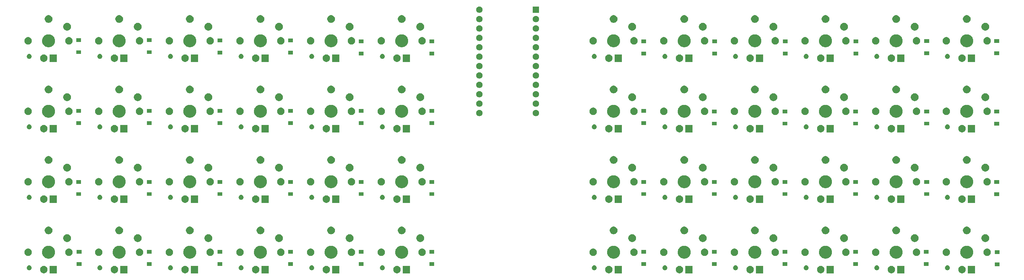
<source format=gbs>
G04 #@! TF.GenerationSoftware,KiCad,Pcbnew,(5.1.5)-3*
G04 #@! TF.CreationDate,2020-01-17T10:26:36-06:00*
G04 #@! TF.ProjectId,starter-ortho,73746172-7465-4722-9d6f-7274686f2e6b,rev?*
G04 #@! TF.SameCoordinates,Original*
G04 #@! TF.FileFunction,Soldermask,Bot*
G04 #@! TF.FilePolarity,Negative*
%FSLAX46Y46*%
G04 Gerber Fmt 4.6, Leading zero omitted, Abs format (unit mm)*
G04 Created by KiCad (PCBNEW (5.1.5)-3) date 2020-01-17 10:26:36*
%MOMM*%
%LPD*%
G04 APERTURE LIST*
%ADD10C,0.020000*%
G04 APERTURE END LIST*
D10*
G36*
X24065925Y-86061488D02*
G01*
X24232210Y-86094563D01*
X24414836Y-86170209D01*
X24579194Y-86280030D01*
X24718970Y-86419806D01*
X24828791Y-86584164D01*
X24904437Y-86766790D01*
X24943000Y-86960664D01*
X24943000Y-87158336D01*
X24904437Y-87352210D01*
X24828791Y-87534836D01*
X24718970Y-87699194D01*
X24579194Y-87838970D01*
X24414836Y-87948791D01*
X24232210Y-88024437D01*
X24065925Y-88057512D01*
X24038337Y-88063000D01*
X23840663Y-88063000D01*
X23813075Y-88057512D01*
X23646790Y-88024437D01*
X23464164Y-87948791D01*
X23299806Y-87838970D01*
X23160030Y-87699194D01*
X23050209Y-87534836D01*
X22974563Y-87352210D01*
X22936000Y-87158336D01*
X22936000Y-86960664D01*
X22974563Y-86766790D01*
X23050209Y-86584164D01*
X23160030Y-86419806D01*
X23299806Y-86280030D01*
X23464164Y-86170209D01*
X23646790Y-86094563D01*
X23813075Y-86061488D01*
X23840663Y-86056000D01*
X24038337Y-86056000D01*
X24065925Y-86061488D01*
G37*
G36*
X65583000Y-88063000D02*
G01*
X63576000Y-88063000D01*
X63576000Y-86056000D01*
X65583000Y-86056000D01*
X65583000Y-88063000D01*
G37*
G36*
X84633000Y-88063000D02*
G01*
X82626000Y-88063000D01*
X82626000Y-86056000D01*
X84633000Y-86056000D01*
X84633000Y-88063000D01*
G37*
G36*
X100265925Y-86061488D02*
G01*
X100432210Y-86094563D01*
X100614836Y-86170209D01*
X100779194Y-86280030D01*
X100918970Y-86419806D01*
X101028791Y-86584164D01*
X101104437Y-86766790D01*
X101143000Y-86960664D01*
X101143000Y-87158336D01*
X101104437Y-87352210D01*
X101028791Y-87534836D01*
X100918970Y-87699194D01*
X100779194Y-87838970D01*
X100614836Y-87948791D01*
X100432210Y-88024437D01*
X100265925Y-88057512D01*
X100238337Y-88063000D01*
X100040663Y-88063000D01*
X100013075Y-88057512D01*
X99846790Y-88024437D01*
X99664164Y-87948791D01*
X99499806Y-87838970D01*
X99360030Y-87699194D01*
X99250209Y-87534836D01*
X99174563Y-87352210D01*
X99136000Y-87158336D01*
X99136000Y-86960664D01*
X99174563Y-86766790D01*
X99250209Y-86584164D01*
X99360030Y-86419806D01*
X99499806Y-86280030D01*
X99664164Y-86170209D01*
X99846790Y-86094563D01*
X100013075Y-86061488D01*
X100040663Y-86056000D01*
X100238337Y-86056000D01*
X100265925Y-86061488D01*
G37*
G36*
X103683000Y-88063000D02*
G01*
X101676000Y-88063000D01*
X101676000Y-86056000D01*
X103683000Y-86056000D01*
X103683000Y-88063000D01*
G37*
G36*
X119315925Y-86061488D02*
G01*
X119482210Y-86094563D01*
X119664836Y-86170209D01*
X119829194Y-86280030D01*
X119968970Y-86419806D01*
X120078791Y-86584164D01*
X120154437Y-86766790D01*
X120193000Y-86960664D01*
X120193000Y-87158336D01*
X120154437Y-87352210D01*
X120078791Y-87534836D01*
X119968970Y-87699194D01*
X119829194Y-87838970D01*
X119664836Y-87948791D01*
X119482210Y-88024437D01*
X119315925Y-88057512D01*
X119288337Y-88063000D01*
X119090663Y-88063000D01*
X119063075Y-88057512D01*
X118896790Y-88024437D01*
X118714164Y-87948791D01*
X118549806Y-87838970D01*
X118410030Y-87699194D01*
X118300209Y-87534836D01*
X118224563Y-87352210D01*
X118186000Y-87158336D01*
X118186000Y-86960664D01*
X118224563Y-86766790D01*
X118300209Y-86584164D01*
X118410030Y-86419806D01*
X118549806Y-86280030D01*
X118714164Y-86170209D01*
X118896790Y-86094563D01*
X119063075Y-86061488D01*
X119090663Y-86056000D01*
X119288337Y-86056000D01*
X119315925Y-86061488D01*
G37*
G36*
X122733000Y-88063000D02*
G01*
X120726000Y-88063000D01*
X120726000Y-86056000D01*
X122733000Y-86056000D01*
X122733000Y-88063000D01*
G37*
G36*
X81215925Y-86061488D02*
G01*
X81382210Y-86094563D01*
X81564836Y-86170209D01*
X81729194Y-86280030D01*
X81868970Y-86419806D01*
X81978791Y-86584164D01*
X82054437Y-86766790D01*
X82093000Y-86960664D01*
X82093000Y-87158336D01*
X82054437Y-87352210D01*
X81978791Y-87534836D01*
X81868970Y-87699194D01*
X81729194Y-87838970D01*
X81564836Y-87948791D01*
X81382210Y-88024437D01*
X81215925Y-88057512D01*
X81188337Y-88063000D01*
X80990663Y-88063000D01*
X80963075Y-88057512D01*
X80796790Y-88024437D01*
X80614164Y-87948791D01*
X80449806Y-87838970D01*
X80310030Y-87699194D01*
X80200209Y-87534836D01*
X80124563Y-87352210D01*
X80086000Y-87158336D01*
X80086000Y-86960664D01*
X80124563Y-86766790D01*
X80200209Y-86584164D01*
X80310030Y-86419806D01*
X80449806Y-86280030D01*
X80614164Y-86170209D01*
X80796790Y-86094563D01*
X80963075Y-86061488D01*
X80990663Y-86056000D01*
X81188337Y-86056000D01*
X81215925Y-86061488D01*
G37*
G36*
X176465925Y-86061488D02*
G01*
X176632210Y-86094563D01*
X176814836Y-86170209D01*
X176979194Y-86280030D01*
X177118970Y-86419806D01*
X177228791Y-86584164D01*
X177304437Y-86766790D01*
X177343000Y-86960664D01*
X177343000Y-87158336D01*
X177304437Y-87352210D01*
X177228791Y-87534836D01*
X177118970Y-87699194D01*
X176979194Y-87838970D01*
X176814836Y-87948791D01*
X176632210Y-88024437D01*
X176465925Y-88057512D01*
X176438337Y-88063000D01*
X176240663Y-88063000D01*
X176213075Y-88057512D01*
X176046790Y-88024437D01*
X175864164Y-87948791D01*
X175699806Y-87838970D01*
X175560030Y-87699194D01*
X175450209Y-87534836D01*
X175374563Y-87352210D01*
X175336000Y-87158336D01*
X175336000Y-86960664D01*
X175374563Y-86766790D01*
X175450209Y-86584164D01*
X175560030Y-86419806D01*
X175699806Y-86280030D01*
X175864164Y-86170209D01*
X176046790Y-86094563D01*
X176213075Y-86061488D01*
X176240663Y-86056000D01*
X176438337Y-86056000D01*
X176465925Y-86061488D01*
G37*
G36*
X179883000Y-88063000D02*
G01*
X177876000Y-88063000D01*
X177876000Y-86056000D01*
X179883000Y-86056000D01*
X179883000Y-88063000D01*
G37*
G36*
X195515925Y-86061488D02*
G01*
X195682210Y-86094563D01*
X195864836Y-86170209D01*
X196029194Y-86280030D01*
X196168970Y-86419806D01*
X196278791Y-86584164D01*
X196354437Y-86766790D01*
X196393000Y-86960664D01*
X196393000Y-87158336D01*
X196354437Y-87352210D01*
X196278791Y-87534836D01*
X196168970Y-87699194D01*
X196029194Y-87838970D01*
X195864836Y-87948791D01*
X195682210Y-88024437D01*
X195515925Y-88057512D01*
X195488337Y-88063000D01*
X195290663Y-88063000D01*
X195263075Y-88057512D01*
X195096790Y-88024437D01*
X194914164Y-87948791D01*
X194749806Y-87838970D01*
X194610030Y-87699194D01*
X194500209Y-87534836D01*
X194424563Y-87352210D01*
X194386000Y-87158336D01*
X194386000Y-86960664D01*
X194424563Y-86766790D01*
X194500209Y-86584164D01*
X194610030Y-86419806D01*
X194749806Y-86280030D01*
X194914164Y-86170209D01*
X195096790Y-86094563D01*
X195263075Y-86061488D01*
X195290663Y-86056000D01*
X195488337Y-86056000D01*
X195515925Y-86061488D01*
G37*
G36*
X198933000Y-88063000D02*
G01*
X196926000Y-88063000D01*
X196926000Y-86056000D01*
X198933000Y-86056000D01*
X198933000Y-88063000D01*
G37*
G36*
X214565925Y-86061488D02*
G01*
X214732210Y-86094563D01*
X214914836Y-86170209D01*
X215079194Y-86280030D01*
X215218970Y-86419806D01*
X215328791Y-86584164D01*
X215404437Y-86766790D01*
X215443000Y-86960664D01*
X215443000Y-87158336D01*
X215404437Y-87352210D01*
X215328791Y-87534836D01*
X215218970Y-87699194D01*
X215079194Y-87838970D01*
X214914836Y-87948791D01*
X214732210Y-88024437D01*
X214565925Y-88057512D01*
X214538337Y-88063000D01*
X214340663Y-88063000D01*
X214313075Y-88057512D01*
X214146790Y-88024437D01*
X213964164Y-87948791D01*
X213799806Y-87838970D01*
X213660030Y-87699194D01*
X213550209Y-87534836D01*
X213474563Y-87352210D01*
X213436000Y-87158336D01*
X213436000Y-86960664D01*
X213474563Y-86766790D01*
X213550209Y-86584164D01*
X213660030Y-86419806D01*
X213799806Y-86280030D01*
X213964164Y-86170209D01*
X214146790Y-86094563D01*
X214313075Y-86061488D01*
X214340663Y-86056000D01*
X214538337Y-86056000D01*
X214565925Y-86061488D01*
G37*
G36*
X62165925Y-86061488D02*
G01*
X62332210Y-86094563D01*
X62514836Y-86170209D01*
X62679194Y-86280030D01*
X62818970Y-86419806D01*
X62928791Y-86584164D01*
X63004437Y-86766790D01*
X63043000Y-86960664D01*
X63043000Y-87158336D01*
X63004437Y-87352210D01*
X62928791Y-87534836D01*
X62818970Y-87699194D01*
X62679194Y-87838970D01*
X62514836Y-87948791D01*
X62332210Y-88024437D01*
X62165925Y-88057512D01*
X62138337Y-88063000D01*
X61940663Y-88063000D01*
X61913075Y-88057512D01*
X61746790Y-88024437D01*
X61564164Y-87948791D01*
X61399806Y-87838970D01*
X61260030Y-87699194D01*
X61150209Y-87534836D01*
X61074563Y-87352210D01*
X61036000Y-87158336D01*
X61036000Y-86960664D01*
X61074563Y-86766790D01*
X61150209Y-86584164D01*
X61260030Y-86419806D01*
X61399806Y-86280030D01*
X61564164Y-86170209D01*
X61746790Y-86094563D01*
X61913075Y-86061488D01*
X61940663Y-86056000D01*
X62138337Y-86056000D01*
X62165925Y-86061488D01*
G37*
G36*
X217983000Y-88063000D02*
G01*
X215976000Y-88063000D01*
X215976000Y-86056000D01*
X217983000Y-86056000D01*
X217983000Y-88063000D01*
G37*
G36*
X27483000Y-88063000D02*
G01*
X25476000Y-88063000D01*
X25476000Y-86056000D01*
X27483000Y-86056000D01*
X27483000Y-88063000D01*
G37*
G36*
X275133000Y-88063000D02*
G01*
X273126000Y-88063000D01*
X273126000Y-86056000D01*
X275133000Y-86056000D01*
X275133000Y-88063000D01*
G37*
G36*
X43115925Y-86061488D02*
G01*
X43282210Y-86094563D01*
X43464836Y-86170209D01*
X43629194Y-86280030D01*
X43768970Y-86419806D01*
X43878791Y-86584164D01*
X43954437Y-86766790D01*
X43993000Y-86960664D01*
X43993000Y-87158336D01*
X43954437Y-87352210D01*
X43878791Y-87534836D01*
X43768970Y-87699194D01*
X43629194Y-87838970D01*
X43464836Y-87948791D01*
X43282210Y-88024437D01*
X43115925Y-88057512D01*
X43088337Y-88063000D01*
X42890663Y-88063000D01*
X42863075Y-88057512D01*
X42696790Y-88024437D01*
X42514164Y-87948791D01*
X42349806Y-87838970D01*
X42210030Y-87699194D01*
X42100209Y-87534836D01*
X42024563Y-87352210D01*
X41986000Y-87158336D01*
X41986000Y-86960664D01*
X42024563Y-86766790D01*
X42100209Y-86584164D01*
X42210030Y-86419806D01*
X42349806Y-86280030D01*
X42514164Y-86170209D01*
X42696790Y-86094563D01*
X42863075Y-86061488D01*
X42890663Y-86056000D01*
X43088337Y-86056000D01*
X43115925Y-86061488D01*
G37*
G36*
X46533000Y-88063000D02*
G01*
X44526000Y-88063000D01*
X44526000Y-86056000D01*
X46533000Y-86056000D01*
X46533000Y-88063000D01*
G37*
G36*
X256083000Y-88063000D02*
G01*
X254076000Y-88063000D01*
X254076000Y-86056000D01*
X256083000Y-86056000D01*
X256083000Y-88063000D01*
G37*
G36*
X252665925Y-86061488D02*
G01*
X252832210Y-86094563D01*
X253014836Y-86170209D01*
X253179194Y-86280030D01*
X253318970Y-86419806D01*
X253428791Y-86584164D01*
X253504437Y-86766790D01*
X253543000Y-86960664D01*
X253543000Y-87158336D01*
X253504437Y-87352210D01*
X253428791Y-87534836D01*
X253318970Y-87699194D01*
X253179194Y-87838970D01*
X253014836Y-87948791D01*
X252832210Y-88024437D01*
X252665925Y-88057512D01*
X252638337Y-88063000D01*
X252440663Y-88063000D01*
X252413075Y-88057512D01*
X252246790Y-88024437D01*
X252064164Y-87948791D01*
X251899806Y-87838970D01*
X251760030Y-87699194D01*
X251650209Y-87534836D01*
X251574563Y-87352210D01*
X251536000Y-87158336D01*
X251536000Y-86960664D01*
X251574563Y-86766790D01*
X251650209Y-86584164D01*
X251760030Y-86419806D01*
X251899806Y-86280030D01*
X252064164Y-86170209D01*
X252246790Y-86094563D01*
X252413075Y-86061488D01*
X252440663Y-86056000D01*
X252638337Y-86056000D01*
X252665925Y-86061488D01*
G37*
G36*
X237033000Y-88063000D02*
G01*
X235026000Y-88063000D01*
X235026000Y-86056000D01*
X237033000Y-86056000D01*
X237033000Y-88063000D01*
G37*
G36*
X233615925Y-86061488D02*
G01*
X233782210Y-86094563D01*
X233964836Y-86170209D01*
X234129194Y-86280030D01*
X234268970Y-86419806D01*
X234378791Y-86584164D01*
X234454437Y-86766790D01*
X234493000Y-86960664D01*
X234493000Y-87158336D01*
X234454437Y-87352210D01*
X234378791Y-87534836D01*
X234268970Y-87699194D01*
X234129194Y-87838970D01*
X233964836Y-87948791D01*
X233782210Y-88024437D01*
X233615925Y-88057512D01*
X233588337Y-88063000D01*
X233390663Y-88063000D01*
X233363075Y-88057512D01*
X233196790Y-88024437D01*
X233014164Y-87948791D01*
X232849806Y-87838970D01*
X232710030Y-87699194D01*
X232600209Y-87534836D01*
X232524563Y-87352210D01*
X232486000Y-87158336D01*
X232486000Y-86960664D01*
X232524563Y-86766790D01*
X232600209Y-86584164D01*
X232710030Y-86419806D01*
X232849806Y-86280030D01*
X233014164Y-86170209D01*
X233196790Y-86094563D01*
X233363075Y-86061488D01*
X233390663Y-86056000D01*
X233588337Y-86056000D01*
X233615925Y-86061488D01*
G37*
G36*
X271715925Y-86061488D02*
G01*
X271882210Y-86094563D01*
X272064836Y-86170209D01*
X272229194Y-86280030D01*
X272368970Y-86419806D01*
X272478791Y-86584164D01*
X272554437Y-86766790D01*
X272593000Y-86960664D01*
X272593000Y-87158336D01*
X272554437Y-87352210D01*
X272478791Y-87534836D01*
X272368970Y-87699194D01*
X272229194Y-87838970D01*
X272064836Y-87948791D01*
X271882210Y-88024437D01*
X271715925Y-88057512D01*
X271688337Y-88063000D01*
X271490663Y-88063000D01*
X271463075Y-88057512D01*
X271296790Y-88024437D01*
X271114164Y-87948791D01*
X270949806Y-87838970D01*
X270810030Y-87699194D01*
X270700209Y-87534836D01*
X270624563Y-87352210D01*
X270586000Y-87158336D01*
X270586000Y-86960664D01*
X270624563Y-86766790D01*
X270700209Y-86584164D01*
X270810030Y-86419806D01*
X270949806Y-86280030D01*
X271114164Y-86170209D01*
X271296790Y-86094563D01*
X271463075Y-86061488D01*
X271490663Y-86056000D01*
X271688337Y-86056000D01*
X271715925Y-86061488D01*
G37*
G36*
X58279390Y-85933517D02*
G01*
X58397864Y-85982591D01*
X58504488Y-86053835D01*
X58595165Y-86144512D01*
X58666410Y-86251138D01*
X58715483Y-86369610D01*
X58740500Y-86495382D01*
X58740500Y-86623618D01*
X58715483Y-86749390D01*
X58666409Y-86867864D01*
X58595165Y-86974488D01*
X58504488Y-87065165D01*
X58397864Y-87136409D01*
X58397863Y-87136410D01*
X58397862Y-87136410D01*
X58279390Y-87185483D01*
X58153619Y-87210500D01*
X58025381Y-87210500D01*
X57899610Y-87185483D01*
X57781138Y-87136410D01*
X57781137Y-87136410D01*
X57781136Y-87136409D01*
X57674512Y-87065165D01*
X57583835Y-86974488D01*
X57512591Y-86867864D01*
X57463517Y-86749390D01*
X57438500Y-86623618D01*
X57438500Y-86495382D01*
X57463517Y-86369610D01*
X57512590Y-86251138D01*
X57583835Y-86144512D01*
X57674512Y-86053835D01*
X57781136Y-85982591D01*
X57899610Y-85933517D01*
X58025381Y-85908500D01*
X58153619Y-85908500D01*
X58279390Y-85933517D01*
G37*
G36*
X20179390Y-85933517D02*
G01*
X20297864Y-85982591D01*
X20404488Y-86053835D01*
X20495165Y-86144512D01*
X20566410Y-86251138D01*
X20615483Y-86369610D01*
X20640500Y-86495382D01*
X20640500Y-86623618D01*
X20615483Y-86749390D01*
X20566409Y-86867864D01*
X20495165Y-86974488D01*
X20404488Y-87065165D01*
X20297864Y-87136409D01*
X20297863Y-87136410D01*
X20297862Y-87136410D01*
X20179390Y-87185483D01*
X20053619Y-87210500D01*
X19925381Y-87210500D01*
X19799610Y-87185483D01*
X19681138Y-87136410D01*
X19681137Y-87136410D01*
X19681136Y-87136409D01*
X19574512Y-87065165D01*
X19483835Y-86974488D01*
X19412591Y-86867864D01*
X19363517Y-86749390D01*
X19338500Y-86623618D01*
X19338500Y-86495382D01*
X19363517Y-86369610D01*
X19412590Y-86251138D01*
X19483835Y-86144512D01*
X19574512Y-86053835D01*
X19681136Y-85982591D01*
X19799610Y-85933517D01*
X19925381Y-85908500D01*
X20053619Y-85908500D01*
X20179390Y-85933517D01*
G37*
G36*
X39229390Y-85933517D02*
G01*
X39347864Y-85982591D01*
X39454488Y-86053835D01*
X39545165Y-86144512D01*
X39616410Y-86251138D01*
X39665483Y-86369610D01*
X39690500Y-86495382D01*
X39690500Y-86623618D01*
X39665483Y-86749390D01*
X39616409Y-86867864D01*
X39545165Y-86974488D01*
X39454488Y-87065165D01*
X39347864Y-87136409D01*
X39347863Y-87136410D01*
X39347862Y-87136410D01*
X39229390Y-87185483D01*
X39103619Y-87210500D01*
X38975381Y-87210500D01*
X38849610Y-87185483D01*
X38731138Y-87136410D01*
X38731137Y-87136410D01*
X38731136Y-87136409D01*
X38624512Y-87065165D01*
X38533835Y-86974488D01*
X38462591Y-86867864D01*
X38413517Y-86749390D01*
X38388500Y-86623618D01*
X38388500Y-86495382D01*
X38413517Y-86369610D01*
X38462590Y-86251138D01*
X38533835Y-86144512D01*
X38624512Y-86053835D01*
X38731136Y-85982591D01*
X38849610Y-85933517D01*
X38975381Y-85908500D01*
X39103619Y-85908500D01*
X39229390Y-85933517D01*
G37*
G36*
X210679390Y-85933517D02*
G01*
X210797864Y-85982591D01*
X210904488Y-86053835D01*
X210995165Y-86144512D01*
X211066410Y-86251138D01*
X211115483Y-86369610D01*
X211140500Y-86495382D01*
X211140500Y-86623618D01*
X211115483Y-86749390D01*
X211066409Y-86867864D01*
X210995165Y-86974488D01*
X210904488Y-87065165D01*
X210797864Y-87136409D01*
X210797863Y-87136410D01*
X210797862Y-87136410D01*
X210679390Y-87185483D01*
X210553619Y-87210500D01*
X210425381Y-87210500D01*
X210299610Y-87185483D01*
X210181138Y-87136410D01*
X210181137Y-87136410D01*
X210181136Y-87136409D01*
X210074512Y-87065165D01*
X209983835Y-86974488D01*
X209912591Y-86867864D01*
X209863517Y-86749390D01*
X209838500Y-86623618D01*
X209838500Y-86495382D01*
X209863517Y-86369610D01*
X209912590Y-86251138D01*
X209983835Y-86144512D01*
X210074512Y-86053835D01*
X210181136Y-85982591D01*
X210299610Y-85933517D01*
X210425381Y-85908500D01*
X210553619Y-85908500D01*
X210679390Y-85933517D01*
G37*
G36*
X96379390Y-85933517D02*
G01*
X96497864Y-85982591D01*
X96604488Y-86053835D01*
X96695165Y-86144512D01*
X96766410Y-86251138D01*
X96815483Y-86369610D01*
X96840500Y-86495382D01*
X96840500Y-86623618D01*
X96815483Y-86749390D01*
X96766409Y-86867864D01*
X96695165Y-86974488D01*
X96604488Y-87065165D01*
X96497864Y-87136409D01*
X96497863Y-87136410D01*
X96497862Y-87136410D01*
X96379390Y-87185483D01*
X96253619Y-87210500D01*
X96125381Y-87210500D01*
X95999610Y-87185483D01*
X95881138Y-87136410D01*
X95881137Y-87136410D01*
X95881136Y-87136409D01*
X95774512Y-87065165D01*
X95683835Y-86974488D01*
X95612591Y-86867864D01*
X95563517Y-86749390D01*
X95538500Y-86623618D01*
X95538500Y-86495382D01*
X95563517Y-86369610D01*
X95612590Y-86251138D01*
X95683835Y-86144512D01*
X95774512Y-86053835D01*
X95881136Y-85982591D01*
X95999610Y-85933517D01*
X96125381Y-85908500D01*
X96253619Y-85908500D01*
X96379390Y-85933517D01*
G37*
G36*
X191629390Y-85933517D02*
G01*
X191747864Y-85982591D01*
X191854488Y-86053835D01*
X191945165Y-86144512D01*
X192016410Y-86251138D01*
X192065483Y-86369610D01*
X192090500Y-86495382D01*
X192090500Y-86623618D01*
X192065483Y-86749390D01*
X192016409Y-86867864D01*
X191945165Y-86974488D01*
X191854488Y-87065165D01*
X191747864Y-87136409D01*
X191747863Y-87136410D01*
X191747862Y-87136410D01*
X191629390Y-87185483D01*
X191503619Y-87210500D01*
X191375381Y-87210500D01*
X191249610Y-87185483D01*
X191131138Y-87136410D01*
X191131137Y-87136410D01*
X191131136Y-87136409D01*
X191024512Y-87065165D01*
X190933835Y-86974488D01*
X190862591Y-86867864D01*
X190813517Y-86749390D01*
X190788500Y-86623618D01*
X190788500Y-86495382D01*
X190813517Y-86369610D01*
X190862590Y-86251138D01*
X190933835Y-86144512D01*
X191024512Y-86053835D01*
X191131136Y-85982591D01*
X191249610Y-85933517D01*
X191375381Y-85908500D01*
X191503619Y-85908500D01*
X191629390Y-85933517D01*
G37*
G36*
X229729390Y-85933517D02*
G01*
X229847864Y-85982591D01*
X229954488Y-86053835D01*
X230045165Y-86144512D01*
X230116410Y-86251138D01*
X230165483Y-86369610D01*
X230190500Y-86495382D01*
X230190500Y-86623618D01*
X230165483Y-86749390D01*
X230116409Y-86867864D01*
X230045165Y-86974488D01*
X229954488Y-87065165D01*
X229847864Y-87136409D01*
X229847863Y-87136410D01*
X229847862Y-87136410D01*
X229729390Y-87185483D01*
X229603619Y-87210500D01*
X229475381Y-87210500D01*
X229349610Y-87185483D01*
X229231138Y-87136410D01*
X229231137Y-87136410D01*
X229231136Y-87136409D01*
X229124512Y-87065165D01*
X229033835Y-86974488D01*
X228962591Y-86867864D01*
X228913517Y-86749390D01*
X228888500Y-86623618D01*
X228888500Y-86495382D01*
X228913517Y-86369610D01*
X228962590Y-86251138D01*
X229033835Y-86144512D01*
X229124512Y-86053835D01*
X229231136Y-85982591D01*
X229349610Y-85933517D01*
X229475381Y-85908500D01*
X229603619Y-85908500D01*
X229729390Y-85933517D01*
G37*
G36*
X248779390Y-85933517D02*
G01*
X248897864Y-85982591D01*
X249004488Y-86053835D01*
X249095165Y-86144512D01*
X249166410Y-86251138D01*
X249215483Y-86369610D01*
X249240500Y-86495382D01*
X249240500Y-86623618D01*
X249215483Y-86749390D01*
X249166409Y-86867864D01*
X249095165Y-86974488D01*
X249004488Y-87065165D01*
X248897864Y-87136409D01*
X248897863Y-87136410D01*
X248897862Y-87136410D01*
X248779390Y-87185483D01*
X248653619Y-87210500D01*
X248525381Y-87210500D01*
X248399610Y-87185483D01*
X248281138Y-87136410D01*
X248281137Y-87136410D01*
X248281136Y-87136409D01*
X248174512Y-87065165D01*
X248083835Y-86974488D01*
X248012591Y-86867864D01*
X247963517Y-86749390D01*
X247938500Y-86623618D01*
X247938500Y-86495382D01*
X247963517Y-86369610D01*
X248012590Y-86251138D01*
X248083835Y-86144512D01*
X248174512Y-86053835D01*
X248281136Y-85982591D01*
X248399610Y-85933517D01*
X248525381Y-85908500D01*
X248653619Y-85908500D01*
X248779390Y-85933517D01*
G37*
G36*
X77329390Y-85933517D02*
G01*
X77447864Y-85982591D01*
X77554488Y-86053835D01*
X77645165Y-86144512D01*
X77716410Y-86251138D01*
X77765483Y-86369610D01*
X77790500Y-86495382D01*
X77790500Y-86623618D01*
X77765483Y-86749390D01*
X77716409Y-86867864D01*
X77645165Y-86974488D01*
X77554488Y-87065165D01*
X77447864Y-87136409D01*
X77447863Y-87136410D01*
X77447862Y-87136410D01*
X77329390Y-87185483D01*
X77203619Y-87210500D01*
X77075381Y-87210500D01*
X76949610Y-87185483D01*
X76831138Y-87136410D01*
X76831137Y-87136410D01*
X76831136Y-87136409D01*
X76724512Y-87065165D01*
X76633835Y-86974488D01*
X76562591Y-86867864D01*
X76513517Y-86749390D01*
X76488500Y-86623618D01*
X76488500Y-86495382D01*
X76513517Y-86369610D01*
X76562590Y-86251138D01*
X76633835Y-86144512D01*
X76724512Y-86053835D01*
X76831136Y-85982591D01*
X76949610Y-85933517D01*
X77075381Y-85908500D01*
X77203619Y-85908500D01*
X77329390Y-85933517D01*
G37*
G36*
X267829390Y-85933517D02*
G01*
X267947864Y-85982591D01*
X268054488Y-86053835D01*
X268145165Y-86144512D01*
X268216410Y-86251138D01*
X268265483Y-86369610D01*
X268290500Y-86495382D01*
X268290500Y-86623618D01*
X268265483Y-86749390D01*
X268216409Y-86867864D01*
X268145165Y-86974488D01*
X268054488Y-87065165D01*
X267947864Y-87136409D01*
X267947863Y-87136410D01*
X267947862Y-87136410D01*
X267829390Y-87185483D01*
X267703619Y-87210500D01*
X267575381Y-87210500D01*
X267449610Y-87185483D01*
X267331138Y-87136410D01*
X267331137Y-87136410D01*
X267331136Y-87136409D01*
X267224512Y-87065165D01*
X267133835Y-86974488D01*
X267062591Y-86867864D01*
X267013517Y-86749390D01*
X266988500Y-86623618D01*
X266988500Y-86495382D01*
X267013517Y-86369610D01*
X267062590Y-86251138D01*
X267133835Y-86144512D01*
X267224512Y-86053835D01*
X267331136Y-85982591D01*
X267449610Y-85933517D01*
X267575381Y-85908500D01*
X267703619Y-85908500D01*
X267829390Y-85933517D01*
G37*
G36*
X115429390Y-85933517D02*
G01*
X115547864Y-85982591D01*
X115654488Y-86053835D01*
X115745165Y-86144512D01*
X115816410Y-86251138D01*
X115865483Y-86369610D01*
X115890500Y-86495382D01*
X115890500Y-86623618D01*
X115865483Y-86749390D01*
X115816409Y-86867864D01*
X115745165Y-86974488D01*
X115654488Y-87065165D01*
X115547864Y-87136409D01*
X115547863Y-87136410D01*
X115547862Y-87136410D01*
X115429390Y-87185483D01*
X115303619Y-87210500D01*
X115175381Y-87210500D01*
X115049610Y-87185483D01*
X114931138Y-87136410D01*
X114931137Y-87136410D01*
X114931136Y-87136409D01*
X114824512Y-87065165D01*
X114733835Y-86974488D01*
X114662591Y-86867864D01*
X114613517Y-86749390D01*
X114588500Y-86623618D01*
X114588500Y-86495382D01*
X114613517Y-86369610D01*
X114662590Y-86251138D01*
X114733835Y-86144512D01*
X114824512Y-86053835D01*
X114931136Y-85982591D01*
X115049610Y-85933517D01*
X115175381Y-85908500D01*
X115303619Y-85908500D01*
X115429390Y-85933517D01*
G37*
G36*
X172579390Y-85933517D02*
G01*
X172697864Y-85982591D01*
X172804488Y-86053835D01*
X172895165Y-86144512D01*
X172966410Y-86251138D01*
X173015483Y-86369610D01*
X173040500Y-86495382D01*
X173040500Y-86623618D01*
X173015483Y-86749390D01*
X172966409Y-86867864D01*
X172895165Y-86974488D01*
X172804488Y-87065165D01*
X172697864Y-87136409D01*
X172697863Y-87136410D01*
X172697862Y-87136410D01*
X172579390Y-87185483D01*
X172453619Y-87210500D01*
X172325381Y-87210500D01*
X172199610Y-87185483D01*
X172081138Y-87136410D01*
X172081137Y-87136410D01*
X172081136Y-87136409D01*
X171974512Y-87065165D01*
X171883835Y-86974488D01*
X171812591Y-86867864D01*
X171763517Y-86749390D01*
X171738500Y-86623618D01*
X171738500Y-86495382D01*
X171763517Y-86369610D01*
X171812590Y-86251138D01*
X171883835Y-86144512D01*
X171974512Y-86053835D01*
X172081136Y-85982591D01*
X172199610Y-85933517D01*
X172325381Y-85908500D01*
X172453619Y-85908500D01*
X172579390Y-85933517D01*
G37*
G36*
X281702000Y-86129750D02*
G01*
X280400000Y-86129750D01*
X280400000Y-85127750D01*
X281702000Y-85127750D01*
X281702000Y-86129750D01*
G37*
G36*
X243538500Y-86066250D02*
G01*
X242236500Y-86066250D01*
X242236500Y-85064250D01*
X243538500Y-85064250D01*
X243538500Y-86066250D01*
G37*
G36*
X34115500Y-86066250D02*
G01*
X32813500Y-86066250D01*
X32813500Y-85064250D01*
X34115500Y-85064250D01*
X34115500Y-86066250D01*
G37*
G36*
X262588500Y-86066250D02*
G01*
X261286500Y-86066250D01*
X261286500Y-85064250D01*
X262588500Y-85064250D01*
X262588500Y-86066250D01*
G37*
G36*
X224488500Y-86066250D02*
G01*
X223186500Y-86066250D01*
X223186500Y-85064250D01*
X224488500Y-85064250D01*
X224488500Y-86066250D01*
G37*
G36*
X205438500Y-86066250D02*
G01*
X204136500Y-86066250D01*
X204136500Y-85064250D01*
X205438500Y-85064250D01*
X205438500Y-86066250D01*
G37*
G36*
X53038500Y-86066250D02*
G01*
X51736500Y-86066250D01*
X51736500Y-85064250D01*
X53038500Y-85064250D01*
X53038500Y-86066250D01*
G37*
G36*
X72088500Y-86066250D02*
G01*
X70786500Y-86066250D01*
X70786500Y-85064250D01*
X72088500Y-85064250D01*
X72088500Y-86066250D01*
G37*
G36*
X110188500Y-86066250D02*
G01*
X108886500Y-86066250D01*
X108886500Y-85064250D01*
X110188500Y-85064250D01*
X110188500Y-86066250D01*
G37*
G36*
X129238500Y-86066250D02*
G01*
X127936500Y-86066250D01*
X127936500Y-85064250D01*
X129238500Y-85064250D01*
X129238500Y-86066250D01*
G37*
G36*
X91138500Y-86066250D02*
G01*
X89836500Y-86066250D01*
X89836500Y-85064250D01*
X91138500Y-85064250D01*
X91138500Y-86066250D01*
G37*
G36*
X186388500Y-86066250D02*
G01*
X185086500Y-86066250D01*
X185086500Y-85064250D01*
X186388500Y-85064250D01*
X186388500Y-86066250D01*
G37*
G36*
X25607485Y-80653360D02*
G01*
X25720248Y-80675790D01*
X25852241Y-80730463D01*
X26038908Y-80807783D01*
X26325696Y-80999409D01*
X26569591Y-81243304D01*
X26761217Y-81530092D01*
X26838537Y-81716759D01*
X26893210Y-81848752D01*
X26900490Y-81885351D01*
X26960500Y-82187040D01*
X26960500Y-82531960D01*
X26915640Y-82757485D01*
X26900490Y-82833651D01*
X26893210Y-82870247D01*
X26761217Y-83188908D01*
X26569591Y-83475696D01*
X26325696Y-83719591D01*
X26038908Y-83911217D01*
X25852241Y-83988537D01*
X25720248Y-84043210D01*
X25607485Y-84065640D01*
X25381960Y-84110500D01*
X25037040Y-84110500D01*
X24811515Y-84065640D01*
X24698752Y-84043210D01*
X24566759Y-83988537D01*
X24380092Y-83911217D01*
X24093304Y-83719591D01*
X23849409Y-83475696D01*
X23657783Y-83188908D01*
X23525790Y-82870247D01*
X23518511Y-82833651D01*
X23503360Y-82757485D01*
X23458500Y-82531960D01*
X23458500Y-82187040D01*
X23518510Y-81885351D01*
X23525790Y-81848752D01*
X23580463Y-81716759D01*
X23657783Y-81530092D01*
X23849409Y-81243304D01*
X24093304Y-80999409D01*
X24380092Y-80807783D01*
X24566759Y-80730463D01*
X24698752Y-80675790D01*
X24811515Y-80653360D01*
X25037040Y-80608500D01*
X25381960Y-80608500D01*
X25607485Y-80653360D01*
G37*
G36*
X254207485Y-80653360D02*
G01*
X254320248Y-80675790D01*
X254452241Y-80730463D01*
X254638908Y-80807783D01*
X254925696Y-80999409D01*
X255169591Y-81243304D01*
X255361217Y-81530092D01*
X255438537Y-81716759D01*
X255493210Y-81848752D01*
X255500490Y-81885351D01*
X255560500Y-82187040D01*
X255560500Y-82531960D01*
X255515640Y-82757485D01*
X255500490Y-82833651D01*
X255493210Y-82870247D01*
X255361217Y-83188908D01*
X255169591Y-83475696D01*
X254925696Y-83719591D01*
X254638908Y-83911217D01*
X254452241Y-83988537D01*
X254320248Y-84043210D01*
X254207485Y-84065640D01*
X253981960Y-84110500D01*
X253637040Y-84110500D01*
X253411515Y-84065640D01*
X253298752Y-84043210D01*
X253166759Y-83988537D01*
X252980092Y-83911217D01*
X252693304Y-83719591D01*
X252449409Y-83475696D01*
X252257783Y-83188908D01*
X252125790Y-82870247D01*
X252118511Y-82833651D01*
X252103360Y-82757485D01*
X252058500Y-82531960D01*
X252058500Y-82187040D01*
X252118510Y-81885351D01*
X252125790Y-81848752D01*
X252180463Y-81716759D01*
X252257783Y-81530092D01*
X252449409Y-81243304D01*
X252693304Y-80999409D01*
X252980092Y-80807783D01*
X253166759Y-80730463D01*
X253298752Y-80675790D01*
X253411515Y-80653360D01*
X253637040Y-80608500D01*
X253981960Y-80608500D01*
X254207485Y-80653360D01*
G37*
G36*
X235157485Y-80653360D02*
G01*
X235270248Y-80675790D01*
X235402241Y-80730463D01*
X235588908Y-80807783D01*
X235875696Y-80999409D01*
X236119591Y-81243304D01*
X236311217Y-81530092D01*
X236388537Y-81716759D01*
X236443210Y-81848752D01*
X236450490Y-81885351D01*
X236510500Y-82187040D01*
X236510500Y-82531960D01*
X236465640Y-82757485D01*
X236450490Y-82833651D01*
X236443210Y-82870247D01*
X236311217Y-83188908D01*
X236119591Y-83475696D01*
X235875696Y-83719591D01*
X235588908Y-83911217D01*
X235402241Y-83988537D01*
X235270248Y-84043210D01*
X235157485Y-84065640D01*
X234931960Y-84110500D01*
X234587040Y-84110500D01*
X234361515Y-84065640D01*
X234248752Y-84043210D01*
X234116759Y-83988537D01*
X233930092Y-83911217D01*
X233643304Y-83719591D01*
X233399409Y-83475696D01*
X233207783Y-83188908D01*
X233075790Y-82870247D01*
X233068511Y-82833651D01*
X233053360Y-82757485D01*
X233008500Y-82531960D01*
X233008500Y-82187040D01*
X233068510Y-81885351D01*
X233075790Y-81848752D01*
X233130463Y-81716759D01*
X233207783Y-81530092D01*
X233399409Y-81243304D01*
X233643304Y-80999409D01*
X233930092Y-80807783D01*
X234116759Y-80730463D01*
X234248752Y-80675790D01*
X234361515Y-80653360D01*
X234587040Y-80608500D01*
X234931960Y-80608500D01*
X235157485Y-80653360D01*
G37*
G36*
X273257485Y-80653360D02*
G01*
X273370248Y-80675790D01*
X273502241Y-80730463D01*
X273688908Y-80807783D01*
X273975696Y-80999409D01*
X274219591Y-81243304D01*
X274411217Y-81530092D01*
X274488537Y-81716759D01*
X274543210Y-81848752D01*
X274550490Y-81885351D01*
X274610500Y-82187040D01*
X274610500Y-82531960D01*
X274565640Y-82757485D01*
X274550490Y-82833651D01*
X274543210Y-82870247D01*
X274411217Y-83188908D01*
X274219591Y-83475696D01*
X273975696Y-83719591D01*
X273688908Y-83911217D01*
X273502241Y-83988537D01*
X273370248Y-84043210D01*
X273257485Y-84065640D01*
X273031960Y-84110500D01*
X272687040Y-84110500D01*
X272461515Y-84065640D01*
X272348752Y-84043210D01*
X272216759Y-83988537D01*
X272030092Y-83911217D01*
X271743304Y-83719591D01*
X271499409Y-83475696D01*
X271307783Y-83188908D01*
X271175790Y-82870247D01*
X271168511Y-82833651D01*
X271153360Y-82757485D01*
X271108500Y-82531960D01*
X271108500Y-82187040D01*
X271168510Y-81885351D01*
X271175790Y-81848752D01*
X271230463Y-81716759D01*
X271307783Y-81530092D01*
X271499409Y-81243304D01*
X271743304Y-80999409D01*
X272030092Y-80807783D01*
X272216759Y-80730463D01*
X272348752Y-80675790D01*
X272461515Y-80653360D01*
X272687040Y-80608500D01*
X273031960Y-80608500D01*
X273257485Y-80653360D01*
G37*
G36*
X44657485Y-80653360D02*
G01*
X44770248Y-80675790D01*
X44902241Y-80730463D01*
X45088908Y-80807783D01*
X45375696Y-80999409D01*
X45619591Y-81243304D01*
X45811217Y-81530092D01*
X45888537Y-81716759D01*
X45943210Y-81848752D01*
X45950490Y-81885351D01*
X46010500Y-82187040D01*
X46010500Y-82531960D01*
X45965640Y-82757485D01*
X45950490Y-82833651D01*
X45943210Y-82870247D01*
X45811217Y-83188908D01*
X45619591Y-83475696D01*
X45375696Y-83719591D01*
X45088908Y-83911217D01*
X44902241Y-83988537D01*
X44770248Y-84043210D01*
X44657485Y-84065640D01*
X44431960Y-84110500D01*
X44087040Y-84110500D01*
X43861515Y-84065640D01*
X43748752Y-84043210D01*
X43616759Y-83988537D01*
X43430092Y-83911217D01*
X43143304Y-83719591D01*
X42899409Y-83475696D01*
X42707783Y-83188908D01*
X42575790Y-82870247D01*
X42568511Y-82833651D01*
X42553360Y-82757485D01*
X42508500Y-82531960D01*
X42508500Y-82187040D01*
X42568510Y-81885351D01*
X42575790Y-81848752D01*
X42630463Y-81716759D01*
X42707783Y-81530092D01*
X42899409Y-81243304D01*
X43143304Y-80999409D01*
X43430092Y-80807783D01*
X43616759Y-80730463D01*
X43748752Y-80675790D01*
X43861515Y-80653360D01*
X44087040Y-80608500D01*
X44431960Y-80608500D01*
X44657485Y-80653360D01*
G37*
G36*
X63707485Y-80653360D02*
G01*
X63820248Y-80675790D01*
X63952241Y-80730463D01*
X64138908Y-80807783D01*
X64425696Y-80999409D01*
X64669591Y-81243304D01*
X64861217Y-81530092D01*
X64938537Y-81716759D01*
X64993210Y-81848752D01*
X65000490Y-81885351D01*
X65060500Y-82187040D01*
X65060500Y-82531960D01*
X65015640Y-82757485D01*
X65000490Y-82833651D01*
X64993210Y-82870247D01*
X64861217Y-83188908D01*
X64669591Y-83475696D01*
X64425696Y-83719591D01*
X64138908Y-83911217D01*
X63952241Y-83988537D01*
X63820248Y-84043210D01*
X63707485Y-84065640D01*
X63481960Y-84110500D01*
X63137040Y-84110500D01*
X62911515Y-84065640D01*
X62798752Y-84043210D01*
X62666759Y-83988537D01*
X62480092Y-83911217D01*
X62193304Y-83719591D01*
X61949409Y-83475696D01*
X61757783Y-83188908D01*
X61625790Y-82870247D01*
X61618511Y-82833651D01*
X61603360Y-82757485D01*
X61558500Y-82531960D01*
X61558500Y-82187040D01*
X61618510Y-81885351D01*
X61625790Y-81848752D01*
X61680463Y-81716759D01*
X61757783Y-81530092D01*
X61949409Y-81243304D01*
X62193304Y-80999409D01*
X62480092Y-80807783D01*
X62666759Y-80730463D01*
X62798752Y-80675790D01*
X62911515Y-80653360D01*
X63137040Y-80608500D01*
X63481960Y-80608500D01*
X63707485Y-80653360D01*
G37*
G36*
X216107485Y-80653360D02*
G01*
X216220248Y-80675790D01*
X216352241Y-80730463D01*
X216538908Y-80807783D01*
X216825696Y-80999409D01*
X217069591Y-81243304D01*
X217261217Y-81530092D01*
X217338537Y-81716759D01*
X217393210Y-81848752D01*
X217400490Y-81885351D01*
X217460500Y-82187040D01*
X217460500Y-82531960D01*
X217415640Y-82757485D01*
X217400490Y-82833651D01*
X217393210Y-82870247D01*
X217261217Y-83188908D01*
X217069591Y-83475696D01*
X216825696Y-83719591D01*
X216538908Y-83911217D01*
X216352241Y-83988537D01*
X216220248Y-84043210D01*
X216107485Y-84065640D01*
X215881960Y-84110500D01*
X215537040Y-84110500D01*
X215311515Y-84065640D01*
X215198752Y-84043210D01*
X215066759Y-83988537D01*
X214880092Y-83911217D01*
X214593304Y-83719591D01*
X214349409Y-83475696D01*
X214157783Y-83188908D01*
X214025790Y-82870247D01*
X214018511Y-82833651D01*
X214003360Y-82757485D01*
X213958500Y-82531960D01*
X213958500Y-82187040D01*
X214018510Y-81885351D01*
X214025790Y-81848752D01*
X214080463Y-81716759D01*
X214157783Y-81530092D01*
X214349409Y-81243304D01*
X214593304Y-80999409D01*
X214880092Y-80807783D01*
X215066759Y-80730463D01*
X215198752Y-80675790D01*
X215311515Y-80653360D01*
X215537040Y-80608500D01*
X215881960Y-80608500D01*
X216107485Y-80653360D01*
G37*
G36*
X120857485Y-80653360D02*
G01*
X120970248Y-80675790D01*
X121102241Y-80730463D01*
X121288908Y-80807783D01*
X121575696Y-80999409D01*
X121819591Y-81243304D01*
X122011217Y-81530092D01*
X122088537Y-81716759D01*
X122143210Y-81848752D01*
X122150490Y-81885351D01*
X122210500Y-82187040D01*
X122210500Y-82531960D01*
X122165640Y-82757485D01*
X122150490Y-82833651D01*
X122143210Y-82870247D01*
X122011217Y-83188908D01*
X121819591Y-83475696D01*
X121575696Y-83719591D01*
X121288908Y-83911217D01*
X121102241Y-83988537D01*
X120970248Y-84043210D01*
X120857485Y-84065640D01*
X120631960Y-84110500D01*
X120287040Y-84110500D01*
X120061515Y-84065640D01*
X119948752Y-84043210D01*
X119816759Y-83988537D01*
X119630092Y-83911217D01*
X119343304Y-83719591D01*
X119099409Y-83475696D01*
X118907783Y-83188908D01*
X118775790Y-82870247D01*
X118768511Y-82833651D01*
X118753360Y-82757485D01*
X118708500Y-82531960D01*
X118708500Y-82187040D01*
X118768510Y-81885351D01*
X118775790Y-81848752D01*
X118830463Y-81716759D01*
X118907783Y-81530092D01*
X119099409Y-81243304D01*
X119343304Y-80999409D01*
X119630092Y-80807783D01*
X119816759Y-80730463D01*
X119948752Y-80675790D01*
X120061515Y-80653360D01*
X120287040Y-80608500D01*
X120631960Y-80608500D01*
X120857485Y-80653360D01*
G37*
G36*
X101807485Y-80653360D02*
G01*
X101920248Y-80675790D01*
X102052241Y-80730463D01*
X102238908Y-80807783D01*
X102525696Y-80999409D01*
X102769591Y-81243304D01*
X102961217Y-81530092D01*
X103038537Y-81716759D01*
X103093210Y-81848752D01*
X103100490Y-81885351D01*
X103160500Y-82187040D01*
X103160500Y-82531960D01*
X103115640Y-82757485D01*
X103100490Y-82833651D01*
X103093210Y-82870247D01*
X102961217Y-83188908D01*
X102769591Y-83475696D01*
X102525696Y-83719591D01*
X102238908Y-83911217D01*
X102052241Y-83988537D01*
X101920248Y-84043210D01*
X101807485Y-84065640D01*
X101581960Y-84110500D01*
X101237040Y-84110500D01*
X101011515Y-84065640D01*
X100898752Y-84043210D01*
X100766759Y-83988537D01*
X100580092Y-83911217D01*
X100293304Y-83719591D01*
X100049409Y-83475696D01*
X99857783Y-83188908D01*
X99725790Y-82870247D01*
X99718511Y-82833651D01*
X99703360Y-82757485D01*
X99658500Y-82531960D01*
X99658500Y-82187040D01*
X99718510Y-81885351D01*
X99725790Y-81848752D01*
X99780463Y-81716759D01*
X99857783Y-81530092D01*
X100049409Y-81243304D01*
X100293304Y-80999409D01*
X100580092Y-80807783D01*
X100766759Y-80730463D01*
X100898752Y-80675790D01*
X101011515Y-80653360D01*
X101237040Y-80608500D01*
X101581960Y-80608500D01*
X101807485Y-80653360D01*
G37*
G36*
X197057485Y-80653360D02*
G01*
X197170248Y-80675790D01*
X197302241Y-80730463D01*
X197488908Y-80807783D01*
X197775696Y-80999409D01*
X198019591Y-81243304D01*
X198211217Y-81530092D01*
X198288537Y-81716759D01*
X198343210Y-81848752D01*
X198350490Y-81885351D01*
X198410500Y-82187040D01*
X198410500Y-82531960D01*
X198365640Y-82757485D01*
X198350490Y-82833651D01*
X198343210Y-82870247D01*
X198211217Y-83188908D01*
X198019591Y-83475696D01*
X197775696Y-83719591D01*
X197488908Y-83911217D01*
X197302241Y-83988537D01*
X197170248Y-84043210D01*
X197057485Y-84065640D01*
X196831960Y-84110500D01*
X196487040Y-84110500D01*
X196261515Y-84065640D01*
X196148752Y-84043210D01*
X196016759Y-83988537D01*
X195830092Y-83911217D01*
X195543304Y-83719591D01*
X195299409Y-83475696D01*
X195107783Y-83188908D01*
X194975790Y-82870247D01*
X194968511Y-82833651D01*
X194953360Y-82757485D01*
X194908500Y-82531960D01*
X194908500Y-82187040D01*
X194968510Y-81885351D01*
X194975790Y-81848752D01*
X195030463Y-81716759D01*
X195107783Y-81530092D01*
X195299409Y-81243304D01*
X195543304Y-80999409D01*
X195830092Y-80807783D01*
X196016759Y-80730463D01*
X196148752Y-80675790D01*
X196261515Y-80653360D01*
X196487040Y-80608500D01*
X196831960Y-80608500D01*
X197057485Y-80653360D01*
G37*
G36*
X82757485Y-80653360D02*
G01*
X82870248Y-80675790D01*
X83002241Y-80730463D01*
X83188908Y-80807783D01*
X83475696Y-80999409D01*
X83719591Y-81243304D01*
X83911217Y-81530092D01*
X83988537Y-81716759D01*
X84043210Y-81848752D01*
X84050490Y-81885351D01*
X84110500Y-82187040D01*
X84110500Y-82531960D01*
X84065640Y-82757485D01*
X84050490Y-82833651D01*
X84043210Y-82870247D01*
X83911217Y-83188908D01*
X83719591Y-83475696D01*
X83475696Y-83719591D01*
X83188908Y-83911217D01*
X83002241Y-83988537D01*
X82870248Y-84043210D01*
X82757485Y-84065640D01*
X82531960Y-84110500D01*
X82187040Y-84110500D01*
X81961515Y-84065640D01*
X81848752Y-84043210D01*
X81716759Y-83988537D01*
X81530092Y-83911217D01*
X81243304Y-83719591D01*
X80999409Y-83475696D01*
X80807783Y-83188908D01*
X80675790Y-82870247D01*
X80668511Y-82833651D01*
X80653360Y-82757485D01*
X80608500Y-82531960D01*
X80608500Y-82187040D01*
X80668510Y-81885351D01*
X80675790Y-81848752D01*
X80730463Y-81716759D01*
X80807783Y-81530092D01*
X80999409Y-81243304D01*
X81243304Y-80999409D01*
X81530092Y-80807783D01*
X81716759Y-80730463D01*
X81848752Y-80675790D01*
X81961515Y-80653360D01*
X82187040Y-80608500D01*
X82531960Y-80608500D01*
X82757485Y-80653360D01*
G37*
G36*
X178007485Y-80653360D02*
G01*
X178120248Y-80675790D01*
X178252241Y-80730463D01*
X178438908Y-80807783D01*
X178725696Y-80999409D01*
X178969591Y-81243304D01*
X179161217Y-81530092D01*
X179238537Y-81716759D01*
X179293210Y-81848752D01*
X179300490Y-81885351D01*
X179360500Y-82187040D01*
X179360500Y-82531960D01*
X179315640Y-82757485D01*
X179300490Y-82833651D01*
X179293210Y-82870247D01*
X179161217Y-83188908D01*
X178969591Y-83475696D01*
X178725696Y-83719591D01*
X178438908Y-83911217D01*
X178252241Y-83988537D01*
X178120248Y-84043210D01*
X178007485Y-84065640D01*
X177781960Y-84110500D01*
X177437040Y-84110500D01*
X177211515Y-84065640D01*
X177098752Y-84043210D01*
X176966759Y-83988537D01*
X176780092Y-83911217D01*
X176493304Y-83719591D01*
X176249409Y-83475696D01*
X176057783Y-83188908D01*
X175925790Y-82870247D01*
X175918511Y-82833651D01*
X175903360Y-82757485D01*
X175858500Y-82531960D01*
X175858500Y-82187040D01*
X175918510Y-81885351D01*
X175925790Y-81848752D01*
X175980463Y-81716759D01*
X176057783Y-81530092D01*
X176249409Y-81243304D01*
X176493304Y-80999409D01*
X176780092Y-80807783D01*
X176966759Y-80730463D01*
X177098752Y-80675790D01*
X177211515Y-80653360D01*
X177437040Y-80608500D01*
X177781960Y-80608500D01*
X178007485Y-80653360D01*
G37*
G36*
X88054785Y-81377734D02*
G01*
X88151481Y-81396968D01*
X88333651Y-81472426D01*
X88497600Y-81581973D01*
X88637027Y-81721400D01*
X88746574Y-81885349D01*
X88822032Y-82067519D01*
X88860500Y-82260910D01*
X88860500Y-82458090D01*
X88822032Y-82651481D01*
X88746574Y-82833651D01*
X88637027Y-82997600D01*
X88497600Y-83137027D01*
X88333651Y-83246574D01*
X88151481Y-83322032D01*
X88054785Y-83341266D01*
X87958091Y-83360500D01*
X87760909Y-83360500D01*
X87664215Y-83341266D01*
X87567519Y-83322032D01*
X87385349Y-83246574D01*
X87221400Y-83137027D01*
X87081973Y-82997600D01*
X86972426Y-82833651D01*
X86896968Y-82651481D01*
X86858500Y-82458090D01*
X86858500Y-82260910D01*
X86896968Y-82067519D01*
X86972426Y-81885349D01*
X87081973Y-81721400D01*
X87221400Y-81581973D01*
X87385349Y-81472426D01*
X87567519Y-81396968D01*
X87664215Y-81377734D01*
X87760909Y-81358500D01*
X87958091Y-81358500D01*
X88054785Y-81377734D01*
G37*
G36*
X183304785Y-81377734D02*
G01*
X183401481Y-81396968D01*
X183583651Y-81472426D01*
X183747600Y-81581973D01*
X183887027Y-81721400D01*
X183996574Y-81885349D01*
X184072032Y-82067519D01*
X184110500Y-82260910D01*
X184110500Y-82458090D01*
X184072032Y-82651481D01*
X183996574Y-82833651D01*
X183887027Y-82997600D01*
X183747600Y-83137027D01*
X183583651Y-83246574D01*
X183401481Y-83322032D01*
X183304785Y-83341266D01*
X183208091Y-83360500D01*
X183010909Y-83360500D01*
X182914215Y-83341266D01*
X182817519Y-83322032D01*
X182635349Y-83246574D01*
X182471400Y-83137027D01*
X182331973Y-82997600D01*
X182222426Y-82833651D01*
X182146968Y-82651481D01*
X182108500Y-82458090D01*
X182108500Y-82260910D01*
X182146968Y-82067519D01*
X182222426Y-81885349D01*
X182331973Y-81721400D01*
X182471400Y-81581973D01*
X182635349Y-81472426D01*
X182817519Y-81396968D01*
X182914215Y-81377734D01*
X183010909Y-81358500D01*
X183208091Y-81358500D01*
X183304785Y-81377734D01*
G37*
G36*
X172304785Y-81377734D02*
G01*
X172401481Y-81396968D01*
X172583651Y-81472426D01*
X172747600Y-81581973D01*
X172887027Y-81721400D01*
X172996574Y-81885349D01*
X173072032Y-82067519D01*
X173110500Y-82260910D01*
X173110500Y-82458090D01*
X173072032Y-82651481D01*
X172996574Y-82833651D01*
X172887027Y-82997600D01*
X172747600Y-83137027D01*
X172583651Y-83246574D01*
X172401481Y-83322032D01*
X172304785Y-83341266D01*
X172208091Y-83360500D01*
X172010909Y-83360500D01*
X171914215Y-83341266D01*
X171817519Y-83322032D01*
X171635349Y-83246574D01*
X171471400Y-83137027D01*
X171331973Y-82997600D01*
X171222426Y-82833651D01*
X171146968Y-82651481D01*
X171108500Y-82458090D01*
X171108500Y-82260910D01*
X171146968Y-82067519D01*
X171222426Y-81885349D01*
X171331973Y-81721400D01*
X171471400Y-81581973D01*
X171635349Y-81472426D01*
X171817519Y-81396968D01*
X171914215Y-81377734D01*
X172010909Y-81358500D01*
X172208091Y-81358500D01*
X172304785Y-81377734D01*
G37*
G36*
X77054785Y-81377734D02*
G01*
X77151481Y-81396968D01*
X77333651Y-81472426D01*
X77497600Y-81581973D01*
X77637027Y-81721400D01*
X77746574Y-81885349D01*
X77822032Y-82067519D01*
X77860500Y-82260910D01*
X77860500Y-82458090D01*
X77822032Y-82651481D01*
X77746574Y-82833651D01*
X77637027Y-82997600D01*
X77497600Y-83137027D01*
X77333651Y-83246574D01*
X77151481Y-83322032D01*
X77054785Y-83341266D01*
X76958091Y-83360500D01*
X76760909Y-83360500D01*
X76664215Y-83341266D01*
X76567519Y-83322032D01*
X76385349Y-83246574D01*
X76221400Y-83137027D01*
X76081973Y-82997600D01*
X75972426Y-82833651D01*
X75896968Y-82651481D01*
X75858500Y-82458090D01*
X75858500Y-82260910D01*
X75896968Y-82067519D01*
X75972426Y-81885349D01*
X76081973Y-81721400D01*
X76221400Y-81581973D01*
X76385349Y-81472426D01*
X76567519Y-81396968D01*
X76664215Y-81377734D01*
X76760909Y-81358500D01*
X76958091Y-81358500D01*
X77054785Y-81377734D01*
G37*
G36*
X58004785Y-81377734D02*
G01*
X58101481Y-81396968D01*
X58283651Y-81472426D01*
X58447600Y-81581973D01*
X58587027Y-81721400D01*
X58696574Y-81885349D01*
X58772032Y-82067519D01*
X58810500Y-82260910D01*
X58810500Y-82458090D01*
X58772032Y-82651481D01*
X58696574Y-82833651D01*
X58587027Y-82997600D01*
X58447600Y-83137027D01*
X58283651Y-83246574D01*
X58101481Y-83322032D01*
X58004785Y-83341266D01*
X57908091Y-83360500D01*
X57710909Y-83360500D01*
X57614215Y-83341266D01*
X57517519Y-83322032D01*
X57335349Y-83246574D01*
X57171400Y-83137027D01*
X57031973Y-82997600D01*
X56922426Y-82833651D01*
X56846968Y-82651481D01*
X56808500Y-82458090D01*
X56808500Y-82260910D01*
X56846968Y-82067519D01*
X56922426Y-81885349D01*
X57031973Y-81721400D01*
X57171400Y-81581973D01*
X57335349Y-81472426D01*
X57517519Y-81396968D01*
X57614215Y-81377734D01*
X57710909Y-81358500D01*
X57908091Y-81358500D01*
X58004785Y-81377734D01*
G37*
G36*
X126154785Y-81377734D02*
G01*
X126251481Y-81396968D01*
X126433651Y-81472426D01*
X126597600Y-81581973D01*
X126737027Y-81721400D01*
X126846574Y-81885349D01*
X126922032Y-82067519D01*
X126960500Y-82260910D01*
X126960500Y-82458090D01*
X126922032Y-82651481D01*
X126846574Y-82833651D01*
X126737027Y-82997600D01*
X126597600Y-83137027D01*
X126433651Y-83246574D01*
X126251481Y-83322032D01*
X126154785Y-83341266D01*
X126058091Y-83360500D01*
X125860909Y-83360500D01*
X125764215Y-83341266D01*
X125667519Y-83322032D01*
X125485349Y-83246574D01*
X125321400Y-83137027D01*
X125181973Y-82997600D01*
X125072426Y-82833651D01*
X124996968Y-82651481D01*
X124958500Y-82458090D01*
X124958500Y-82260910D01*
X124996968Y-82067519D01*
X125072426Y-81885349D01*
X125181973Y-81721400D01*
X125321400Y-81581973D01*
X125485349Y-81472426D01*
X125667519Y-81396968D01*
X125764215Y-81377734D01*
X125860909Y-81358500D01*
X126058091Y-81358500D01*
X126154785Y-81377734D01*
G37*
G36*
X115154785Y-81377734D02*
G01*
X115251481Y-81396968D01*
X115433651Y-81472426D01*
X115597600Y-81581973D01*
X115737027Y-81721400D01*
X115846574Y-81885349D01*
X115922032Y-82067519D01*
X115960500Y-82260910D01*
X115960500Y-82458090D01*
X115922032Y-82651481D01*
X115846574Y-82833651D01*
X115737027Y-82997600D01*
X115597600Y-83137027D01*
X115433651Y-83246574D01*
X115251481Y-83322032D01*
X115154785Y-83341266D01*
X115058091Y-83360500D01*
X114860909Y-83360500D01*
X114764215Y-83341266D01*
X114667519Y-83322032D01*
X114485349Y-83246574D01*
X114321400Y-83137027D01*
X114181973Y-82997600D01*
X114072426Y-82833651D01*
X113996968Y-82651481D01*
X113958500Y-82458090D01*
X113958500Y-82260910D01*
X113996968Y-82067519D01*
X114072426Y-81885349D01*
X114181973Y-81721400D01*
X114321400Y-81581973D01*
X114485349Y-81472426D01*
X114667519Y-81396968D01*
X114764215Y-81377734D01*
X114860909Y-81358500D01*
X115058091Y-81358500D01*
X115154785Y-81377734D01*
G37*
G36*
X229454785Y-81377734D02*
G01*
X229551481Y-81396968D01*
X229733651Y-81472426D01*
X229897600Y-81581973D01*
X230037027Y-81721400D01*
X230146574Y-81885349D01*
X230222032Y-82067519D01*
X230260500Y-82260910D01*
X230260500Y-82458090D01*
X230222032Y-82651481D01*
X230146574Y-82833651D01*
X230037027Y-82997600D01*
X229897600Y-83137027D01*
X229733651Y-83246574D01*
X229551481Y-83322032D01*
X229454785Y-83341266D01*
X229358091Y-83360500D01*
X229160909Y-83360500D01*
X229064215Y-83341266D01*
X228967519Y-83322032D01*
X228785349Y-83246574D01*
X228621400Y-83137027D01*
X228481973Y-82997600D01*
X228372426Y-82833651D01*
X228296968Y-82651481D01*
X228258500Y-82458090D01*
X228258500Y-82260910D01*
X228296968Y-82067519D01*
X228372426Y-81885349D01*
X228481973Y-81721400D01*
X228621400Y-81581973D01*
X228785349Y-81472426D01*
X228967519Y-81396968D01*
X229064215Y-81377734D01*
X229160909Y-81358500D01*
X229358091Y-81358500D01*
X229454785Y-81377734D01*
G37*
G36*
X240454785Y-81377734D02*
G01*
X240551481Y-81396968D01*
X240733651Y-81472426D01*
X240897600Y-81581973D01*
X241037027Y-81721400D01*
X241146574Y-81885349D01*
X241222032Y-82067519D01*
X241260500Y-82260910D01*
X241260500Y-82458090D01*
X241222032Y-82651481D01*
X241146574Y-82833651D01*
X241037027Y-82997600D01*
X240897600Y-83137027D01*
X240733651Y-83246574D01*
X240551481Y-83322032D01*
X240454785Y-83341266D01*
X240358091Y-83360500D01*
X240160909Y-83360500D01*
X240064215Y-83341266D01*
X239967519Y-83322032D01*
X239785349Y-83246574D01*
X239621400Y-83137027D01*
X239481973Y-82997600D01*
X239372426Y-82833651D01*
X239296968Y-82651481D01*
X239258500Y-82458090D01*
X239258500Y-82260910D01*
X239296968Y-82067519D01*
X239372426Y-81885349D01*
X239481973Y-81721400D01*
X239621400Y-81581973D01*
X239785349Y-81472426D01*
X239967519Y-81396968D01*
X240064215Y-81377734D01*
X240160909Y-81358500D01*
X240358091Y-81358500D01*
X240454785Y-81377734D01*
G37*
G36*
X221404785Y-81377734D02*
G01*
X221501481Y-81396968D01*
X221683651Y-81472426D01*
X221847600Y-81581973D01*
X221987027Y-81721400D01*
X222096574Y-81885349D01*
X222172032Y-82067519D01*
X222210500Y-82260910D01*
X222210500Y-82458090D01*
X222172032Y-82651481D01*
X222096574Y-82833651D01*
X221987027Y-82997600D01*
X221847600Y-83137027D01*
X221683651Y-83246574D01*
X221501481Y-83322032D01*
X221404785Y-83341266D01*
X221308091Y-83360500D01*
X221110909Y-83360500D01*
X221014215Y-83341266D01*
X220917519Y-83322032D01*
X220735349Y-83246574D01*
X220571400Y-83137027D01*
X220431973Y-82997600D01*
X220322426Y-82833651D01*
X220246968Y-82651481D01*
X220208500Y-82458090D01*
X220208500Y-82260910D01*
X220246968Y-82067519D01*
X220322426Y-81885349D01*
X220431973Y-81721400D01*
X220571400Y-81581973D01*
X220735349Y-81472426D01*
X220917519Y-81396968D01*
X221014215Y-81377734D01*
X221110909Y-81358500D01*
X221308091Y-81358500D01*
X221404785Y-81377734D01*
G37*
G36*
X210404785Y-81377734D02*
G01*
X210501481Y-81396968D01*
X210683651Y-81472426D01*
X210847600Y-81581973D01*
X210987027Y-81721400D01*
X211096574Y-81885349D01*
X211172032Y-82067519D01*
X211210500Y-82260910D01*
X211210500Y-82458090D01*
X211172032Y-82651481D01*
X211096574Y-82833651D01*
X210987027Y-82997600D01*
X210847600Y-83137027D01*
X210683651Y-83246574D01*
X210501481Y-83322032D01*
X210404785Y-83341266D01*
X210308091Y-83360500D01*
X210110909Y-83360500D01*
X210014215Y-83341266D01*
X209917519Y-83322032D01*
X209735349Y-83246574D01*
X209571400Y-83137027D01*
X209431973Y-82997600D01*
X209322426Y-82833651D01*
X209246968Y-82651481D01*
X209208500Y-82458090D01*
X209208500Y-82260910D01*
X209246968Y-82067519D01*
X209322426Y-81885349D01*
X209431973Y-81721400D01*
X209571400Y-81581973D01*
X209735349Y-81472426D01*
X209917519Y-81396968D01*
X210014215Y-81377734D01*
X210110909Y-81358500D01*
X210308091Y-81358500D01*
X210404785Y-81377734D01*
G37*
G36*
X202354785Y-81377734D02*
G01*
X202451481Y-81396968D01*
X202633651Y-81472426D01*
X202797600Y-81581973D01*
X202937027Y-81721400D01*
X203046574Y-81885349D01*
X203122032Y-82067519D01*
X203160500Y-82260910D01*
X203160500Y-82458090D01*
X203122032Y-82651481D01*
X203046574Y-82833651D01*
X202937027Y-82997600D01*
X202797600Y-83137027D01*
X202633651Y-83246574D01*
X202451481Y-83322032D01*
X202354785Y-83341266D01*
X202258091Y-83360500D01*
X202060909Y-83360500D01*
X201964215Y-83341266D01*
X201867519Y-83322032D01*
X201685349Y-83246574D01*
X201521400Y-83137027D01*
X201381973Y-82997600D01*
X201272426Y-82833651D01*
X201196968Y-82651481D01*
X201158500Y-82458090D01*
X201158500Y-82260910D01*
X201196968Y-82067519D01*
X201272426Y-81885349D01*
X201381973Y-81721400D01*
X201521400Y-81581973D01*
X201685349Y-81472426D01*
X201867519Y-81396968D01*
X201964215Y-81377734D01*
X202060909Y-81358500D01*
X202258091Y-81358500D01*
X202354785Y-81377734D01*
G37*
G36*
X191354785Y-81377734D02*
G01*
X191451481Y-81396968D01*
X191633651Y-81472426D01*
X191797600Y-81581973D01*
X191937027Y-81721400D01*
X192046574Y-81885349D01*
X192122032Y-82067519D01*
X192160500Y-82260910D01*
X192160500Y-82458090D01*
X192122032Y-82651481D01*
X192046574Y-82833651D01*
X191937027Y-82997600D01*
X191797600Y-83137027D01*
X191633651Y-83246574D01*
X191451481Y-83322032D01*
X191354785Y-83341266D01*
X191258091Y-83360500D01*
X191060909Y-83360500D01*
X190964215Y-83341266D01*
X190867519Y-83322032D01*
X190685349Y-83246574D01*
X190521400Y-83137027D01*
X190381973Y-82997600D01*
X190272426Y-82833651D01*
X190196968Y-82651481D01*
X190158500Y-82458090D01*
X190158500Y-82260910D01*
X190196968Y-82067519D01*
X190272426Y-81885349D01*
X190381973Y-81721400D01*
X190521400Y-81581973D01*
X190685349Y-81472426D01*
X190867519Y-81396968D01*
X190964215Y-81377734D01*
X191060909Y-81358500D01*
X191258091Y-81358500D01*
X191354785Y-81377734D01*
G37*
G36*
X107104785Y-81377734D02*
G01*
X107201481Y-81396968D01*
X107383651Y-81472426D01*
X107547600Y-81581973D01*
X107687027Y-81721400D01*
X107796574Y-81885349D01*
X107872032Y-82067519D01*
X107910500Y-82260910D01*
X107910500Y-82458090D01*
X107872032Y-82651481D01*
X107796574Y-82833651D01*
X107687027Y-82997600D01*
X107547600Y-83137027D01*
X107383651Y-83246574D01*
X107201481Y-83322032D01*
X107104785Y-83341266D01*
X107008091Y-83360500D01*
X106810909Y-83360500D01*
X106714215Y-83341266D01*
X106617519Y-83322032D01*
X106435349Y-83246574D01*
X106271400Y-83137027D01*
X106131973Y-82997600D01*
X106022426Y-82833651D01*
X105946968Y-82651481D01*
X105908500Y-82458090D01*
X105908500Y-82260910D01*
X105946968Y-82067519D01*
X106022426Y-81885349D01*
X106131973Y-81721400D01*
X106271400Y-81581973D01*
X106435349Y-81472426D01*
X106617519Y-81396968D01*
X106714215Y-81377734D01*
X106810909Y-81358500D01*
X107008091Y-81358500D01*
X107104785Y-81377734D01*
G37*
G36*
X30904785Y-81377734D02*
G01*
X31001481Y-81396968D01*
X31183651Y-81472426D01*
X31347600Y-81581973D01*
X31487027Y-81721400D01*
X31596574Y-81885349D01*
X31672032Y-82067519D01*
X31710500Y-82260910D01*
X31710500Y-82458090D01*
X31672032Y-82651481D01*
X31596574Y-82833651D01*
X31487027Y-82997600D01*
X31347600Y-83137027D01*
X31183651Y-83246574D01*
X31001481Y-83322032D01*
X30904785Y-83341266D01*
X30808091Y-83360500D01*
X30610909Y-83360500D01*
X30514215Y-83341266D01*
X30417519Y-83322032D01*
X30235349Y-83246574D01*
X30071400Y-83137027D01*
X29931973Y-82997600D01*
X29822426Y-82833651D01*
X29746968Y-82651481D01*
X29708500Y-82458090D01*
X29708500Y-82260910D01*
X29746968Y-82067519D01*
X29822426Y-81885349D01*
X29931973Y-81721400D01*
X30071400Y-81581973D01*
X30235349Y-81472426D01*
X30417519Y-81396968D01*
X30514215Y-81377734D01*
X30610909Y-81358500D01*
X30808091Y-81358500D01*
X30904785Y-81377734D01*
G37*
G36*
X19904785Y-81377734D02*
G01*
X20001481Y-81396968D01*
X20183651Y-81472426D01*
X20347600Y-81581973D01*
X20487027Y-81721400D01*
X20596574Y-81885349D01*
X20672032Y-82067519D01*
X20710500Y-82260910D01*
X20710500Y-82458090D01*
X20672032Y-82651481D01*
X20596574Y-82833651D01*
X20487027Y-82997600D01*
X20347600Y-83137027D01*
X20183651Y-83246574D01*
X20001481Y-83322032D01*
X19904785Y-83341266D01*
X19808091Y-83360500D01*
X19610909Y-83360500D01*
X19514215Y-83341266D01*
X19417519Y-83322032D01*
X19235349Y-83246574D01*
X19071400Y-83137027D01*
X18931973Y-82997600D01*
X18822426Y-82833651D01*
X18746968Y-82651481D01*
X18708500Y-82458090D01*
X18708500Y-82260910D01*
X18746968Y-82067519D01*
X18822426Y-81885349D01*
X18931973Y-81721400D01*
X19071400Y-81581973D01*
X19235349Y-81472426D01*
X19417519Y-81396968D01*
X19514215Y-81377734D01*
X19610909Y-81358500D01*
X19808091Y-81358500D01*
X19904785Y-81377734D01*
G37*
G36*
X278554785Y-81377734D02*
G01*
X278651481Y-81396968D01*
X278833651Y-81472426D01*
X278997600Y-81581973D01*
X279137027Y-81721400D01*
X279246574Y-81885349D01*
X279322032Y-82067519D01*
X279360500Y-82260910D01*
X279360500Y-82458090D01*
X279322032Y-82651481D01*
X279246574Y-82833651D01*
X279137027Y-82997600D01*
X278997600Y-83137027D01*
X278833651Y-83246574D01*
X278651481Y-83322032D01*
X278554785Y-83341266D01*
X278458091Y-83360500D01*
X278260909Y-83360500D01*
X278164215Y-83341266D01*
X278067519Y-83322032D01*
X277885349Y-83246574D01*
X277721400Y-83137027D01*
X277581973Y-82997600D01*
X277472426Y-82833651D01*
X277396968Y-82651481D01*
X277358500Y-82458090D01*
X277358500Y-82260910D01*
X277396968Y-82067519D01*
X277472426Y-81885349D01*
X277581973Y-81721400D01*
X277721400Y-81581973D01*
X277885349Y-81472426D01*
X278067519Y-81396968D01*
X278164215Y-81377734D01*
X278260909Y-81358500D01*
X278458091Y-81358500D01*
X278554785Y-81377734D01*
G37*
G36*
X267554785Y-81377734D02*
G01*
X267651481Y-81396968D01*
X267833651Y-81472426D01*
X267997600Y-81581973D01*
X268137027Y-81721400D01*
X268246574Y-81885349D01*
X268322032Y-82067519D01*
X268360500Y-82260910D01*
X268360500Y-82458090D01*
X268322032Y-82651481D01*
X268246574Y-82833651D01*
X268137027Y-82997600D01*
X267997600Y-83137027D01*
X267833651Y-83246574D01*
X267651481Y-83322032D01*
X267554785Y-83341266D01*
X267458091Y-83360500D01*
X267260909Y-83360500D01*
X267164215Y-83341266D01*
X267067519Y-83322032D01*
X266885349Y-83246574D01*
X266721400Y-83137027D01*
X266581973Y-82997600D01*
X266472426Y-82833651D01*
X266396968Y-82651481D01*
X266358500Y-82458090D01*
X266358500Y-82260910D01*
X266396968Y-82067519D01*
X266472426Y-81885349D01*
X266581973Y-81721400D01*
X266721400Y-81581973D01*
X266885349Y-81472426D01*
X267067519Y-81396968D01*
X267164215Y-81377734D01*
X267260909Y-81358500D01*
X267458091Y-81358500D01*
X267554785Y-81377734D01*
G37*
G36*
X96104785Y-81377734D02*
G01*
X96201481Y-81396968D01*
X96383651Y-81472426D01*
X96547600Y-81581973D01*
X96687027Y-81721400D01*
X96796574Y-81885349D01*
X96872032Y-82067519D01*
X96910500Y-82260910D01*
X96910500Y-82458090D01*
X96872032Y-82651481D01*
X96796574Y-82833651D01*
X96687027Y-82997600D01*
X96547600Y-83137027D01*
X96383651Y-83246574D01*
X96201481Y-83322032D01*
X96104785Y-83341266D01*
X96008091Y-83360500D01*
X95810909Y-83360500D01*
X95714215Y-83341266D01*
X95617519Y-83322032D01*
X95435349Y-83246574D01*
X95271400Y-83137027D01*
X95131973Y-82997600D01*
X95022426Y-82833651D01*
X94946968Y-82651481D01*
X94908500Y-82458090D01*
X94908500Y-82260910D01*
X94946968Y-82067519D01*
X95022426Y-81885349D01*
X95131973Y-81721400D01*
X95271400Y-81581973D01*
X95435349Y-81472426D01*
X95617519Y-81396968D01*
X95714215Y-81377734D01*
X95810909Y-81358500D01*
X96008091Y-81358500D01*
X96104785Y-81377734D01*
G37*
G36*
X259504785Y-81377734D02*
G01*
X259601481Y-81396968D01*
X259783651Y-81472426D01*
X259947600Y-81581973D01*
X260087027Y-81721400D01*
X260196574Y-81885349D01*
X260272032Y-82067519D01*
X260310500Y-82260910D01*
X260310500Y-82458090D01*
X260272032Y-82651481D01*
X260196574Y-82833651D01*
X260087027Y-82997600D01*
X259947600Y-83137027D01*
X259783651Y-83246574D01*
X259601481Y-83322032D01*
X259504785Y-83341266D01*
X259408091Y-83360500D01*
X259210909Y-83360500D01*
X259114215Y-83341266D01*
X259017519Y-83322032D01*
X258835349Y-83246574D01*
X258671400Y-83137027D01*
X258531973Y-82997600D01*
X258422426Y-82833651D01*
X258346968Y-82651481D01*
X258308500Y-82458090D01*
X258308500Y-82260910D01*
X258346968Y-82067519D01*
X258422426Y-81885349D01*
X258531973Y-81721400D01*
X258671400Y-81581973D01*
X258835349Y-81472426D01*
X259017519Y-81396968D01*
X259114215Y-81377734D01*
X259210909Y-81358500D01*
X259408091Y-81358500D01*
X259504785Y-81377734D01*
G37*
G36*
X248504785Y-81377734D02*
G01*
X248601481Y-81396968D01*
X248783651Y-81472426D01*
X248947600Y-81581973D01*
X249087027Y-81721400D01*
X249196574Y-81885349D01*
X249272032Y-82067519D01*
X249310500Y-82260910D01*
X249310500Y-82458090D01*
X249272032Y-82651481D01*
X249196574Y-82833651D01*
X249087027Y-82997600D01*
X248947600Y-83137027D01*
X248783651Y-83246574D01*
X248601481Y-83322032D01*
X248504785Y-83341266D01*
X248408091Y-83360500D01*
X248210909Y-83360500D01*
X248114215Y-83341266D01*
X248017519Y-83322032D01*
X247835349Y-83246574D01*
X247671400Y-83137027D01*
X247531973Y-82997600D01*
X247422426Y-82833651D01*
X247346968Y-82651481D01*
X247308500Y-82458090D01*
X247308500Y-82260910D01*
X247346968Y-82067519D01*
X247422426Y-81885349D01*
X247531973Y-81721400D01*
X247671400Y-81581973D01*
X247835349Y-81472426D01*
X248017519Y-81396968D01*
X248114215Y-81377734D01*
X248210909Y-81358500D01*
X248408091Y-81358500D01*
X248504785Y-81377734D01*
G37*
G36*
X38954785Y-81377734D02*
G01*
X39051481Y-81396968D01*
X39233651Y-81472426D01*
X39397600Y-81581973D01*
X39537027Y-81721400D01*
X39646574Y-81885349D01*
X39722032Y-82067519D01*
X39760500Y-82260910D01*
X39760500Y-82458090D01*
X39722032Y-82651481D01*
X39646574Y-82833651D01*
X39537027Y-82997600D01*
X39397600Y-83137027D01*
X39233651Y-83246574D01*
X39051481Y-83322032D01*
X38954785Y-83341266D01*
X38858091Y-83360500D01*
X38660909Y-83360500D01*
X38564215Y-83341266D01*
X38467519Y-83322032D01*
X38285349Y-83246574D01*
X38121400Y-83137027D01*
X37981973Y-82997600D01*
X37872426Y-82833651D01*
X37796968Y-82651481D01*
X37758500Y-82458090D01*
X37758500Y-82260910D01*
X37796968Y-82067519D01*
X37872426Y-81885349D01*
X37981973Y-81721400D01*
X38121400Y-81581973D01*
X38285349Y-81472426D01*
X38467519Y-81396968D01*
X38564215Y-81377734D01*
X38660909Y-81358500D01*
X38858091Y-81358500D01*
X38954785Y-81377734D01*
G37*
G36*
X69004785Y-81377734D02*
G01*
X69101481Y-81396968D01*
X69283651Y-81472426D01*
X69447600Y-81581973D01*
X69587027Y-81721400D01*
X69696574Y-81885349D01*
X69772032Y-82067519D01*
X69810500Y-82260910D01*
X69810500Y-82458090D01*
X69772032Y-82651481D01*
X69696574Y-82833651D01*
X69587027Y-82997600D01*
X69447600Y-83137027D01*
X69283651Y-83246574D01*
X69101481Y-83322032D01*
X69004785Y-83341266D01*
X68908091Y-83360500D01*
X68710909Y-83360500D01*
X68614215Y-83341266D01*
X68517519Y-83322032D01*
X68335349Y-83246574D01*
X68171400Y-83137027D01*
X68031973Y-82997600D01*
X67922426Y-82833651D01*
X67846968Y-82651481D01*
X67808500Y-82458090D01*
X67808500Y-82260910D01*
X67846968Y-82067519D01*
X67922426Y-81885349D01*
X68031973Y-81721400D01*
X68171400Y-81581973D01*
X68335349Y-81472426D01*
X68517519Y-81396968D01*
X68614215Y-81377734D01*
X68710909Y-81358500D01*
X68908091Y-81358500D01*
X69004785Y-81377734D01*
G37*
G36*
X49954785Y-81377734D02*
G01*
X50051481Y-81396968D01*
X50233651Y-81472426D01*
X50397600Y-81581973D01*
X50537027Y-81721400D01*
X50646574Y-81885349D01*
X50722032Y-82067519D01*
X50760500Y-82260910D01*
X50760500Y-82458090D01*
X50722032Y-82651481D01*
X50646574Y-82833651D01*
X50537027Y-82997600D01*
X50397600Y-83137027D01*
X50233651Y-83246574D01*
X50051481Y-83322032D01*
X49954785Y-83341266D01*
X49858091Y-83360500D01*
X49660909Y-83360500D01*
X49564215Y-83341266D01*
X49467519Y-83322032D01*
X49285349Y-83246574D01*
X49121400Y-83137027D01*
X48981973Y-82997600D01*
X48872426Y-82833651D01*
X48796968Y-82651481D01*
X48758500Y-82458090D01*
X48758500Y-82260910D01*
X48796968Y-82067519D01*
X48872426Y-81885349D01*
X48981973Y-81721400D01*
X49121400Y-81581973D01*
X49285349Y-81472426D01*
X49467519Y-81396968D01*
X49564215Y-81377734D01*
X49660909Y-81358500D01*
X49858091Y-81358500D01*
X49954785Y-81377734D01*
G37*
G36*
X281702000Y-82829750D02*
G01*
X280400000Y-82829750D01*
X280400000Y-81827750D01*
X281702000Y-81827750D01*
X281702000Y-82829750D01*
G37*
G36*
X129238500Y-82766250D02*
G01*
X127936500Y-82766250D01*
X127936500Y-81764250D01*
X129238500Y-81764250D01*
X129238500Y-82766250D01*
G37*
G36*
X262588500Y-82766250D02*
G01*
X261286500Y-82766250D01*
X261286500Y-81764250D01*
X262588500Y-81764250D01*
X262588500Y-82766250D01*
G37*
G36*
X243538500Y-82766250D02*
G01*
X242236500Y-82766250D01*
X242236500Y-81764250D01*
X243538500Y-81764250D01*
X243538500Y-82766250D01*
G37*
G36*
X224488500Y-82766250D02*
G01*
X223186500Y-82766250D01*
X223186500Y-81764250D01*
X224488500Y-81764250D01*
X224488500Y-82766250D01*
G37*
G36*
X205438500Y-82766250D02*
G01*
X204136500Y-82766250D01*
X204136500Y-81764250D01*
X205438500Y-81764250D01*
X205438500Y-82766250D01*
G37*
G36*
X186388500Y-82766250D02*
G01*
X185086500Y-82766250D01*
X185086500Y-81764250D01*
X186388500Y-81764250D01*
X186388500Y-82766250D01*
G37*
G36*
X110188500Y-82766250D02*
G01*
X108886500Y-82766250D01*
X108886500Y-81764250D01*
X110188500Y-81764250D01*
X110188500Y-82766250D01*
G37*
G36*
X91138500Y-82766250D02*
G01*
X89836500Y-82766250D01*
X89836500Y-81764250D01*
X91138500Y-81764250D01*
X91138500Y-82766250D01*
G37*
G36*
X72088500Y-82766250D02*
G01*
X70786500Y-82766250D01*
X70786500Y-81764250D01*
X72088500Y-81764250D01*
X72088500Y-82766250D01*
G37*
G36*
X53038500Y-82766250D02*
G01*
X51736500Y-82766250D01*
X51736500Y-81764250D01*
X53038500Y-81764250D01*
X53038500Y-82766250D01*
G37*
G36*
X34115500Y-82766250D02*
G01*
X32813500Y-82766250D01*
X32813500Y-81764250D01*
X34115500Y-81764250D01*
X34115500Y-82766250D01*
G37*
G36*
X125766064Y-77548889D02*
G01*
X125957333Y-77628115D01*
X125957335Y-77628116D01*
X126129473Y-77743135D01*
X126275865Y-77889527D01*
X126390885Y-78061667D01*
X126470111Y-78252936D01*
X126510500Y-78455984D01*
X126510500Y-78663016D01*
X126470111Y-78866064D01*
X126390885Y-79057333D01*
X126390884Y-79057335D01*
X126275865Y-79229473D01*
X126129473Y-79375865D01*
X125957335Y-79490884D01*
X125957334Y-79490885D01*
X125957333Y-79490885D01*
X125766064Y-79570111D01*
X125563016Y-79610500D01*
X125355984Y-79610500D01*
X125152936Y-79570111D01*
X124961667Y-79490885D01*
X124961666Y-79490885D01*
X124961665Y-79490884D01*
X124789527Y-79375865D01*
X124643135Y-79229473D01*
X124528116Y-79057335D01*
X124528115Y-79057333D01*
X124448889Y-78866064D01*
X124408500Y-78663016D01*
X124408500Y-78455984D01*
X124448889Y-78252936D01*
X124528115Y-78061667D01*
X124643135Y-77889527D01*
X124789527Y-77743135D01*
X124961665Y-77628116D01*
X124961667Y-77628115D01*
X125152936Y-77548889D01*
X125355984Y-77508500D01*
X125563016Y-77508500D01*
X125766064Y-77548889D01*
G37*
G36*
X30516064Y-77548889D02*
G01*
X30707333Y-77628115D01*
X30707335Y-77628116D01*
X30879473Y-77743135D01*
X31025865Y-77889527D01*
X31140885Y-78061667D01*
X31220111Y-78252936D01*
X31260500Y-78455984D01*
X31260500Y-78663016D01*
X31220111Y-78866064D01*
X31140885Y-79057333D01*
X31140884Y-79057335D01*
X31025865Y-79229473D01*
X30879473Y-79375865D01*
X30707335Y-79490884D01*
X30707334Y-79490885D01*
X30707333Y-79490885D01*
X30516064Y-79570111D01*
X30313016Y-79610500D01*
X30105984Y-79610500D01*
X29902936Y-79570111D01*
X29711667Y-79490885D01*
X29711666Y-79490885D01*
X29711665Y-79490884D01*
X29539527Y-79375865D01*
X29393135Y-79229473D01*
X29278116Y-79057335D01*
X29278115Y-79057333D01*
X29198889Y-78866064D01*
X29158500Y-78663016D01*
X29158500Y-78455984D01*
X29198889Y-78252936D01*
X29278115Y-78061667D01*
X29393135Y-77889527D01*
X29539527Y-77743135D01*
X29711665Y-77628116D01*
X29711667Y-77628115D01*
X29902936Y-77548889D01*
X30105984Y-77508500D01*
X30313016Y-77508500D01*
X30516064Y-77548889D01*
G37*
G36*
X201966064Y-77548889D02*
G01*
X202157333Y-77628115D01*
X202157335Y-77628116D01*
X202329473Y-77743135D01*
X202475865Y-77889527D01*
X202590885Y-78061667D01*
X202670111Y-78252936D01*
X202710500Y-78455984D01*
X202710500Y-78663016D01*
X202670111Y-78866064D01*
X202590885Y-79057333D01*
X202590884Y-79057335D01*
X202475865Y-79229473D01*
X202329473Y-79375865D01*
X202157335Y-79490884D01*
X202157334Y-79490885D01*
X202157333Y-79490885D01*
X201966064Y-79570111D01*
X201763016Y-79610500D01*
X201555984Y-79610500D01*
X201352936Y-79570111D01*
X201161667Y-79490885D01*
X201161666Y-79490885D01*
X201161665Y-79490884D01*
X200989527Y-79375865D01*
X200843135Y-79229473D01*
X200728116Y-79057335D01*
X200728115Y-79057333D01*
X200648889Y-78866064D01*
X200608500Y-78663016D01*
X200608500Y-78455984D01*
X200648889Y-78252936D01*
X200728115Y-78061667D01*
X200843135Y-77889527D01*
X200989527Y-77743135D01*
X201161665Y-77628116D01*
X201161667Y-77628115D01*
X201352936Y-77548889D01*
X201555984Y-77508500D01*
X201763016Y-77508500D01*
X201966064Y-77548889D01*
G37*
G36*
X221016064Y-77548889D02*
G01*
X221207333Y-77628115D01*
X221207335Y-77628116D01*
X221379473Y-77743135D01*
X221525865Y-77889527D01*
X221640885Y-78061667D01*
X221720111Y-78252936D01*
X221760500Y-78455984D01*
X221760500Y-78663016D01*
X221720111Y-78866064D01*
X221640885Y-79057333D01*
X221640884Y-79057335D01*
X221525865Y-79229473D01*
X221379473Y-79375865D01*
X221207335Y-79490884D01*
X221207334Y-79490885D01*
X221207333Y-79490885D01*
X221016064Y-79570111D01*
X220813016Y-79610500D01*
X220605984Y-79610500D01*
X220402936Y-79570111D01*
X220211667Y-79490885D01*
X220211666Y-79490885D01*
X220211665Y-79490884D01*
X220039527Y-79375865D01*
X219893135Y-79229473D01*
X219778116Y-79057335D01*
X219778115Y-79057333D01*
X219698889Y-78866064D01*
X219658500Y-78663016D01*
X219658500Y-78455984D01*
X219698889Y-78252936D01*
X219778115Y-78061667D01*
X219893135Y-77889527D01*
X220039527Y-77743135D01*
X220211665Y-77628116D01*
X220211667Y-77628115D01*
X220402936Y-77548889D01*
X220605984Y-77508500D01*
X220813016Y-77508500D01*
X221016064Y-77548889D01*
G37*
G36*
X240066064Y-77548889D02*
G01*
X240257333Y-77628115D01*
X240257335Y-77628116D01*
X240429473Y-77743135D01*
X240575865Y-77889527D01*
X240690885Y-78061667D01*
X240770111Y-78252936D01*
X240810500Y-78455984D01*
X240810500Y-78663016D01*
X240770111Y-78866064D01*
X240690885Y-79057333D01*
X240690884Y-79057335D01*
X240575865Y-79229473D01*
X240429473Y-79375865D01*
X240257335Y-79490884D01*
X240257334Y-79490885D01*
X240257333Y-79490885D01*
X240066064Y-79570111D01*
X239863016Y-79610500D01*
X239655984Y-79610500D01*
X239452936Y-79570111D01*
X239261667Y-79490885D01*
X239261666Y-79490885D01*
X239261665Y-79490884D01*
X239089527Y-79375865D01*
X238943135Y-79229473D01*
X238828116Y-79057335D01*
X238828115Y-79057333D01*
X238748889Y-78866064D01*
X238708500Y-78663016D01*
X238708500Y-78455984D01*
X238748889Y-78252936D01*
X238828115Y-78061667D01*
X238943135Y-77889527D01*
X239089527Y-77743135D01*
X239261665Y-77628116D01*
X239261667Y-77628115D01*
X239452936Y-77548889D01*
X239655984Y-77508500D01*
X239863016Y-77508500D01*
X240066064Y-77548889D01*
G37*
G36*
X259116064Y-77548889D02*
G01*
X259307333Y-77628115D01*
X259307335Y-77628116D01*
X259479473Y-77743135D01*
X259625865Y-77889527D01*
X259740885Y-78061667D01*
X259820111Y-78252936D01*
X259860500Y-78455984D01*
X259860500Y-78663016D01*
X259820111Y-78866064D01*
X259740885Y-79057333D01*
X259740884Y-79057335D01*
X259625865Y-79229473D01*
X259479473Y-79375865D01*
X259307335Y-79490884D01*
X259307334Y-79490885D01*
X259307333Y-79490885D01*
X259116064Y-79570111D01*
X258913016Y-79610500D01*
X258705984Y-79610500D01*
X258502936Y-79570111D01*
X258311667Y-79490885D01*
X258311666Y-79490885D01*
X258311665Y-79490884D01*
X258139527Y-79375865D01*
X257993135Y-79229473D01*
X257878116Y-79057335D01*
X257878115Y-79057333D01*
X257798889Y-78866064D01*
X257758500Y-78663016D01*
X257758500Y-78455984D01*
X257798889Y-78252936D01*
X257878115Y-78061667D01*
X257993135Y-77889527D01*
X258139527Y-77743135D01*
X258311665Y-77628116D01*
X258311667Y-77628115D01*
X258502936Y-77548889D01*
X258705984Y-77508500D01*
X258913016Y-77508500D01*
X259116064Y-77548889D01*
G37*
G36*
X49566064Y-77548889D02*
G01*
X49757333Y-77628115D01*
X49757335Y-77628116D01*
X49929473Y-77743135D01*
X50075865Y-77889527D01*
X50190885Y-78061667D01*
X50270111Y-78252936D01*
X50310500Y-78455984D01*
X50310500Y-78663016D01*
X50270111Y-78866064D01*
X50190885Y-79057333D01*
X50190884Y-79057335D01*
X50075865Y-79229473D01*
X49929473Y-79375865D01*
X49757335Y-79490884D01*
X49757334Y-79490885D01*
X49757333Y-79490885D01*
X49566064Y-79570111D01*
X49363016Y-79610500D01*
X49155984Y-79610500D01*
X48952936Y-79570111D01*
X48761667Y-79490885D01*
X48761666Y-79490885D01*
X48761665Y-79490884D01*
X48589527Y-79375865D01*
X48443135Y-79229473D01*
X48328116Y-79057335D01*
X48328115Y-79057333D01*
X48248889Y-78866064D01*
X48208500Y-78663016D01*
X48208500Y-78455984D01*
X48248889Y-78252936D01*
X48328115Y-78061667D01*
X48443135Y-77889527D01*
X48589527Y-77743135D01*
X48761665Y-77628116D01*
X48761667Y-77628115D01*
X48952936Y-77548889D01*
X49155984Y-77508500D01*
X49363016Y-77508500D01*
X49566064Y-77548889D01*
G37*
G36*
X87666064Y-77548889D02*
G01*
X87857333Y-77628115D01*
X87857335Y-77628116D01*
X88029473Y-77743135D01*
X88175865Y-77889527D01*
X88290885Y-78061667D01*
X88370111Y-78252936D01*
X88410500Y-78455984D01*
X88410500Y-78663016D01*
X88370111Y-78866064D01*
X88290885Y-79057333D01*
X88290884Y-79057335D01*
X88175865Y-79229473D01*
X88029473Y-79375865D01*
X87857335Y-79490884D01*
X87857334Y-79490885D01*
X87857333Y-79490885D01*
X87666064Y-79570111D01*
X87463016Y-79610500D01*
X87255984Y-79610500D01*
X87052936Y-79570111D01*
X86861667Y-79490885D01*
X86861666Y-79490885D01*
X86861665Y-79490884D01*
X86689527Y-79375865D01*
X86543135Y-79229473D01*
X86428116Y-79057335D01*
X86428115Y-79057333D01*
X86348889Y-78866064D01*
X86308500Y-78663016D01*
X86308500Y-78455984D01*
X86348889Y-78252936D01*
X86428115Y-78061667D01*
X86543135Y-77889527D01*
X86689527Y-77743135D01*
X86861665Y-77628116D01*
X86861667Y-77628115D01*
X87052936Y-77548889D01*
X87255984Y-77508500D01*
X87463016Y-77508500D01*
X87666064Y-77548889D01*
G37*
G36*
X106716064Y-77548889D02*
G01*
X106907333Y-77628115D01*
X106907335Y-77628116D01*
X107079473Y-77743135D01*
X107225865Y-77889527D01*
X107340885Y-78061667D01*
X107420111Y-78252936D01*
X107460500Y-78455984D01*
X107460500Y-78663016D01*
X107420111Y-78866064D01*
X107340885Y-79057333D01*
X107340884Y-79057335D01*
X107225865Y-79229473D01*
X107079473Y-79375865D01*
X106907335Y-79490884D01*
X106907334Y-79490885D01*
X106907333Y-79490885D01*
X106716064Y-79570111D01*
X106513016Y-79610500D01*
X106305984Y-79610500D01*
X106102936Y-79570111D01*
X105911667Y-79490885D01*
X105911666Y-79490885D01*
X105911665Y-79490884D01*
X105739527Y-79375865D01*
X105593135Y-79229473D01*
X105478116Y-79057335D01*
X105478115Y-79057333D01*
X105398889Y-78866064D01*
X105358500Y-78663016D01*
X105358500Y-78455984D01*
X105398889Y-78252936D01*
X105478115Y-78061667D01*
X105593135Y-77889527D01*
X105739527Y-77743135D01*
X105911665Y-77628116D01*
X105911667Y-77628115D01*
X106102936Y-77548889D01*
X106305984Y-77508500D01*
X106513016Y-77508500D01*
X106716064Y-77548889D01*
G37*
G36*
X68616064Y-77548889D02*
G01*
X68807333Y-77628115D01*
X68807335Y-77628116D01*
X68979473Y-77743135D01*
X69125865Y-77889527D01*
X69240885Y-78061667D01*
X69320111Y-78252936D01*
X69360500Y-78455984D01*
X69360500Y-78663016D01*
X69320111Y-78866064D01*
X69240885Y-79057333D01*
X69240884Y-79057335D01*
X69125865Y-79229473D01*
X68979473Y-79375865D01*
X68807335Y-79490884D01*
X68807334Y-79490885D01*
X68807333Y-79490885D01*
X68616064Y-79570111D01*
X68413016Y-79610500D01*
X68205984Y-79610500D01*
X68002936Y-79570111D01*
X67811667Y-79490885D01*
X67811666Y-79490885D01*
X67811665Y-79490884D01*
X67639527Y-79375865D01*
X67493135Y-79229473D01*
X67378116Y-79057335D01*
X67378115Y-79057333D01*
X67298889Y-78866064D01*
X67258500Y-78663016D01*
X67258500Y-78455984D01*
X67298889Y-78252936D01*
X67378115Y-78061667D01*
X67493135Y-77889527D01*
X67639527Y-77743135D01*
X67811665Y-77628116D01*
X67811667Y-77628115D01*
X68002936Y-77548889D01*
X68205984Y-77508500D01*
X68413016Y-77508500D01*
X68616064Y-77548889D01*
G37*
G36*
X182916064Y-77548889D02*
G01*
X183107333Y-77628115D01*
X183107335Y-77628116D01*
X183279473Y-77743135D01*
X183425865Y-77889527D01*
X183540885Y-78061667D01*
X183620111Y-78252936D01*
X183660500Y-78455984D01*
X183660500Y-78663016D01*
X183620111Y-78866064D01*
X183540885Y-79057333D01*
X183540884Y-79057335D01*
X183425865Y-79229473D01*
X183279473Y-79375865D01*
X183107335Y-79490884D01*
X183107334Y-79490885D01*
X183107333Y-79490885D01*
X182916064Y-79570111D01*
X182713016Y-79610500D01*
X182505984Y-79610500D01*
X182302936Y-79570111D01*
X182111667Y-79490885D01*
X182111666Y-79490885D01*
X182111665Y-79490884D01*
X181939527Y-79375865D01*
X181793135Y-79229473D01*
X181678116Y-79057335D01*
X181678115Y-79057333D01*
X181598889Y-78866064D01*
X181558500Y-78663016D01*
X181558500Y-78455984D01*
X181598889Y-78252936D01*
X181678115Y-78061667D01*
X181793135Y-77889527D01*
X181939527Y-77743135D01*
X182111665Y-77628116D01*
X182111667Y-77628115D01*
X182302936Y-77548889D01*
X182505984Y-77508500D01*
X182713016Y-77508500D01*
X182916064Y-77548889D01*
G37*
G36*
X278166064Y-77548889D02*
G01*
X278357333Y-77628115D01*
X278357335Y-77628116D01*
X278529473Y-77743135D01*
X278675865Y-77889527D01*
X278790885Y-78061667D01*
X278870111Y-78252936D01*
X278910500Y-78455984D01*
X278910500Y-78663016D01*
X278870111Y-78866064D01*
X278790885Y-79057333D01*
X278790884Y-79057335D01*
X278675865Y-79229473D01*
X278529473Y-79375865D01*
X278357335Y-79490884D01*
X278357334Y-79490885D01*
X278357333Y-79490885D01*
X278166064Y-79570111D01*
X277963016Y-79610500D01*
X277755984Y-79610500D01*
X277552936Y-79570111D01*
X277361667Y-79490885D01*
X277361666Y-79490885D01*
X277361665Y-79490884D01*
X277189527Y-79375865D01*
X277043135Y-79229473D01*
X276928116Y-79057335D01*
X276928115Y-79057333D01*
X276848889Y-78866064D01*
X276808500Y-78663016D01*
X276808500Y-78455984D01*
X276848889Y-78252936D01*
X276928115Y-78061667D01*
X277043135Y-77889527D01*
X277189527Y-77743135D01*
X277361665Y-77628116D01*
X277361667Y-77628115D01*
X277552936Y-77548889D01*
X277755984Y-77508500D01*
X277963016Y-77508500D01*
X278166064Y-77548889D01*
G37*
G36*
X63616064Y-75448889D02*
G01*
X63807333Y-75528115D01*
X63807335Y-75528116D01*
X63979473Y-75643135D01*
X64125865Y-75789527D01*
X64240885Y-75961667D01*
X64320111Y-76152936D01*
X64360500Y-76355984D01*
X64360500Y-76563016D01*
X64320111Y-76766064D01*
X64240885Y-76957333D01*
X64240884Y-76957335D01*
X64125865Y-77129473D01*
X63979473Y-77275865D01*
X63807335Y-77390884D01*
X63807334Y-77390885D01*
X63807333Y-77390885D01*
X63616064Y-77470111D01*
X63413016Y-77510500D01*
X63205984Y-77510500D01*
X63002936Y-77470111D01*
X62811667Y-77390885D01*
X62811666Y-77390885D01*
X62811665Y-77390884D01*
X62639527Y-77275865D01*
X62493135Y-77129473D01*
X62378116Y-76957335D01*
X62378115Y-76957333D01*
X62298889Y-76766064D01*
X62258500Y-76563016D01*
X62258500Y-76355984D01*
X62298889Y-76152936D01*
X62378115Y-75961667D01*
X62493135Y-75789527D01*
X62639527Y-75643135D01*
X62811665Y-75528116D01*
X62811667Y-75528115D01*
X63002936Y-75448889D01*
X63205984Y-75408500D01*
X63413016Y-75408500D01*
X63616064Y-75448889D01*
G37*
G36*
X120766064Y-75448889D02*
G01*
X120957333Y-75528115D01*
X120957335Y-75528116D01*
X121129473Y-75643135D01*
X121275865Y-75789527D01*
X121390885Y-75961667D01*
X121470111Y-76152936D01*
X121510500Y-76355984D01*
X121510500Y-76563016D01*
X121470111Y-76766064D01*
X121390885Y-76957333D01*
X121390884Y-76957335D01*
X121275865Y-77129473D01*
X121129473Y-77275865D01*
X120957335Y-77390884D01*
X120957334Y-77390885D01*
X120957333Y-77390885D01*
X120766064Y-77470111D01*
X120563016Y-77510500D01*
X120355984Y-77510500D01*
X120152936Y-77470111D01*
X119961667Y-77390885D01*
X119961666Y-77390885D01*
X119961665Y-77390884D01*
X119789527Y-77275865D01*
X119643135Y-77129473D01*
X119528116Y-76957335D01*
X119528115Y-76957333D01*
X119448889Y-76766064D01*
X119408500Y-76563016D01*
X119408500Y-76355984D01*
X119448889Y-76152936D01*
X119528115Y-75961667D01*
X119643135Y-75789527D01*
X119789527Y-75643135D01*
X119961665Y-75528116D01*
X119961667Y-75528115D01*
X120152936Y-75448889D01*
X120355984Y-75408500D01*
X120563016Y-75408500D01*
X120766064Y-75448889D01*
G37*
G36*
X82666064Y-75448889D02*
G01*
X82857333Y-75528115D01*
X82857335Y-75528116D01*
X83029473Y-75643135D01*
X83175865Y-75789527D01*
X83290885Y-75961667D01*
X83370111Y-76152936D01*
X83410500Y-76355984D01*
X83410500Y-76563016D01*
X83370111Y-76766064D01*
X83290885Y-76957333D01*
X83290884Y-76957335D01*
X83175865Y-77129473D01*
X83029473Y-77275865D01*
X82857335Y-77390884D01*
X82857334Y-77390885D01*
X82857333Y-77390885D01*
X82666064Y-77470111D01*
X82463016Y-77510500D01*
X82255984Y-77510500D01*
X82052936Y-77470111D01*
X81861667Y-77390885D01*
X81861666Y-77390885D01*
X81861665Y-77390884D01*
X81689527Y-77275865D01*
X81543135Y-77129473D01*
X81428116Y-76957335D01*
X81428115Y-76957333D01*
X81348889Y-76766064D01*
X81308500Y-76563016D01*
X81308500Y-76355984D01*
X81348889Y-76152936D01*
X81428115Y-75961667D01*
X81543135Y-75789527D01*
X81689527Y-75643135D01*
X81861665Y-75528116D01*
X81861667Y-75528115D01*
X82052936Y-75448889D01*
X82255984Y-75408500D01*
X82463016Y-75408500D01*
X82666064Y-75448889D01*
G37*
G36*
X101716064Y-75448889D02*
G01*
X101907333Y-75528115D01*
X101907335Y-75528116D01*
X102079473Y-75643135D01*
X102225865Y-75789527D01*
X102340885Y-75961667D01*
X102420111Y-76152936D01*
X102460500Y-76355984D01*
X102460500Y-76563016D01*
X102420111Y-76766064D01*
X102340885Y-76957333D01*
X102340884Y-76957335D01*
X102225865Y-77129473D01*
X102079473Y-77275865D01*
X101907335Y-77390884D01*
X101907334Y-77390885D01*
X101907333Y-77390885D01*
X101716064Y-77470111D01*
X101513016Y-77510500D01*
X101305984Y-77510500D01*
X101102936Y-77470111D01*
X100911667Y-77390885D01*
X100911666Y-77390885D01*
X100911665Y-77390884D01*
X100739527Y-77275865D01*
X100593135Y-77129473D01*
X100478116Y-76957335D01*
X100478115Y-76957333D01*
X100398889Y-76766064D01*
X100358500Y-76563016D01*
X100358500Y-76355984D01*
X100398889Y-76152936D01*
X100478115Y-75961667D01*
X100593135Y-75789527D01*
X100739527Y-75643135D01*
X100911665Y-75528116D01*
X100911667Y-75528115D01*
X101102936Y-75448889D01*
X101305984Y-75408500D01*
X101513016Y-75408500D01*
X101716064Y-75448889D01*
G37*
G36*
X44566064Y-75448889D02*
G01*
X44757333Y-75528115D01*
X44757335Y-75528116D01*
X44929473Y-75643135D01*
X45075865Y-75789527D01*
X45190885Y-75961667D01*
X45270111Y-76152936D01*
X45310500Y-76355984D01*
X45310500Y-76563016D01*
X45270111Y-76766064D01*
X45190885Y-76957333D01*
X45190884Y-76957335D01*
X45075865Y-77129473D01*
X44929473Y-77275865D01*
X44757335Y-77390884D01*
X44757334Y-77390885D01*
X44757333Y-77390885D01*
X44566064Y-77470111D01*
X44363016Y-77510500D01*
X44155984Y-77510500D01*
X43952936Y-77470111D01*
X43761667Y-77390885D01*
X43761666Y-77390885D01*
X43761665Y-77390884D01*
X43589527Y-77275865D01*
X43443135Y-77129473D01*
X43328116Y-76957335D01*
X43328115Y-76957333D01*
X43248889Y-76766064D01*
X43208500Y-76563016D01*
X43208500Y-76355984D01*
X43248889Y-76152936D01*
X43328115Y-75961667D01*
X43443135Y-75789527D01*
X43589527Y-75643135D01*
X43761665Y-75528116D01*
X43761667Y-75528115D01*
X43952936Y-75448889D01*
X44155984Y-75408500D01*
X44363016Y-75408500D01*
X44566064Y-75448889D01*
G37*
G36*
X25516064Y-75448889D02*
G01*
X25707333Y-75528115D01*
X25707335Y-75528116D01*
X25879473Y-75643135D01*
X26025865Y-75789527D01*
X26140885Y-75961667D01*
X26220111Y-76152936D01*
X26260500Y-76355984D01*
X26260500Y-76563016D01*
X26220111Y-76766064D01*
X26140885Y-76957333D01*
X26140884Y-76957335D01*
X26025865Y-77129473D01*
X25879473Y-77275865D01*
X25707335Y-77390884D01*
X25707334Y-77390885D01*
X25707333Y-77390885D01*
X25516064Y-77470111D01*
X25313016Y-77510500D01*
X25105984Y-77510500D01*
X24902936Y-77470111D01*
X24711667Y-77390885D01*
X24711666Y-77390885D01*
X24711665Y-77390884D01*
X24539527Y-77275865D01*
X24393135Y-77129473D01*
X24278116Y-76957335D01*
X24278115Y-76957333D01*
X24198889Y-76766064D01*
X24158500Y-76563016D01*
X24158500Y-76355984D01*
X24198889Y-76152936D01*
X24278115Y-75961667D01*
X24393135Y-75789527D01*
X24539527Y-75643135D01*
X24711665Y-75528116D01*
X24711667Y-75528115D01*
X24902936Y-75448889D01*
X25105984Y-75408500D01*
X25313016Y-75408500D01*
X25516064Y-75448889D01*
G37*
G36*
X216016064Y-75448889D02*
G01*
X216207333Y-75528115D01*
X216207335Y-75528116D01*
X216379473Y-75643135D01*
X216525865Y-75789527D01*
X216640885Y-75961667D01*
X216720111Y-76152936D01*
X216760500Y-76355984D01*
X216760500Y-76563016D01*
X216720111Y-76766064D01*
X216640885Y-76957333D01*
X216640884Y-76957335D01*
X216525865Y-77129473D01*
X216379473Y-77275865D01*
X216207335Y-77390884D01*
X216207334Y-77390885D01*
X216207333Y-77390885D01*
X216016064Y-77470111D01*
X215813016Y-77510500D01*
X215605984Y-77510500D01*
X215402936Y-77470111D01*
X215211667Y-77390885D01*
X215211666Y-77390885D01*
X215211665Y-77390884D01*
X215039527Y-77275865D01*
X214893135Y-77129473D01*
X214778116Y-76957335D01*
X214778115Y-76957333D01*
X214698889Y-76766064D01*
X214658500Y-76563016D01*
X214658500Y-76355984D01*
X214698889Y-76152936D01*
X214778115Y-75961667D01*
X214893135Y-75789527D01*
X215039527Y-75643135D01*
X215211665Y-75528116D01*
X215211667Y-75528115D01*
X215402936Y-75448889D01*
X215605984Y-75408500D01*
X215813016Y-75408500D01*
X216016064Y-75448889D01*
G37*
G36*
X177916064Y-75448889D02*
G01*
X178107333Y-75528115D01*
X178107335Y-75528116D01*
X178279473Y-75643135D01*
X178425865Y-75789527D01*
X178540885Y-75961667D01*
X178620111Y-76152936D01*
X178660500Y-76355984D01*
X178660500Y-76563016D01*
X178620111Y-76766064D01*
X178540885Y-76957333D01*
X178540884Y-76957335D01*
X178425865Y-77129473D01*
X178279473Y-77275865D01*
X178107335Y-77390884D01*
X178107334Y-77390885D01*
X178107333Y-77390885D01*
X177916064Y-77470111D01*
X177713016Y-77510500D01*
X177505984Y-77510500D01*
X177302936Y-77470111D01*
X177111667Y-77390885D01*
X177111666Y-77390885D01*
X177111665Y-77390884D01*
X176939527Y-77275865D01*
X176793135Y-77129473D01*
X176678116Y-76957335D01*
X176678115Y-76957333D01*
X176598889Y-76766064D01*
X176558500Y-76563016D01*
X176558500Y-76355984D01*
X176598889Y-76152936D01*
X176678115Y-75961667D01*
X176793135Y-75789527D01*
X176939527Y-75643135D01*
X177111665Y-75528116D01*
X177111667Y-75528115D01*
X177302936Y-75448889D01*
X177505984Y-75408500D01*
X177713016Y-75408500D01*
X177916064Y-75448889D01*
G37*
G36*
X273166064Y-75448889D02*
G01*
X273357333Y-75528115D01*
X273357335Y-75528116D01*
X273529473Y-75643135D01*
X273675865Y-75789527D01*
X273790885Y-75961667D01*
X273870111Y-76152936D01*
X273910500Y-76355984D01*
X273910500Y-76563016D01*
X273870111Y-76766064D01*
X273790885Y-76957333D01*
X273790884Y-76957335D01*
X273675865Y-77129473D01*
X273529473Y-77275865D01*
X273357335Y-77390884D01*
X273357334Y-77390885D01*
X273357333Y-77390885D01*
X273166064Y-77470111D01*
X272963016Y-77510500D01*
X272755984Y-77510500D01*
X272552936Y-77470111D01*
X272361667Y-77390885D01*
X272361666Y-77390885D01*
X272361665Y-77390884D01*
X272189527Y-77275865D01*
X272043135Y-77129473D01*
X271928116Y-76957335D01*
X271928115Y-76957333D01*
X271848889Y-76766064D01*
X271808500Y-76563016D01*
X271808500Y-76355984D01*
X271848889Y-76152936D01*
X271928115Y-75961667D01*
X272043135Y-75789527D01*
X272189527Y-75643135D01*
X272361665Y-75528116D01*
X272361667Y-75528115D01*
X272552936Y-75448889D01*
X272755984Y-75408500D01*
X272963016Y-75408500D01*
X273166064Y-75448889D01*
G37*
G36*
X235066064Y-75448889D02*
G01*
X235257333Y-75528115D01*
X235257335Y-75528116D01*
X235429473Y-75643135D01*
X235575865Y-75789527D01*
X235690885Y-75961667D01*
X235770111Y-76152936D01*
X235810500Y-76355984D01*
X235810500Y-76563016D01*
X235770111Y-76766064D01*
X235690885Y-76957333D01*
X235690884Y-76957335D01*
X235575865Y-77129473D01*
X235429473Y-77275865D01*
X235257335Y-77390884D01*
X235257334Y-77390885D01*
X235257333Y-77390885D01*
X235066064Y-77470111D01*
X234863016Y-77510500D01*
X234655984Y-77510500D01*
X234452936Y-77470111D01*
X234261667Y-77390885D01*
X234261666Y-77390885D01*
X234261665Y-77390884D01*
X234089527Y-77275865D01*
X233943135Y-77129473D01*
X233828116Y-76957335D01*
X233828115Y-76957333D01*
X233748889Y-76766064D01*
X233708500Y-76563016D01*
X233708500Y-76355984D01*
X233748889Y-76152936D01*
X233828115Y-75961667D01*
X233943135Y-75789527D01*
X234089527Y-75643135D01*
X234261665Y-75528116D01*
X234261667Y-75528115D01*
X234452936Y-75448889D01*
X234655984Y-75408500D01*
X234863016Y-75408500D01*
X235066064Y-75448889D01*
G37*
G36*
X196966064Y-75448889D02*
G01*
X197157333Y-75528115D01*
X197157335Y-75528116D01*
X197329473Y-75643135D01*
X197475865Y-75789527D01*
X197590885Y-75961667D01*
X197670111Y-76152936D01*
X197710500Y-76355984D01*
X197710500Y-76563016D01*
X197670111Y-76766064D01*
X197590885Y-76957333D01*
X197590884Y-76957335D01*
X197475865Y-77129473D01*
X197329473Y-77275865D01*
X197157335Y-77390884D01*
X197157334Y-77390885D01*
X197157333Y-77390885D01*
X196966064Y-77470111D01*
X196763016Y-77510500D01*
X196555984Y-77510500D01*
X196352936Y-77470111D01*
X196161667Y-77390885D01*
X196161666Y-77390885D01*
X196161665Y-77390884D01*
X195989527Y-77275865D01*
X195843135Y-77129473D01*
X195728116Y-76957335D01*
X195728115Y-76957333D01*
X195648889Y-76766064D01*
X195608500Y-76563016D01*
X195608500Y-76355984D01*
X195648889Y-76152936D01*
X195728115Y-75961667D01*
X195843135Y-75789527D01*
X195989527Y-75643135D01*
X196161665Y-75528116D01*
X196161667Y-75528115D01*
X196352936Y-75448889D01*
X196555984Y-75408500D01*
X196763016Y-75408500D01*
X196966064Y-75448889D01*
G37*
G36*
X254116064Y-75448889D02*
G01*
X254307333Y-75528115D01*
X254307335Y-75528116D01*
X254479473Y-75643135D01*
X254625865Y-75789527D01*
X254740885Y-75961667D01*
X254820111Y-76152936D01*
X254860500Y-76355984D01*
X254860500Y-76563016D01*
X254820111Y-76766064D01*
X254740885Y-76957333D01*
X254740884Y-76957335D01*
X254625865Y-77129473D01*
X254479473Y-77275865D01*
X254307335Y-77390884D01*
X254307334Y-77390885D01*
X254307333Y-77390885D01*
X254116064Y-77470111D01*
X253913016Y-77510500D01*
X253705984Y-77510500D01*
X253502936Y-77470111D01*
X253311667Y-77390885D01*
X253311666Y-77390885D01*
X253311665Y-77390884D01*
X253139527Y-77275865D01*
X252993135Y-77129473D01*
X252878116Y-76957335D01*
X252878115Y-76957333D01*
X252798889Y-76766064D01*
X252758500Y-76563016D01*
X252758500Y-76355984D01*
X252798889Y-76152936D01*
X252878115Y-75961667D01*
X252993135Y-75789527D01*
X253139527Y-75643135D01*
X253311665Y-75528116D01*
X253311667Y-75528115D01*
X253502936Y-75448889D01*
X253705984Y-75408500D01*
X253913016Y-75408500D01*
X254116064Y-75448889D01*
G37*
G36*
X24065925Y-67011488D02*
G01*
X24232210Y-67044563D01*
X24414836Y-67120209D01*
X24579194Y-67230030D01*
X24718970Y-67369806D01*
X24828791Y-67534164D01*
X24904437Y-67716790D01*
X24943000Y-67910664D01*
X24943000Y-68108336D01*
X24904437Y-68302210D01*
X24828791Y-68484836D01*
X24718970Y-68649194D01*
X24579194Y-68788970D01*
X24414836Y-68898791D01*
X24232210Y-68974437D01*
X24065925Y-69007512D01*
X24038337Y-69013000D01*
X23840663Y-69013000D01*
X23813075Y-69007512D01*
X23646790Y-68974437D01*
X23464164Y-68898791D01*
X23299806Y-68788970D01*
X23160030Y-68649194D01*
X23050209Y-68484836D01*
X22974563Y-68302210D01*
X22936000Y-68108336D01*
X22936000Y-67910664D01*
X22974563Y-67716790D01*
X23050209Y-67534164D01*
X23160030Y-67369806D01*
X23299806Y-67230030D01*
X23464164Y-67120209D01*
X23646790Y-67044563D01*
X23813075Y-67011488D01*
X23840663Y-67006000D01*
X24038337Y-67006000D01*
X24065925Y-67011488D01*
G37*
G36*
X100265925Y-67011488D02*
G01*
X100432210Y-67044563D01*
X100614836Y-67120209D01*
X100779194Y-67230030D01*
X100918970Y-67369806D01*
X101028791Y-67534164D01*
X101104437Y-67716790D01*
X101143000Y-67910664D01*
X101143000Y-68108336D01*
X101104437Y-68302210D01*
X101028791Y-68484836D01*
X100918970Y-68649194D01*
X100779194Y-68788970D01*
X100614836Y-68898791D01*
X100432210Y-68974437D01*
X100265925Y-69007512D01*
X100238337Y-69013000D01*
X100040663Y-69013000D01*
X100013075Y-69007512D01*
X99846790Y-68974437D01*
X99664164Y-68898791D01*
X99499806Y-68788970D01*
X99360030Y-68649194D01*
X99250209Y-68484836D01*
X99174563Y-68302210D01*
X99136000Y-68108336D01*
X99136000Y-67910664D01*
X99174563Y-67716790D01*
X99250209Y-67534164D01*
X99360030Y-67369806D01*
X99499806Y-67230030D01*
X99664164Y-67120209D01*
X99846790Y-67044563D01*
X100013075Y-67011488D01*
X100040663Y-67006000D01*
X100238337Y-67006000D01*
X100265925Y-67011488D01*
G37*
G36*
X62165925Y-67011488D02*
G01*
X62332210Y-67044563D01*
X62514836Y-67120209D01*
X62679194Y-67230030D01*
X62818970Y-67369806D01*
X62928791Y-67534164D01*
X63004437Y-67716790D01*
X63043000Y-67910664D01*
X63043000Y-68108336D01*
X63004437Y-68302210D01*
X62928791Y-68484836D01*
X62818970Y-68649194D01*
X62679194Y-68788970D01*
X62514836Y-68898791D01*
X62332210Y-68974437D01*
X62165925Y-69007512D01*
X62138337Y-69013000D01*
X61940663Y-69013000D01*
X61913075Y-69007512D01*
X61746790Y-68974437D01*
X61564164Y-68898791D01*
X61399806Y-68788970D01*
X61260030Y-68649194D01*
X61150209Y-68484836D01*
X61074563Y-68302210D01*
X61036000Y-68108336D01*
X61036000Y-67910664D01*
X61074563Y-67716790D01*
X61150209Y-67534164D01*
X61260030Y-67369806D01*
X61399806Y-67230030D01*
X61564164Y-67120209D01*
X61746790Y-67044563D01*
X61913075Y-67011488D01*
X61940663Y-67006000D01*
X62138337Y-67006000D01*
X62165925Y-67011488D01*
G37*
G36*
X84633000Y-69013000D02*
G01*
X82626000Y-69013000D01*
X82626000Y-67006000D01*
X84633000Y-67006000D01*
X84633000Y-69013000D01*
G37*
G36*
X176465925Y-67011488D02*
G01*
X176632210Y-67044563D01*
X176814836Y-67120209D01*
X176979194Y-67230030D01*
X177118970Y-67369806D01*
X177228791Y-67534164D01*
X177304437Y-67716790D01*
X177343000Y-67910664D01*
X177343000Y-68108336D01*
X177304437Y-68302210D01*
X177228791Y-68484836D01*
X177118970Y-68649194D01*
X176979194Y-68788970D01*
X176814836Y-68898791D01*
X176632210Y-68974437D01*
X176465925Y-69007512D01*
X176438337Y-69013000D01*
X176240663Y-69013000D01*
X176213075Y-69007512D01*
X176046790Y-68974437D01*
X175864164Y-68898791D01*
X175699806Y-68788970D01*
X175560030Y-68649194D01*
X175450209Y-68484836D01*
X175374563Y-68302210D01*
X175336000Y-68108336D01*
X175336000Y-67910664D01*
X175374563Y-67716790D01*
X175450209Y-67534164D01*
X175560030Y-67369806D01*
X175699806Y-67230030D01*
X175864164Y-67120209D01*
X176046790Y-67044563D01*
X176213075Y-67011488D01*
X176240663Y-67006000D01*
X176438337Y-67006000D01*
X176465925Y-67011488D01*
G37*
G36*
X195515925Y-67011488D02*
G01*
X195682210Y-67044563D01*
X195864836Y-67120209D01*
X196029194Y-67230030D01*
X196168970Y-67369806D01*
X196278791Y-67534164D01*
X196354437Y-67716790D01*
X196393000Y-67910664D01*
X196393000Y-68108336D01*
X196354437Y-68302210D01*
X196278791Y-68484836D01*
X196168970Y-68649194D01*
X196029194Y-68788970D01*
X195864836Y-68898791D01*
X195682210Y-68974437D01*
X195515925Y-69007512D01*
X195488337Y-69013000D01*
X195290663Y-69013000D01*
X195263075Y-69007512D01*
X195096790Y-68974437D01*
X194914164Y-68898791D01*
X194749806Y-68788970D01*
X194610030Y-68649194D01*
X194500209Y-68484836D01*
X194424563Y-68302210D01*
X194386000Y-68108336D01*
X194386000Y-67910664D01*
X194424563Y-67716790D01*
X194500209Y-67534164D01*
X194610030Y-67369806D01*
X194749806Y-67230030D01*
X194914164Y-67120209D01*
X195096790Y-67044563D01*
X195263075Y-67011488D01*
X195290663Y-67006000D01*
X195488337Y-67006000D01*
X195515925Y-67011488D01*
G37*
G36*
X198933000Y-69013000D02*
G01*
X196926000Y-69013000D01*
X196926000Y-67006000D01*
X198933000Y-67006000D01*
X198933000Y-69013000D01*
G37*
G36*
X214565925Y-67011488D02*
G01*
X214732210Y-67044563D01*
X214914836Y-67120209D01*
X215079194Y-67230030D01*
X215218970Y-67369806D01*
X215328791Y-67534164D01*
X215404437Y-67716790D01*
X215443000Y-67910664D01*
X215443000Y-68108336D01*
X215404437Y-68302210D01*
X215328791Y-68484836D01*
X215218970Y-68649194D01*
X215079194Y-68788970D01*
X214914836Y-68898791D01*
X214732210Y-68974437D01*
X214565925Y-69007512D01*
X214538337Y-69013000D01*
X214340663Y-69013000D01*
X214313075Y-69007512D01*
X214146790Y-68974437D01*
X213964164Y-68898791D01*
X213799806Y-68788970D01*
X213660030Y-68649194D01*
X213550209Y-68484836D01*
X213474563Y-68302210D01*
X213436000Y-68108336D01*
X213436000Y-67910664D01*
X213474563Y-67716790D01*
X213550209Y-67534164D01*
X213660030Y-67369806D01*
X213799806Y-67230030D01*
X213964164Y-67120209D01*
X214146790Y-67044563D01*
X214313075Y-67011488D01*
X214340663Y-67006000D01*
X214538337Y-67006000D01*
X214565925Y-67011488D01*
G37*
G36*
X217983000Y-69013000D02*
G01*
X215976000Y-69013000D01*
X215976000Y-67006000D01*
X217983000Y-67006000D01*
X217983000Y-69013000D01*
G37*
G36*
X43115925Y-67011488D02*
G01*
X43282210Y-67044563D01*
X43464836Y-67120209D01*
X43629194Y-67230030D01*
X43768970Y-67369806D01*
X43878791Y-67534164D01*
X43954437Y-67716790D01*
X43993000Y-67910664D01*
X43993000Y-68108336D01*
X43954437Y-68302210D01*
X43878791Y-68484836D01*
X43768970Y-68649194D01*
X43629194Y-68788970D01*
X43464836Y-68898791D01*
X43282210Y-68974437D01*
X43115925Y-69007512D01*
X43088337Y-69013000D01*
X42890663Y-69013000D01*
X42863075Y-69007512D01*
X42696790Y-68974437D01*
X42514164Y-68898791D01*
X42349806Y-68788970D01*
X42210030Y-68649194D01*
X42100209Y-68484836D01*
X42024563Y-68302210D01*
X41986000Y-68108336D01*
X41986000Y-67910664D01*
X42024563Y-67716790D01*
X42100209Y-67534164D01*
X42210030Y-67369806D01*
X42349806Y-67230030D01*
X42514164Y-67120209D01*
X42696790Y-67044563D01*
X42863075Y-67011488D01*
X42890663Y-67006000D01*
X43088337Y-67006000D01*
X43115925Y-67011488D01*
G37*
G36*
X46533000Y-69013000D02*
G01*
X44526000Y-69013000D01*
X44526000Y-67006000D01*
X46533000Y-67006000D01*
X46533000Y-69013000D01*
G37*
G36*
X275133000Y-69013000D02*
G01*
X273126000Y-69013000D01*
X273126000Y-67006000D01*
X275133000Y-67006000D01*
X275133000Y-69013000D01*
G37*
G36*
X103683000Y-69013000D02*
G01*
X101676000Y-69013000D01*
X101676000Y-67006000D01*
X103683000Y-67006000D01*
X103683000Y-69013000D01*
G37*
G36*
X27483000Y-69013000D02*
G01*
X25476000Y-69013000D01*
X25476000Y-67006000D01*
X27483000Y-67006000D01*
X27483000Y-69013000D01*
G37*
G36*
X179883000Y-69013000D02*
G01*
X177876000Y-69013000D01*
X177876000Y-67006000D01*
X179883000Y-67006000D01*
X179883000Y-69013000D01*
G37*
G36*
X271715925Y-67011488D02*
G01*
X271882210Y-67044563D01*
X272064836Y-67120209D01*
X272229194Y-67230030D01*
X272368970Y-67369806D01*
X272478791Y-67534164D01*
X272554437Y-67716790D01*
X272593000Y-67910664D01*
X272593000Y-68108336D01*
X272554437Y-68302210D01*
X272478791Y-68484836D01*
X272368970Y-68649194D01*
X272229194Y-68788970D01*
X272064836Y-68898791D01*
X271882210Y-68974437D01*
X271715925Y-69007512D01*
X271688337Y-69013000D01*
X271490663Y-69013000D01*
X271463075Y-69007512D01*
X271296790Y-68974437D01*
X271114164Y-68898791D01*
X270949806Y-68788970D01*
X270810030Y-68649194D01*
X270700209Y-68484836D01*
X270624563Y-68302210D01*
X270586000Y-68108336D01*
X270586000Y-67910664D01*
X270624563Y-67716790D01*
X270700209Y-67534164D01*
X270810030Y-67369806D01*
X270949806Y-67230030D01*
X271114164Y-67120209D01*
X271296790Y-67044563D01*
X271463075Y-67011488D01*
X271490663Y-67006000D01*
X271688337Y-67006000D01*
X271715925Y-67011488D01*
G37*
G36*
X81215925Y-67011488D02*
G01*
X81382210Y-67044563D01*
X81564836Y-67120209D01*
X81729194Y-67230030D01*
X81868970Y-67369806D01*
X81978791Y-67534164D01*
X82054437Y-67716790D01*
X82093000Y-67910664D01*
X82093000Y-68108336D01*
X82054437Y-68302210D01*
X81978791Y-68484836D01*
X81868970Y-68649194D01*
X81729194Y-68788970D01*
X81564836Y-68898791D01*
X81382210Y-68974437D01*
X81215925Y-69007512D01*
X81188337Y-69013000D01*
X80990663Y-69013000D01*
X80963075Y-69007512D01*
X80796790Y-68974437D01*
X80614164Y-68898791D01*
X80449806Y-68788970D01*
X80310030Y-68649194D01*
X80200209Y-68484836D01*
X80124563Y-68302210D01*
X80086000Y-68108336D01*
X80086000Y-67910664D01*
X80124563Y-67716790D01*
X80200209Y-67534164D01*
X80310030Y-67369806D01*
X80449806Y-67230030D01*
X80614164Y-67120209D01*
X80796790Y-67044563D01*
X80963075Y-67011488D01*
X80990663Y-67006000D01*
X81188337Y-67006000D01*
X81215925Y-67011488D01*
G37*
G36*
X233615925Y-67011488D02*
G01*
X233782210Y-67044563D01*
X233964836Y-67120209D01*
X234129194Y-67230030D01*
X234268970Y-67369806D01*
X234378791Y-67534164D01*
X234454437Y-67716790D01*
X234493000Y-67910664D01*
X234493000Y-68108336D01*
X234454437Y-68302210D01*
X234378791Y-68484836D01*
X234268970Y-68649194D01*
X234129194Y-68788970D01*
X233964836Y-68898791D01*
X233782210Y-68974437D01*
X233615925Y-69007512D01*
X233588337Y-69013000D01*
X233390663Y-69013000D01*
X233363075Y-69007512D01*
X233196790Y-68974437D01*
X233014164Y-68898791D01*
X232849806Y-68788970D01*
X232710030Y-68649194D01*
X232600209Y-68484836D01*
X232524563Y-68302210D01*
X232486000Y-68108336D01*
X232486000Y-67910664D01*
X232524563Y-67716790D01*
X232600209Y-67534164D01*
X232710030Y-67369806D01*
X232849806Y-67230030D01*
X233014164Y-67120209D01*
X233196790Y-67044563D01*
X233363075Y-67011488D01*
X233390663Y-67006000D01*
X233588337Y-67006000D01*
X233615925Y-67011488D01*
G37*
G36*
X256083000Y-69013000D02*
G01*
X254076000Y-69013000D01*
X254076000Y-67006000D01*
X256083000Y-67006000D01*
X256083000Y-69013000D01*
G37*
G36*
X237033000Y-69013000D02*
G01*
X235026000Y-69013000D01*
X235026000Y-67006000D01*
X237033000Y-67006000D01*
X237033000Y-69013000D01*
G37*
G36*
X65583000Y-69013000D02*
G01*
X63576000Y-69013000D01*
X63576000Y-67006000D01*
X65583000Y-67006000D01*
X65583000Y-69013000D01*
G37*
G36*
X122733000Y-69013000D02*
G01*
X120726000Y-69013000D01*
X120726000Y-67006000D01*
X122733000Y-67006000D01*
X122733000Y-69013000D01*
G37*
G36*
X119315925Y-67011488D02*
G01*
X119482210Y-67044563D01*
X119664836Y-67120209D01*
X119829194Y-67230030D01*
X119968970Y-67369806D01*
X120078791Y-67534164D01*
X120154437Y-67716790D01*
X120193000Y-67910664D01*
X120193000Y-68108336D01*
X120154437Y-68302210D01*
X120078791Y-68484836D01*
X119968970Y-68649194D01*
X119829194Y-68788970D01*
X119664836Y-68898791D01*
X119482210Y-68974437D01*
X119315925Y-69007512D01*
X119288337Y-69013000D01*
X119090663Y-69013000D01*
X119063075Y-69007512D01*
X118896790Y-68974437D01*
X118714164Y-68898791D01*
X118549806Y-68788970D01*
X118410030Y-68649194D01*
X118300209Y-68484836D01*
X118224563Y-68302210D01*
X118186000Y-68108336D01*
X118186000Y-67910664D01*
X118224563Y-67716790D01*
X118300209Y-67534164D01*
X118410030Y-67369806D01*
X118549806Y-67230030D01*
X118714164Y-67120209D01*
X118896790Y-67044563D01*
X119063075Y-67011488D01*
X119090663Y-67006000D01*
X119288337Y-67006000D01*
X119315925Y-67011488D01*
G37*
G36*
X252665925Y-67011488D02*
G01*
X252832210Y-67044563D01*
X253014836Y-67120209D01*
X253179194Y-67230030D01*
X253318970Y-67369806D01*
X253428791Y-67534164D01*
X253504437Y-67716790D01*
X253543000Y-67910664D01*
X253543000Y-68108336D01*
X253504437Y-68302210D01*
X253428791Y-68484836D01*
X253318970Y-68649194D01*
X253179194Y-68788970D01*
X253014836Y-68898791D01*
X252832210Y-68974437D01*
X252665925Y-69007512D01*
X252638337Y-69013000D01*
X252440663Y-69013000D01*
X252413075Y-69007512D01*
X252246790Y-68974437D01*
X252064164Y-68898791D01*
X251899806Y-68788970D01*
X251760030Y-68649194D01*
X251650209Y-68484836D01*
X251574563Y-68302210D01*
X251536000Y-68108336D01*
X251536000Y-67910664D01*
X251574563Y-67716790D01*
X251650209Y-67534164D01*
X251760030Y-67369806D01*
X251899806Y-67230030D01*
X252064164Y-67120209D01*
X252246790Y-67044563D01*
X252413075Y-67011488D01*
X252440663Y-67006000D01*
X252638337Y-67006000D01*
X252665925Y-67011488D01*
G37*
G36*
X58279390Y-66883517D02*
G01*
X58397864Y-66932591D01*
X58504488Y-67003835D01*
X58595165Y-67094512D01*
X58627063Y-67142250D01*
X58666410Y-67201138D01*
X58715483Y-67319610D01*
X58740500Y-67445382D01*
X58740500Y-67573618D01*
X58715483Y-67699390D01*
X58666409Y-67817864D01*
X58595165Y-67924488D01*
X58504488Y-68015165D01*
X58397864Y-68086409D01*
X58397863Y-68086410D01*
X58397862Y-68086410D01*
X58279390Y-68135483D01*
X58153619Y-68160500D01*
X58025381Y-68160500D01*
X57899610Y-68135483D01*
X57781138Y-68086410D01*
X57781137Y-68086410D01*
X57781136Y-68086409D01*
X57674512Y-68015165D01*
X57583835Y-67924488D01*
X57512591Y-67817864D01*
X57463517Y-67699390D01*
X57438500Y-67573618D01*
X57438500Y-67445382D01*
X57463517Y-67319610D01*
X57512590Y-67201138D01*
X57551938Y-67142250D01*
X57583835Y-67094512D01*
X57674512Y-67003835D01*
X57781136Y-66932591D01*
X57899610Y-66883517D01*
X58025381Y-66858500D01*
X58153619Y-66858500D01*
X58279390Y-66883517D01*
G37*
G36*
X20179390Y-66883517D02*
G01*
X20297864Y-66932591D01*
X20404488Y-67003835D01*
X20495165Y-67094512D01*
X20527063Y-67142250D01*
X20566410Y-67201138D01*
X20615483Y-67319610D01*
X20640500Y-67445382D01*
X20640500Y-67573618D01*
X20615483Y-67699390D01*
X20566409Y-67817864D01*
X20495165Y-67924488D01*
X20404488Y-68015165D01*
X20297864Y-68086409D01*
X20297863Y-68086410D01*
X20297862Y-68086410D01*
X20179390Y-68135483D01*
X20053619Y-68160500D01*
X19925381Y-68160500D01*
X19799610Y-68135483D01*
X19681138Y-68086410D01*
X19681137Y-68086410D01*
X19681136Y-68086409D01*
X19574512Y-68015165D01*
X19483835Y-67924488D01*
X19412591Y-67817864D01*
X19363517Y-67699390D01*
X19338500Y-67573618D01*
X19338500Y-67445382D01*
X19363517Y-67319610D01*
X19412590Y-67201138D01*
X19451938Y-67142250D01*
X19483835Y-67094512D01*
X19574512Y-67003835D01*
X19681136Y-66932591D01*
X19799610Y-66883517D01*
X19925381Y-66858500D01*
X20053619Y-66858500D01*
X20179390Y-66883517D01*
G37*
G36*
X96379390Y-66883517D02*
G01*
X96497864Y-66932591D01*
X96604488Y-67003835D01*
X96695165Y-67094512D01*
X96727063Y-67142250D01*
X96766410Y-67201138D01*
X96815483Y-67319610D01*
X96840500Y-67445382D01*
X96840500Y-67573618D01*
X96815483Y-67699390D01*
X96766409Y-67817864D01*
X96695165Y-67924488D01*
X96604488Y-68015165D01*
X96497864Y-68086409D01*
X96497863Y-68086410D01*
X96497862Y-68086410D01*
X96379390Y-68135483D01*
X96253619Y-68160500D01*
X96125381Y-68160500D01*
X95999610Y-68135483D01*
X95881138Y-68086410D01*
X95881137Y-68086410D01*
X95881136Y-68086409D01*
X95774512Y-68015165D01*
X95683835Y-67924488D01*
X95612591Y-67817864D01*
X95563517Y-67699390D01*
X95538500Y-67573618D01*
X95538500Y-67445382D01*
X95563517Y-67319610D01*
X95612590Y-67201138D01*
X95651938Y-67142250D01*
X95683835Y-67094512D01*
X95774512Y-67003835D01*
X95881136Y-66932591D01*
X95999610Y-66883517D01*
X96125381Y-66858500D01*
X96253619Y-66858500D01*
X96379390Y-66883517D01*
G37*
G36*
X248779390Y-66883517D02*
G01*
X248897864Y-66932591D01*
X249004488Y-67003835D01*
X249095165Y-67094512D01*
X249127063Y-67142250D01*
X249166410Y-67201138D01*
X249215483Y-67319610D01*
X249240500Y-67445382D01*
X249240500Y-67573618D01*
X249215483Y-67699390D01*
X249166409Y-67817864D01*
X249095165Y-67924488D01*
X249004488Y-68015165D01*
X248897864Y-68086409D01*
X248897863Y-68086410D01*
X248897862Y-68086410D01*
X248779390Y-68135483D01*
X248653619Y-68160500D01*
X248525381Y-68160500D01*
X248399610Y-68135483D01*
X248281138Y-68086410D01*
X248281137Y-68086410D01*
X248281136Y-68086409D01*
X248174512Y-68015165D01*
X248083835Y-67924488D01*
X248012591Y-67817864D01*
X247963517Y-67699390D01*
X247938500Y-67573618D01*
X247938500Y-67445382D01*
X247963517Y-67319610D01*
X248012590Y-67201138D01*
X248051938Y-67142250D01*
X248083835Y-67094512D01*
X248174512Y-67003835D01*
X248281136Y-66932591D01*
X248399610Y-66883517D01*
X248525381Y-66858500D01*
X248653619Y-66858500D01*
X248779390Y-66883517D01*
G37*
G36*
X229729390Y-66883517D02*
G01*
X229847864Y-66932591D01*
X229954488Y-67003835D01*
X230045165Y-67094512D01*
X230077063Y-67142250D01*
X230116410Y-67201138D01*
X230165483Y-67319610D01*
X230190500Y-67445382D01*
X230190500Y-67573618D01*
X230165483Y-67699390D01*
X230116409Y-67817864D01*
X230045165Y-67924488D01*
X229954488Y-68015165D01*
X229847864Y-68086409D01*
X229847863Y-68086410D01*
X229847862Y-68086410D01*
X229729390Y-68135483D01*
X229603619Y-68160500D01*
X229475381Y-68160500D01*
X229349610Y-68135483D01*
X229231138Y-68086410D01*
X229231137Y-68086410D01*
X229231136Y-68086409D01*
X229124512Y-68015165D01*
X229033835Y-67924488D01*
X228962591Y-67817864D01*
X228913517Y-67699390D01*
X228888500Y-67573618D01*
X228888500Y-67445382D01*
X228913517Y-67319610D01*
X228962590Y-67201138D01*
X229001938Y-67142250D01*
X229033835Y-67094512D01*
X229124512Y-67003835D01*
X229231136Y-66932591D01*
X229349610Y-66883517D01*
X229475381Y-66858500D01*
X229603619Y-66858500D01*
X229729390Y-66883517D01*
G37*
G36*
X210679390Y-66883517D02*
G01*
X210797864Y-66932591D01*
X210904488Y-67003835D01*
X210995165Y-67094512D01*
X211027063Y-67142250D01*
X211066410Y-67201138D01*
X211115483Y-67319610D01*
X211140500Y-67445382D01*
X211140500Y-67573618D01*
X211115483Y-67699390D01*
X211066409Y-67817864D01*
X210995165Y-67924488D01*
X210904488Y-68015165D01*
X210797864Y-68086409D01*
X210797863Y-68086410D01*
X210797862Y-68086410D01*
X210679390Y-68135483D01*
X210553619Y-68160500D01*
X210425381Y-68160500D01*
X210299610Y-68135483D01*
X210181138Y-68086410D01*
X210181137Y-68086410D01*
X210181136Y-68086409D01*
X210074512Y-68015165D01*
X209983835Y-67924488D01*
X209912591Y-67817864D01*
X209863517Y-67699390D01*
X209838500Y-67573618D01*
X209838500Y-67445382D01*
X209863517Y-67319610D01*
X209912590Y-67201138D01*
X209951938Y-67142250D01*
X209983835Y-67094512D01*
X210074512Y-67003835D01*
X210181136Y-66932591D01*
X210299610Y-66883517D01*
X210425381Y-66858500D01*
X210553619Y-66858500D01*
X210679390Y-66883517D01*
G37*
G36*
X191629390Y-66883517D02*
G01*
X191747864Y-66932591D01*
X191854488Y-67003835D01*
X191945165Y-67094512D01*
X191977063Y-67142250D01*
X192016410Y-67201138D01*
X192065483Y-67319610D01*
X192090500Y-67445382D01*
X192090500Y-67573618D01*
X192065483Y-67699390D01*
X192016409Y-67817864D01*
X191945165Y-67924488D01*
X191854488Y-68015165D01*
X191747864Y-68086409D01*
X191747863Y-68086410D01*
X191747862Y-68086410D01*
X191629390Y-68135483D01*
X191503619Y-68160500D01*
X191375381Y-68160500D01*
X191249610Y-68135483D01*
X191131138Y-68086410D01*
X191131137Y-68086410D01*
X191131136Y-68086409D01*
X191024512Y-68015165D01*
X190933835Y-67924488D01*
X190862591Y-67817864D01*
X190813517Y-67699390D01*
X190788500Y-67573618D01*
X190788500Y-67445382D01*
X190813517Y-67319610D01*
X190862590Y-67201138D01*
X190901938Y-67142250D01*
X190933835Y-67094512D01*
X191024512Y-67003835D01*
X191131136Y-66932591D01*
X191249610Y-66883517D01*
X191375381Y-66858500D01*
X191503619Y-66858500D01*
X191629390Y-66883517D01*
G37*
G36*
X172579390Y-66883517D02*
G01*
X172697864Y-66932591D01*
X172804488Y-67003835D01*
X172895165Y-67094512D01*
X172927063Y-67142250D01*
X172966410Y-67201138D01*
X173015483Y-67319610D01*
X173040500Y-67445382D01*
X173040500Y-67573618D01*
X173015483Y-67699390D01*
X172966409Y-67817864D01*
X172895165Y-67924488D01*
X172804488Y-68015165D01*
X172697864Y-68086409D01*
X172697863Y-68086410D01*
X172697862Y-68086410D01*
X172579390Y-68135483D01*
X172453619Y-68160500D01*
X172325381Y-68160500D01*
X172199610Y-68135483D01*
X172081138Y-68086410D01*
X172081137Y-68086410D01*
X172081136Y-68086409D01*
X171974512Y-68015165D01*
X171883835Y-67924488D01*
X171812591Y-67817864D01*
X171763517Y-67699390D01*
X171738500Y-67573618D01*
X171738500Y-67445382D01*
X171763517Y-67319610D01*
X171812590Y-67201138D01*
X171851938Y-67142250D01*
X171883835Y-67094512D01*
X171974512Y-67003835D01*
X172081136Y-66932591D01*
X172199610Y-66883517D01*
X172325381Y-66858500D01*
X172453619Y-66858500D01*
X172579390Y-66883517D01*
G37*
G36*
X115429390Y-66883517D02*
G01*
X115547864Y-66932591D01*
X115654488Y-67003835D01*
X115745165Y-67094512D01*
X115777063Y-67142250D01*
X115816410Y-67201138D01*
X115865483Y-67319610D01*
X115890500Y-67445382D01*
X115890500Y-67573618D01*
X115865483Y-67699390D01*
X115816409Y-67817864D01*
X115745165Y-67924488D01*
X115654488Y-68015165D01*
X115547864Y-68086409D01*
X115547863Y-68086410D01*
X115547862Y-68086410D01*
X115429390Y-68135483D01*
X115303619Y-68160500D01*
X115175381Y-68160500D01*
X115049610Y-68135483D01*
X114931138Y-68086410D01*
X114931137Y-68086410D01*
X114931136Y-68086409D01*
X114824512Y-68015165D01*
X114733835Y-67924488D01*
X114662591Y-67817864D01*
X114613517Y-67699390D01*
X114588500Y-67573618D01*
X114588500Y-67445382D01*
X114613517Y-67319610D01*
X114662590Y-67201138D01*
X114701938Y-67142250D01*
X114733835Y-67094512D01*
X114824512Y-67003835D01*
X114931136Y-66932591D01*
X115049610Y-66883517D01*
X115175381Y-66858500D01*
X115303619Y-66858500D01*
X115429390Y-66883517D01*
G37*
G36*
X267829390Y-66883517D02*
G01*
X267947864Y-66932591D01*
X268054488Y-67003835D01*
X268145165Y-67094512D01*
X268177063Y-67142250D01*
X268216410Y-67201138D01*
X268265483Y-67319610D01*
X268290500Y-67445382D01*
X268290500Y-67573618D01*
X268265483Y-67699390D01*
X268216409Y-67817864D01*
X268145165Y-67924488D01*
X268054488Y-68015165D01*
X267947864Y-68086409D01*
X267947863Y-68086410D01*
X267947862Y-68086410D01*
X267829390Y-68135483D01*
X267703619Y-68160500D01*
X267575381Y-68160500D01*
X267449610Y-68135483D01*
X267331138Y-68086410D01*
X267331137Y-68086410D01*
X267331136Y-68086409D01*
X267224512Y-68015165D01*
X267133835Y-67924488D01*
X267062591Y-67817864D01*
X267013517Y-67699390D01*
X266988500Y-67573618D01*
X266988500Y-67445382D01*
X267013517Y-67319610D01*
X267062590Y-67201138D01*
X267101938Y-67142250D01*
X267133835Y-67094512D01*
X267224512Y-67003835D01*
X267331136Y-66932591D01*
X267449610Y-66883517D01*
X267575381Y-66858500D01*
X267703619Y-66858500D01*
X267829390Y-66883517D01*
G37*
G36*
X77329390Y-66883517D02*
G01*
X77447864Y-66932591D01*
X77554488Y-67003835D01*
X77645165Y-67094512D01*
X77677063Y-67142250D01*
X77716410Y-67201138D01*
X77765483Y-67319610D01*
X77790500Y-67445382D01*
X77790500Y-67573618D01*
X77765483Y-67699390D01*
X77716409Y-67817864D01*
X77645165Y-67924488D01*
X77554488Y-68015165D01*
X77447864Y-68086409D01*
X77447863Y-68086410D01*
X77447862Y-68086410D01*
X77329390Y-68135483D01*
X77203619Y-68160500D01*
X77075381Y-68160500D01*
X76949610Y-68135483D01*
X76831138Y-68086410D01*
X76831137Y-68086410D01*
X76831136Y-68086409D01*
X76724512Y-68015165D01*
X76633835Y-67924488D01*
X76562591Y-67817864D01*
X76513517Y-67699390D01*
X76488500Y-67573618D01*
X76488500Y-67445382D01*
X76513517Y-67319610D01*
X76562590Y-67201138D01*
X76601938Y-67142250D01*
X76633835Y-67094512D01*
X76724512Y-67003835D01*
X76831136Y-66932591D01*
X76949610Y-66883517D01*
X77075381Y-66858500D01*
X77203619Y-66858500D01*
X77329390Y-66883517D01*
G37*
G36*
X39229390Y-66883517D02*
G01*
X39347864Y-66932591D01*
X39454488Y-67003835D01*
X39545165Y-67094512D01*
X39577063Y-67142250D01*
X39616410Y-67201138D01*
X39665483Y-67319610D01*
X39690500Y-67445382D01*
X39690500Y-67573618D01*
X39665483Y-67699390D01*
X39616409Y-67817864D01*
X39545165Y-67924488D01*
X39454488Y-68015165D01*
X39347864Y-68086409D01*
X39347863Y-68086410D01*
X39347862Y-68086410D01*
X39229390Y-68135483D01*
X39103619Y-68160500D01*
X38975381Y-68160500D01*
X38849610Y-68135483D01*
X38731138Y-68086410D01*
X38731137Y-68086410D01*
X38731136Y-68086409D01*
X38624512Y-68015165D01*
X38533835Y-67924488D01*
X38462591Y-67817864D01*
X38413517Y-67699390D01*
X38388500Y-67573618D01*
X38388500Y-67445382D01*
X38413517Y-67319610D01*
X38462590Y-67201138D01*
X38501938Y-67142250D01*
X38533835Y-67094512D01*
X38624512Y-67003835D01*
X38731136Y-66932591D01*
X38849610Y-66883517D01*
X38975381Y-66858500D01*
X39103619Y-66858500D01*
X39229390Y-66883517D01*
G37*
G36*
X281575000Y-67205750D02*
G01*
X280273000Y-67205750D01*
X280273000Y-66203750D01*
X281575000Y-66203750D01*
X281575000Y-67205750D01*
G37*
G36*
X224488500Y-67143250D02*
G01*
X223186500Y-67143250D01*
X223186500Y-66141250D01*
X224488500Y-66141250D01*
X224488500Y-67143250D01*
G37*
G36*
X243538500Y-67143250D02*
G01*
X242236500Y-67143250D01*
X242236500Y-66141250D01*
X243538500Y-66141250D01*
X243538500Y-67143250D01*
G37*
G36*
X53038500Y-67143250D02*
G01*
X51736500Y-67143250D01*
X51736500Y-66141250D01*
X53038500Y-66141250D01*
X53038500Y-67143250D01*
G37*
G36*
X91138500Y-67143250D02*
G01*
X89836500Y-67143250D01*
X89836500Y-66141250D01*
X91138500Y-66141250D01*
X91138500Y-67143250D01*
G37*
G36*
X110188500Y-67143250D02*
G01*
X108886500Y-67143250D01*
X108886500Y-66141250D01*
X110188500Y-66141250D01*
X110188500Y-67143250D01*
G37*
G36*
X186388500Y-67143250D02*
G01*
X185086500Y-67143250D01*
X185086500Y-66141250D01*
X186388500Y-66141250D01*
X186388500Y-67143250D01*
G37*
G36*
X205438500Y-67143250D02*
G01*
X204136500Y-67143250D01*
X204136500Y-66141250D01*
X205438500Y-66141250D01*
X205438500Y-67143250D01*
G37*
G36*
X72088500Y-67143250D02*
G01*
X70786500Y-67143250D01*
X70786500Y-66141250D01*
X72088500Y-66141250D01*
X72088500Y-67143250D01*
G37*
G36*
X33988500Y-67143250D02*
G01*
X32686500Y-67143250D01*
X32686500Y-66141250D01*
X33988500Y-66141250D01*
X33988500Y-67143250D01*
G37*
G36*
X129238500Y-67143250D02*
G01*
X127936500Y-67143250D01*
X127936500Y-66141250D01*
X129238500Y-66141250D01*
X129238500Y-67143250D01*
G37*
G36*
X262715500Y-67142250D02*
G01*
X261413500Y-67142250D01*
X261413500Y-66140250D01*
X262715500Y-66140250D01*
X262715500Y-67142250D01*
G37*
G36*
X25607485Y-61603360D02*
G01*
X25720248Y-61625790D01*
X25852241Y-61680463D01*
X26038908Y-61757783D01*
X26325696Y-61949409D01*
X26569591Y-62193304D01*
X26761217Y-62480092D01*
X26838537Y-62666759D01*
X26893210Y-62798752D01*
X26900490Y-62835351D01*
X26960500Y-63137040D01*
X26960500Y-63481960D01*
X26915640Y-63707485D01*
X26900490Y-63783651D01*
X26893210Y-63820247D01*
X26761217Y-64138908D01*
X26569591Y-64425696D01*
X26325696Y-64669591D01*
X26038908Y-64861217D01*
X25852241Y-64938537D01*
X25720248Y-64993210D01*
X25607485Y-65015640D01*
X25381960Y-65060500D01*
X25037040Y-65060500D01*
X24811515Y-65015640D01*
X24698752Y-64993210D01*
X24566759Y-64938537D01*
X24380092Y-64861217D01*
X24093304Y-64669591D01*
X23849409Y-64425696D01*
X23657783Y-64138908D01*
X23525790Y-63820247D01*
X23518511Y-63783651D01*
X23503360Y-63707485D01*
X23458500Y-63481960D01*
X23458500Y-63137040D01*
X23518510Y-62835351D01*
X23525790Y-62798752D01*
X23580463Y-62666759D01*
X23657783Y-62480092D01*
X23849409Y-62193304D01*
X24093304Y-61949409D01*
X24380092Y-61757783D01*
X24566759Y-61680463D01*
X24698752Y-61625790D01*
X24811515Y-61603360D01*
X25037040Y-61558500D01*
X25381960Y-61558500D01*
X25607485Y-61603360D01*
G37*
G36*
X63707485Y-61603360D02*
G01*
X63820248Y-61625790D01*
X63952241Y-61680463D01*
X64138908Y-61757783D01*
X64425696Y-61949409D01*
X64669591Y-62193304D01*
X64861217Y-62480092D01*
X64938537Y-62666759D01*
X64993210Y-62798752D01*
X65000490Y-62835351D01*
X65060500Y-63137040D01*
X65060500Y-63481960D01*
X65015640Y-63707485D01*
X65000490Y-63783651D01*
X64993210Y-63820247D01*
X64861217Y-64138908D01*
X64669591Y-64425696D01*
X64425696Y-64669591D01*
X64138908Y-64861217D01*
X63952241Y-64938537D01*
X63820248Y-64993210D01*
X63707485Y-65015640D01*
X63481960Y-65060500D01*
X63137040Y-65060500D01*
X62911515Y-65015640D01*
X62798752Y-64993210D01*
X62666759Y-64938537D01*
X62480092Y-64861217D01*
X62193304Y-64669591D01*
X61949409Y-64425696D01*
X61757783Y-64138908D01*
X61625790Y-63820247D01*
X61618511Y-63783651D01*
X61603360Y-63707485D01*
X61558500Y-63481960D01*
X61558500Y-63137040D01*
X61618510Y-62835351D01*
X61625790Y-62798752D01*
X61680463Y-62666759D01*
X61757783Y-62480092D01*
X61949409Y-62193304D01*
X62193304Y-61949409D01*
X62480092Y-61757783D01*
X62666759Y-61680463D01*
X62798752Y-61625790D01*
X62911515Y-61603360D01*
X63137040Y-61558500D01*
X63481960Y-61558500D01*
X63707485Y-61603360D01*
G37*
G36*
X101807485Y-61603360D02*
G01*
X101920248Y-61625790D01*
X102052241Y-61680463D01*
X102238908Y-61757783D01*
X102525696Y-61949409D01*
X102769591Y-62193304D01*
X102961217Y-62480092D01*
X103038537Y-62666759D01*
X103093210Y-62798752D01*
X103100490Y-62835351D01*
X103160500Y-63137040D01*
X103160500Y-63481960D01*
X103115640Y-63707485D01*
X103100490Y-63783651D01*
X103093210Y-63820247D01*
X102961217Y-64138908D01*
X102769591Y-64425696D01*
X102525696Y-64669591D01*
X102238908Y-64861217D01*
X102052241Y-64938537D01*
X101920248Y-64993210D01*
X101807485Y-65015640D01*
X101581960Y-65060500D01*
X101237040Y-65060500D01*
X101011515Y-65015640D01*
X100898752Y-64993210D01*
X100766759Y-64938537D01*
X100580092Y-64861217D01*
X100293304Y-64669591D01*
X100049409Y-64425696D01*
X99857783Y-64138908D01*
X99725790Y-63820247D01*
X99718511Y-63783651D01*
X99703360Y-63707485D01*
X99658500Y-63481960D01*
X99658500Y-63137040D01*
X99718510Y-62835351D01*
X99725790Y-62798752D01*
X99780463Y-62666759D01*
X99857783Y-62480092D01*
X100049409Y-62193304D01*
X100293304Y-61949409D01*
X100580092Y-61757783D01*
X100766759Y-61680463D01*
X100898752Y-61625790D01*
X101011515Y-61603360D01*
X101237040Y-61558500D01*
X101581960Y-61558500D01*
X101807485Y-61603360D01*
G37*
G36*
X120857485Y-61603360D02*
G01*
X120970248Y-61625790D01*
X121102241Y-61680463D01*
X121288908Y-61757783D01*
X121575696Y-61949409D01*
X121819591Y-62193304D01*
X122011217Y-62480092D01*
X122088537Y-62666759D01*
X122143210Y-62798752D01*
X122150490Y-62835351D01*
X122210500Y-63137040D01*
X122210500Y-63481960D01*
X122165640Y-63707485D01*
X122150490Y-63783651D01*
X122143210Y-63820247D01*
X122011217Y-64138908D01*
X121819591Y-64425696D01*
X121575696Y-64669591D01*
X121288908Y-64861217D01*
X121102241Y-64938537D01*
X120970248Y-64993210D01*
X120857485Y-65015640D01*
X120631960Y-65060500D01*
X120287040Y-65060500D01*
X120061515Y-65015640D01*
X119948752Y-64993210D01*
X119816759Y-64938537D01*
X119630092Y-64861217D01*
X119343304Y-64669591D01*
X119099409Y-64425696D01*
X118907783Y-64138908D01*
X118775790Y-63820247D01*
X118768511Y-63783651D01*
X118753360Y-63707485D01*
X118708500Y-63481960D01*
X118708500Y-63137040D01*
X118768510Y-62835351D01*
X118775790Y-62798752D01*
X118830463Y-62666759D01*
X118907783Y-62480092D01*
X119099409Y-62193304D01*
X119343304Y-61949409D01*
X119630092Y-61757783D01*
X119816759Y-61680463D01*
X119948752Y-61625790D01*
X120061515Y-61603360D01*
X120287040Y-61558500D01*
X120631960Y-61558500D01*
X120857485Y-61603360D01*
G37*
G36*
X44657485Y-61603360D02*
G01*
X44770248Y-61625790D01*
X44902241Y-61680463D01*
X45088908Y-61757783D01*
X45375696Y-61949409D01*
X45619591Y-62193304D01*
X45811217Y-62480092D01*
X45888537Y-62666759D01*
X45943210Y-62798752D01*
X45950490Y-62835351D01*
X46010500Y-63137040D01*
X46010500Y-63481960D01*
X45965640Y-63707485D01*
X45950490Y-63783651D01*
X45943210Y-63820247D01*
X45811217Y-64138908D01*
X45619591Y-64425696D01*
X45375696Y-64669591D01*
X45088908Y-64861217D01*
X44902241Y-64938537D01*
X44770248Y-64993210D01*
X44657485Y-65015640D01*
X44431960Y-65060500D01*
X44087040Y-65060500D01*
X43861515Y-65015640D01*
X43748752Y-64993210D01*
X43616759Y-64938537D01*
X43430092Y-64861217D01*
X43143304Y-64669591D01*
X42899409Y-64425696D01*
X42707783Y-64138908D01*
X42575790Y-63820247D01*
X42568511Y-63783651D01*
X42553360Y-63707485D01*
X42508500Y-63481960D01*
X42508500Y-63137040D01*
X42568510Y-62835351D01*
X42575790Y-62798752D01*
X42630463Y-62666759D01*
X42707783Y-62480092D01*
X42899409Y-62193304D01*
X43143304Y-61949409D01*
X43430092Y-61757783D01*
X43616759Y-61680463D01*
X43748752Y-61625790D01*
X43861515Y-61603360D01*
X44087040Y-61558500D01*
X44431960Y-61558500D01*
X44657485Y-61603360D01*
G37*
G36*
X216107485Y-61603360D02*
G01*
X216220248Y-61625790D01*
X216352241Y-61680463D01*
X216538908Y-61757783D01*
X216825696Y-61949409D01*
X217069591Y-62193304D01*
X217261217Y-62480092D01*
X217338537Y-62666759D01*
X217393210Y-62798752D01*
X217400490Y-62835351D01*
X217460500Y-63137040D01*
X217460500Y-63481960D01*
X217415640Y-63707485D01*
X217400490Y-63783651D01*
X217393210Y-63820247D01*
X217261217Y-64138908D01*
X217069591Y-64425696D01*
X216825696Y-64669591D01*
X216538908Y-64861217D01*
X216352241Y-64938537D01*
X216220248Y-64993210D01*
X216107485Y-65015640D01*
X215881960Y-65060500D01*
X215537040Y-65060500D01*
X215311515Y-65015640D01*
X215198752Y-64993210D01*
X215066759Y-64938537D01*
X214880092Y-64861217D01*
X214593304Y-64669591D01*
X214349409Y-64425696D01*
X214157783Y-64138908D01*
X214025790Y-63820247D01*
X214018511Y-63783651D01*
X214003360Y-63707485D01*
X213958500Y-63481960D01*
X213958500Y-63137040D01*
X214018510Y-62835351D01*
X214025790Y-62798752D01*
X214080463Y-62666759D01*
X214157783Y-62480092D01*
X214349409Y-62193304D01*
X214593304Y-61949409D01*
X214880092Y-61757783D01*
X215066759Y-61680463D01*
X215198752Y-61625790D01*
X215311515Y-61603360D01*
X215537040Y-61558500D01*
X215881960Y-61558500D01*
X216107485Y-61603360D01*
G37*
G36*
X254207485Y-61603360D02*
G01*
X254320248Y-61625790D01*
X254452241Y-61680463D01*
X254638908Y-61757783D01*
X254925696Y-61949409D01*
X255169591Y-62193304D01*
X255361217Y-62480092D01*
X255438537Y-62666759D01*
X255493210Y-62798752D01*
X255500490Y-62835351D01*
X255560500Y-63137040D01*
X255560500Y-63481960D01*
X255515640Y-63707485D01*
X255500490Y-63783651D01*
X255493210Y-63820247D01*
X255361217Y-64138908D01*
X255169591Y-64425696D01*
X254925696Y-64669591D01*
X254638908Y-64861217D01*
X254452241Y-64938537D01*
X254320248Y-64993210D01*
X254207485Y-65015640D01*
X253981960Y-65060500D01*
X253637040Y-65060500D01*
X253411515Y-65015640D01*
X253298752Y-64993210D01*
X253166759Y-64938537D01*
X252980092Y-64861217D01*
X252693304Y-64669591D01*
X252449409Y-64425696D01*
X252257783Y-64138908D01*
X252125790Y-63820247D01*
X252118511Y-63783651D01*
X252103360Y-63707485D01*
X252058500Y-63481960D01*
X252058500Y-63137040D01*
X252118510Y-62835351D01*
X252125790Y-62798752D01*
X252180463Y-62666759D01*
X252257783Y-62480092D01*
X252449409Y-62193304D01*
X252693304Y-61949409D01*
X252980092Y-61757783D01*
X253166759Y-61680463D01*
X253298752Y-61625790D01*
X253411515Y-61603360D01*
X253637040Y-61558500D01*
X253981960Y-61558500D01*
X254207485Y-61603360D01*
G37*
G36*
X273257485Y-61603360D02*
G01*
X273370248Y-61625790D01*
X273502241Y-61680463D01*
X273688908Y-61757783D01*
X273975696Y-61949409D01*
X274219591Y-62193304D01*
X274411217Y-62480092D01*
X274488537Y-62666759D01*
X274543210Y-62798752D01*
X274550490Y-62835351D01*
X274610500Y-63137040D01*
X274610500Y-63481960D01*
X274565640Y-63707485D01*
X274550490Y-63783651D01*
X274543210Y-63820247D01*
X274411217Y-64138908D01*
X274219591Y-64425696D01*
X273975696Y-64669591D01*
X273688908Y-64861217D01*
X273502241Y-64938537D01*
X273370248Y-64993210D01*
X273257485Y-65015640D01*
X273031960Y-65060500D01*
X272687040Y-65060500D01*
X272461515Y-65015640D01*
X272348752Y-64993210D01*
X272216759Y-64938537D01*
X272030092Y-64861217D01*
X271743304Y-64669591D01*
X271499409Y-64425696D01*
X271307783Y-64138908D01*
X271175790Y-63820247D01*
X271168511Y-63783651D01*
X271153360Y-63707485D01*
X271108500Y-63481960D01*
X271108500Y-63137040D01*
X271168510Y-62835351D01*
X271175790Y-62798752D01*
X271230463Y-62666759D01*
X271307783Y-62480092D01*
X271499409Y-62193304D01*
X271743304Y-61949409D01*
X272030092Y-61757783D01*
X272216759Y-61680463D01*
X272348752Y-61625790D01*
X272461515Y-61603360D01*
X272687040Y-61558500D01*
X273031960Y-61558500D01*
X273257485Y-61603360D01*
G37*
G36*
X178007485Y-61603360D02*
G01*
X178120248Y-61625790D01*
X178252241Y-61680463D01*
X178438908Y-61757783D01*
X178725696Y-61949409D01*
X178969591Y-62193304D01*
X179161217Y-62480092D01*
X179238537Y-62666759D01*
X179293210Y-62798752D01*
X179300490Y-62835351D01*
X179360500Y-63137040D01*
X179360500Y-63481960D01*
X179315640Y-63707485D01*
X179300490Y-63783651D01*
X179293210Y-63820247D01*
X179161217Y-64138908D01*
X178969591Y-64425696D01*
X178725696Y-64669591D01*
X178438908Y-64861217D01*
X178252241Y-64938537D01*
X178120248Y-64993210D01*
X178007485Y-65015640D01*
X177781960Y-65060500D01*
X177437040Y-65060500D01*
X177211515Y-65015640D01*
X177098752Y-64993210D01*
X176966759Y-64938537D01*
X176780092Y-64861217D01*
X176493304Y-64669591D01*
X176249409Y-64425696D01*
X176057783Y-64138908D01*
X175925790Y-63820247D01*
X175918511Y-63783651D01*
X175903360Y-63707485D01*
X175858500Y-63481960D01*
X175858500Y-63137040D01*
X175918510Y-62835351D01*
X175925790Y-62798752D01*
X175980463Y-62666759D01*
X176057783Y-62480092D01*
X176249409Y-62193304D01*
X176493304Y-61949409D01*
X176780092Y-61757783D01*
X176966759Y-61680463D01*
X177098752Y-61625790D01*
X177211515Y-61603360D01*
X177437040Y-61558500D01*
X177781960Y-61558500D01*
X178007485Y-61603360D01*
G37*
G36*
X82757485Y-61603360D02*
G01*
X82870248Y-61625790D01*
X83002241Y-61680463D01*
X83188908Y-61757783D01*
X83475696Y-61949409D01*
X83719591Y-62193304D01*
X83911217Y-62480092D01*
X83988537Y-62666759D01*
X84043210Y-62798752D01*
X84050490Y-62835351D01*
X84110500Y-63137040D01*
X84110500Y-63481960D01*
X84065640Y-63707485D01*
X84050490Y-63783651D01*
X84043210Y-63820247D01*
X83911217Y-64138908D01*
X83719591Y-64425696D01*
X83475696Y-64669591D01*
X83188908Y-64861217D01*
X83002241Y-64938537D01*
X82870248Y-64993210D01*
X82757485Y-65015640D01*
X82531960Y-65060500D01*
X82187040Y-65060500D01*
X81961515Y-65015640D01*
X81848752Y-64993210D01*
X81716759Y-64938537D01*
X81530092Y-64861217D01*
X81243304Y-64669591D01*
X80999409Y-64425696D01*
X80807783Y-64138908D01*
X80675790Y-63820247D01*
X80668511Y-63783651D01*
X80653360Y-63707485D01*
X80608500Y-63481960D01*
X80608500Y-63137040D01*
X80668510Y-62835351D01*
X80675790Y-62798752D01*
X80730463Y-62666759D01*
X80807783Y-62480092D01*
X80999409Y-62193304D01*
X81243304Y-61949409D01*
X81530092Y-61757783D01*
X81716759Y-61680463D01*
X81848752Y-61625790D01*
X81961515Y-61603360D01*
X82187040Y-61558500D01*
X82531960Y-61558500D01*
X82757485Y-61603360D01*
G37*
G36*
X197057485Y-61603360D02*
G01*
X197170248Y-61625790D01*
X197302241Y-61680463D01*
X197488908Y-61757783D01*
X197775696Y-61949409D01*
X198019591Y-62193304D01*
X198211217Y-62480092D01*
X198288537Y-62666759D01*
X198343210Y-62798752D01*
X198350490Y-62835351D01*
X198410500Y-63137040D01*
X198410500Y-63481960D01*
X198365640Y-63707485D01*
X198350490Y-63783651D01*
X198343210Y-63820247D01*
X198211217Y-64138908D01*
X198019591Y-64425696D01*
X197775696Y-64669591D01*
X197488908Y-64861217D01*
X197302241Y-64938537D01*
X197170248Y-64993210D01*
X197057485Y-65015640D01*
X196831960Y-65060500D01*
X196487040Y-65060500D01*
X196261515Y-65015640D01*
X196148752Y-64993210D01*
X196016759Y-64938537D01*
X195830092Y-64861217D01*
X195543304Y-64669591D01*
X195299409Y-64425696D01*
X195107783Y-64138908D01*
X194975790Y-63820247D01*
X194968511Y-63783651D01*
X194953360Y-63707485D01*
X194908500Y-63481960D01*
X194908500Y-63137040D01*
X194968510Y-62835351D01*
X194975790Y-62798752D01*
X195030463Y-62666759D01*
X195107783Y-62480092D01*
X195299409Y-62193304D01*
X195543304Y-61949409D01*
X195830092Y-61757783D01*
X196016759Y-61680463D01*
X196148752Y-61625790D01*
X196261515Y-61603360D01*
X196487040Y-61558500D01*
X196831960Y-61558500D01*
X197057485Y-61603360D01*
G37*
G36*
X235157485Y-61603360D02*
G01*
X235270248Y-61625790D01*
X235402241Y-61680463D01*
X235588908Y-61757783D01*
X235875696Y-61949409D01*
X236119591Y-62193304D01*
X236311217Y-62480092D01*
X236388537Y-62666759D01*
X236443210Y-62798752D01*
X236450490Y-62835351D01*
X236510500Y-63137040D01*
X236510500Y-63481960D01*
X236465640Y-63707485D01*
X236450490Y-63783651D01*
X236443210Y-63820247D01*
X236311217Y-64138908D01*
X236119591Y-64425696D01*
X235875696Y-64669591D01*
X235588908Y-64861217D01*
X235402241Y-64938537D01*
X235270248Y-64993210D01*
X235157485Y-65015640D01*
X234931960Y-65060500D01*
X234587040Y-65060500D01*
X234361515Y-65015640D01*
X234248752Y-64993210D01*
X234116759Y-64938537D01*
X233930092Y-64861217D01*
X233643304Y-64669591D01*
X233399409Y-64425696D01*
X233207783Y-64138908D01*
X233075790Y-63820247D01*
X233068511Y-63783651D01*
X233053360Y-63707485D01*
X233008500Y-63481960D01*
X233008500Y-63137040D01*
X233068510Y-62835351D01*
X233075790Y-62798752D01*
X233130463Y-62666759D01*
X233207783Y-62480092D01*
X233399409Y-62193304D01*
X233643304Y-61949409D01*
X233930092Y-61757783D01*
X234116759Y-61680463D01*
X234248752Y-61625790D01*
X234361515Y-61603360D01*
X234587040Y-61558500D01*
X234931960Y-61558500D01*
X235157485Y-61603360D01*
G37*
G36*
X30904785Y-62327734D02*
G01*
X31001481Y-62346968D01*
X31183651Y-62422426D01*
X31347600Y-62531973D01*
X31487027Y-62671400D01*
X31596574Y-62835349D01*
X31672032Y-63017519D01*
X31710500Y-63210910D01*
X31710500Y-63408090D01*
X31672032Y-63601481D01*
X31596574Y-63783651D01*
X31487027Y-63947600D01*
X31347600Y-64087027D01*
X31183651Y-64196574D01*
X31001481Y-64272032D01*
X30808091Y-64310500D01*
X30610909Y-64310500D01*
X30417519Y-64272032D01*
X30235349Y-64196574D01*
X30071400Y-64087027D01*
X29931973Y-63947600D01*
X29822426Y-63783651D01*
X29746968Y-63601481D01*
X29708500Y-63408090D01*
X29708500Y-63210910D01*
X29746968Y-63017519D01*
X29822426Y-62835349D01*
X29931973Y-62671400D01*
X30071400Y-62531973D01*
X30235349Y-62422426D01*
X30417519Y-62346968D01*
X30514215Y-62327734D01*
X30610909Y-62308500D01*
X30808091Y-62308500D01*
X30904785Y-62327734D01*
G37*
G36*
X126154785Y-62327734D02*
G01*
X126251481Y-62346968D01*
X126433651Y-62422426D01*
X126597600Y-62531973D01*
X126737027Y-62671400D01*
X126846574Y-62835349D01*
X126922032Y-63017519D01*
X126960500Y-63210910D01*
X126960500Y-63408090D01*
X126922032Y-63601481D01*
X126846574Y-63783651D01*
X126737027Y-63947600D01*
X126597600Y-64087027D01*
X126433651Y-64196574D01*
X126251481Y-64272032D01*
X126058091Y-64310500D01*
X125860909Y-64310500D01*
X125667519Y-64272032D01*
X125485349Y-64196574D01*
X125321400Y-64087027D01*
X125181973Y-63947600D01*
X125072426Y-63783651D01*
X124996968Y-63601481D01*
X124958500Y-63408090D01*
X124958500Y-63210910D01*
X124996968Y-63017519D01*
X125072426Y-62835349D01*
X125181973Y-62671400D01*
X125321400Y-62531973D01*
X125485349Y-62422426D01*
X125667519Y-62346968D01*
X125764215Y-62327734D01*
X125860909Y-62308500D01*
X126058091Y-62308500D01*
X126154785Y-62327734D01*
G37*
G36*
X19904785Y-62327734D02*
G01*
X20001481Y-62346968D01*
X20183651Y-62422426D01*
X20347600Y-62531973D01*
X20487027Y-62671400D01*
X20596574Y-62835349D01*
X20672032Y-63017519D01*
X20710500Y-63210910D01*
X20710500Y-63408090D01*
X20672032Y-63601481D01*
X20596574Y-63783651D01*
X20487027Y-63947600D01*
X20347600Y-64087027D01*
X20183651Y-64196574D01*
X20001481Y-64272032D01*
X19808091Y-64310500D01*
X19610909Y-64310500D01*
X19417519Y-64272032D01*
X19235349Y-64196574D01*
X19071400Y-64087027D01*
X18931973Y-63947600D01*
X18822426Y-63783651D01*
X18746968Y-63601481D01*
X18708500Y-63408090D01*
X18708500Y-63210910D01*
X18746968Y-63017519D01*
X18822426Y-62835349D01*
X18931973Y-62671400D01*
X19071400Y-62531973D01*
X19235349Y-62422426D01*
X19417519Y-62346968D01*
X19514215Y-62327734D01*
X19610909Y-62308500D01*
X19808091Y-62308500D01*
X19904785Y-62327734D01*
G37*
G36*
X229454785Y-62327734D02*
G01*
X229551481Y-62346968D01*
X229733651Y-62422426D01*
X229897600Y-62531973D01*
X230037027Y-62671400D01*
X230146574Y-62835349D01*
X230222032Y-63017519D01*
X230260500Y-63210910D01*
X230260500Y-63408090D01*
X230222032Y-63601481D01*
X230146574Y-63783651D01*
X230037027Y-63947600D01*
X229897600Y-64087027D01*
X229733651Y-64196574D01*
X229551481Y-64272032D01*
X229454785Y-64291266D01*
X229358091Y-64310500D01*
X229160909Y-64310500D01*
X228967519Y-64272032D01*
X228785349Y-64196574D01*
X228621400Y-64087027D01*
X228481973Y-63947600D01*
X228372426Y-63783651D01*
X228296968Y-63601481D01*
X228258500Y-63408090D01*
X228258500Y-63210910D01*
X228296968Y-63017519D01*
X228372426Y-62835349D01*
X228481973Y-62671400D01*
X228621400Y-62531973D01*
X228785349Y-62422426D01*
X228967519Y-62346968D01*
X229064215Y-62327734D01*
X229160909Y-62308500D01*
X229358091Y-62308500D01*
X229454785Y-62327734D01*
G37*
G36*
X172304785Y-62327734D02*
G01*
X172401481Y-62346968D01*
X172583651Y-62422426D01*
X172747600Y-62531973D01*
X172887027Y-62671400D01*
X172996574Y-62835349D01*
X173072032Y-63017519D01*
X173110500Y-63210910D01*
X173110500Y-63408090D01*
X173072032Y-63601481D01*
X172996574Y-63783651D01*
X172887027Y-63947600D01*
X172747600Y-64087027D01*
X172583651Y-64196574D01*
X172401481Y-64272032D01*
X172208091Y-64310500D01*
X172010909Y-64310500D01*
X171817519Y-64272032D01*
X171635349Y-64196574D01*
X171471400Y-64087027D01*
X171331973Y-63947600D01*
X171222426Y-63783651D01*
X171146968Y-63601481D01*
X171108500Y-63408090D01*
X171108500Y-63210910D01*
X171146968Y-63017519D01*
X171222426Y-62835349D01*
X171331973Y-62671400D01*
X171471400Y-62531973D01*
X171635349Y-62422426D01*
X171817519Y-62346968D01*
X171914215Y-62327734D01*
X172010909Y-62308500D01*
X172208091Y-62308500D01*
X172304785Y-62327734D01*
G37*
G36*
X183304785Y-62327734D02*
G01*
X183401481Y-62346968D01*
X183583651Y-62422426D01*
X183747600Y-62531973D01*
X183887027Y-62671400D01*
X183996574Y-62835349D01*
X184072032Y-63017519D01*
X184110500Y-63210910D01*
X184110500Y-63408090D01*
X184072032Y-63601481D01*
X183996574Y-63783651D01*
X183887027Y-63947600D01*
X183747600Y-64087027D01*
X183583651Y-64196574D01*
X183401481Y-64272032D01*
X183208091Y-64310500D01*
X183010909Y-64310500D01*
X182817519Y-64272032D01*
X182635349Y-64196574D01*
X182471400Y-64087027D01*
X182331973Y-63947600D01*
X182222426Y-63783651D01*
X182146968Y-63601481D01*
X182108500Y-63408090D01*
X182108500Y-63210910D01*
X182146968Y-63017519D01*
X182222426Y-62835349D01*
X182331973Y-62671400D01*
X182471400Y-62531973D01*
X182635349Y-62422426D01*
X182817519Y-62346968D01*
X182914215Y-62327734D01*
X183010909Y-62308500D01*
X183208091Y-62308500D01*
X183304785Y-62327734D01*
G37*
G36*
X88054785Y-62327734D02*
G01*
X88151481Y-62346968D01*
X88333651Y-62422426D01*
X88497600Y-62531973D01*
X88637027Y-62671400D01*
X88746574Y-62835349D01*
X88822032Y-63017519D01*
X88860500Y-63210910D01*
X88860500Y-63408090D01*
X88822032Y-63601481D01*
X88746574Y-63783651D01*
X88637027Y-63947600D01*
X88497600Y-64087027D01*
X88333651Y-64196574D01*
X88151481Y-64272032D01*
X87958091Y-64310500D01*
X87760909Y-64310500D01*
X87567519Y-64272032D01*
X87385349Y-64196574D01*
X87221400Y-64087027D01*
X87081973Y-63947600D01*
X86972426Y-63783651D01*
X86896968Y-63601481D01*
X86858500Y-63408090D01*
X86858500Y-63210910D01*
X86896968Y-63017519D01*
X86972426Y-62835349D01*
X87081973Y-62671400D01*
X87221400Y-62531973D01*
X87385349Y-62422426D01*
X87567519Y-62346968D01*
X87664215Y-62327734D01*
X87760909Y-62308500D01*
X87958091Y-62308500D01*
X88054785Y-62327734D01*
G37*
G36*
X77054785Y-62327734D02*
G01*
X77151481Y-62346968D01*
X77333651Y-62422426D01*
X77497600Y-62531973D01*
X77637027Y-62671400D01*
X77746574Y-62835349D01*
X77822032Y-63017519D01*
X77860500Y-63210910D01*
X77860500Y-63408090D01*
X77822032Y-63601481D01*
X77746574Y-63783651D01*
X77637027Y-63947600D01*
X77497600Y-64087027D01*
X77333651Y-64196574D01*
X77151481Y-64272032D01*
X76958091Y-64310500D01*
X76760909Y-64310500D01*
X76567519Y-64272032D01*
X76385349Y-64196574D01*
X76221400Y-64087027D01*
X76081973Y-63947600D01*
X75972426Y-63783651D01*
X75896968Y-63601481D01*
X75858500Y-63408090D01*
X75858500Y-63210910D01*
X75896968Y-63017519D01*
X75972426Y-62835349D01*
X76081973Y-62671400D01*
X76221400Y-62531973D01*
X76385349Y-62422426D01*
X76567519Y-62346968D01*
X76664215Y-62327734D01*
X76760909Y-62308500D01*
X76958091Y-62308500D01*
X77054785Y-62327734D01*
G37*
G36*
X221404785Y-62327734D02*
G01*
X221501481Y-62346968D01*
X221683651Y-62422426D01*
X221847600Y-62531973D01*
X221987027Y-62671400D01*
X222096574Y-62835349D01*
X222172032Y-63017519D01*
X222210500Y-63210910D01*
X222210500Y-63408090D01*
X222172032Y-63601481D01*
X222096574Y-63783651D01*
X221987027Y-63947600D01*
X221847600Y-64087027D01*
X221683651Y-64196574D01*
X221501481Y-64272032D01*
X221404785Y-64291266D01*
X221308091Y-64310500D01*
X221110909Y-64310500D01*
X220917519Y-64272032D01*
X220735349Y-64196574D01*
X220571400Y-64087027D01*
X220431973Y-63947600D01*
X220322426Y-63783651D01*
X220246968Y-63601481D01*
X220208500Y-63408090D01*
X220208500Y-63210910D01*
X220246968Y-63017519D01*
X220322426Y-62835349D01*
X220431973Y-62671400D01*
X220571400Y-62531973D01*
X220735349Y-62422426D01*
X220917519Y-62346968D01*
X221014215Y-62327734D01*
X221110909Y-62308500D01*
X221308091Y-62308500D01*
X221404785Y-62327734D01*
G37*
G36*
X191354785Y-62327734D02*
G01*
X191451481Y-62346968D01*
X191633651Y-62422426D01*
X191797600Y-62531973D01*
X191937027Y-62671400D01*
X192046574Y-62835349D01*
X192122032Y-63017519D01*
X192160500Y-63210910D01*
X192160500Y-63408090D01*
X192122032Y-63601481D01*
X192046574Y-63783651D01*
X191937027Y-63947600D01*
X191797600Y-64087027D01*
X191633651Y-64196574D01*
X191451481Y-64272032D01*
X191258091Y-64310500D01*
X191060909Y-64310500D01*
X190867519Y-64272032D01*
X190685349Y-64196574D01*
X190521400Y-64087027D01*
X190381973Y-63947600D01*
X190272426Y-63783651D01*
X190196968Y-63601481D01*
X190158500Y-63408090D01*
X190158500Y-63210910D01*
X190196968Y-63017519D01*
X190272426Y-62835349D01*
X190381973Y-62671400D01*
X190521400Y-62531973D01*
X190685349Y-62422426D01*
X190867519Y-62346968D01*
X190964215Y-62327734D01*
X191060909Y-62308500D01*
X191258091Y-62308500D01*
X191354785Y-62327734D01*
G37*
G36*
X202354785Y-62327734D02*
G01*
X202451481Y-62346968D01*
X202633651Y-62422426D01*
X202797600Y-62531973D01*
X202937027Y-62671400D01*
X203046574Y-62835349D01*
X203122032Y-63017519D01*
X203160500Y-63210910D01*
X203160500Y-63408090D01*
X203122032Y-63601481D01*
X203046574Y-63783651D01*
X202937027Y-63947600D01*
X202797600Y-64087027D01*
X202633651Y-64196574D01*
X202451481Y-64272032D01*
X202258091Y-64310500D01*
X202060909Y-64310500D01*
X201867519Y-64272032D01*
X201685349Y-64196574D01*
X201521400Y-64087027D01*
X201381973Y-63947600D01*
X201272426Y-63783651D01*
X201196968Y-63601481D01*
X201158500Y-63408090D01*
X201158500Y-63210910D01*
X201196968Y-63017519D01*
X201272426Y-62835349D01*
X201381973Y-62671400D01*
X201521400Y-62531973D01*
X201685349Y-62422426D01*
X201867519Y-62346968D01*
X201964215Y-62327734D01*
X202060909Y-62308500D01*
X202258091Y-62308500D01*
X202354785Y-62327734D01*
G37*
G36*
X210404785Y-62327734D02*
G01*
X210501481Y-62346968D01*
X210683651Y-62422426D01*
X210847600Y-62531973D01*
X210987027Y-62671400D01*
X211096574Y-62835349D01*
X211172032Y-63017519D01*
X211210500Y-63210910D01*
X211210500Y-63408090D01*
X211172032Y-63601481D01*
X211096574Y-63783651D01*
X210987027Y-63947600D01*
X210847600Y-64087027D01*
X210683651Y-64196574D01*
X210501481Y-64272032D01*
X210308091Y-64310500D01*
X210110909Y-64310500D01*
X209917519Y-64272032D01*
X209735349Y-64196574D01*
X209571400Y-64087027D01*
X209431973Y-63947600D01*
X209322426Y-63783651D01*
X209246968Y-63601481D01*
X209208500Y-63408090D01*
X209208500Y-63210910D01*
X209246968Y-63017519D01*
X209322426Y-62835349D01*
X209431973Y-62671400D01*
X209571400Y-62531973D01*
X209735349Y-62422426D01*
X209917519Y-62346968D01*
X210014215Y-62327734D01*
X210110909Y-62308500D01*
X210308091Y-62308500D01*
X210404785Y-62327734D01*
G37*
G36*
X69004785Y-62327734D02*
G01*
X69101481Y-62346968D01*
X69283651Y-62422426D01*
X69447600Y-62531973D01*
X69587027Y-62671400D01*
X69696574Y-62835349D01*
X69772032Y-63017519D01*
X69810500Y-63210910D01*
X69810500Y-63408090D01*
X69772032Y-63601481D01*
X69696574Y-63783651D01*
X69587027Y-63947600D01*
X69447600Y-64087027D01*
X69283651Y-64196574D01*
X69101481Y-64272032D01*
X68908091Y-64310500D01*
X68710909Y-64310500D01*
X68517519Y-64272032D01*
X68335349Y-64196574D01*
X68171400Y-64087027D01*
X68031973Y-63947600D01*
X67922426Y-63783651D01*
X67846968Y-63601481D01*
X67808500Y-63408090D01*
X67808500Y-63210910D01*
X67846968Y-63017519D01*
X67922426Y-62835349D01*
X68031973Y-62671400D01*
X68171400Y-62531973D01*
X68335349Y-62422426D01*
X68517519Y-62346968D01*
X68614215Y-62327734D01*
X68710909Y-62308500D01*
X68908091Y-62308500D01*
X69004785Y-62327734D01*
G37*
G36*
X115154785Y-62327734D02*
G01*
X115251481Y-62346968D01*
X115433651Y-62422426D01*
X115597600Y-62531973D01*
X115737027Y-62671400D01*
X115846574Y-62835349D01*
X115922032Y-63017519D01*
X115960500Y-63210910D01*
X115960500Y-63408090D01*
X115922032Y-63601481D01*
X115846574Y-63783651D01*
X115737027Y-63947600D01*
X115597600Y-64087027D01*
X115433651Y-64196574D01*
X115251481Y-64272032D01*
X115058091Y-64310500D01*
X114860909Y-64310500D01*
X114667519Y-64272032D01*
X114485349Y-64196574D01*
X114321400Y-64087027D01*
X114181973Y-63947600D01*
X114072426Y-63783651D01*
X113996968Y-63601481D01*
X113958500Y-63408090D01*
X113958500Y-63210910D01*
X113996968Y-63017519D01*
X114072426Y-62835349D01*
X114181973Y-62671400D01*
X114321400Y-62531973D01*
X114485349Y-62422426D01*
X114667519Y-62346968D01*
X114764215Y-62327734D01*
X114860909Y-62308500D01*
X115058091Y-62308500D01*
X115154785Y-62327734D01*
G37*
G36*
X96104785Y-62327734D02*
G01*
X96201481Y-62346968D01*
X96383651Y-62422426D01*
X96547600Y-62531973D01*
X96687027Y-62671400D01*
X96796574Y-62835349D01*
X96872032Y-63017519D01*
X96910500Y-63210910D01*
X96910500Y-63408090D01*
X96872032Y-63601481D01*
X96796574Y-63783651D01*
X96687027Y-63947600D01*
X96547600Y-64087027D01*
X96383651Y-64196574D01*
X96201481Y-64272032D01*
X96008091Y-64310500D01*
X95810909Y-64310500D01*
X95617519Y-64272032D01*
X95435349Y-64196574D01*
X95271400Y-64087027D01*
X95131973Y-63947600D01*
X95022426Y-63783651D01*
X94946968Y-63601481D01*
X94908500Y-63408090D01*
X94908500Y-63210910D01*
X94946968Y-63017519D01*
X95022426Y-62835349D01*
X95131973Y-62671400D01*
X95271400Y-62531973D01*
X95435349Y-62422426D01*
X95617519Y-62346968D01*
X95714215Y-62327734D01*
X95810909Y-62308500D01*
X96008091Y-62308500D01*
X96104785Y-62327734D01*
G37*
G36*
X58004785Y-62327734D02*
G01*
X58101481Y-62346968D01*
X58283651Y-62422426D01*
X58447600Y-62531973D01*
X58587027Y-62671400D01*
X58696574Y-62835349D01*
X58772032Y-63017519D01*
X58810500Y-63210910D01*
X58810500Y-63408090D01*
X58772032Y-63601481D01*
X58696574Y-63783651D01*
X58587027Y-63947600D01*
X58447600Y-64087027D01*
X58283651Y-64196574D01*
X58101481Y-64272032D01*
X57908091Y-64310500D01*
X57710909Y-64310500D01*
X57517519Y-64272032D01*
X57335349Y-64196574D01*
X57171400Y-64087027D01*
X57031973Y-63947600D01*
X56922426Y-63783651D01*
X56846968Y-63601481D01*
X56808500Y-63408090D01*
X56808500Y-63210910D01*
X56846968Y-63017519D01*
X56922426Y-62835349D01*
X57031973Y-62671400D01*
X57171400Y-62531973D01*
X57335349Y-62422426D01*
X57517519Y-62346968D01*
X57614215Y-62327734D01*
X57710909Y-62308500D01*
X57908091Y-62308500D01*
X58004785Y-62327734D01*
G37*
G36*
X107104785Y-62327734D02*
G01*
X107201481Y-62346968D01*
X107383651Y-62422426D01*
X107547600Y-62531973D01*
X107687027Y-62671400D01*
X107796574Y-62835349D01*
X107872032Y-63017519D01*
X107910500Y-63210910D01*
X107910500Y-63408090D01*
X107872032Y-63601481D01*
X107796574Y-63783651D01*
X107687027Y-63947600D01*
X107547600Y-64087027D01*
X107383651Y-64196574D01*
X107201481Y-64272032D01*
X107008091Y-64310500D01*
X106810909Y-64310500D01*
X106617519Y-64272032D01*
X106435349Y-64196574D01*
X106271400Y-64087027D01*
X106131973Y-63947600D01*
X106022426Y-63783651D01*
X105946968Y-63601481D01*
X105908500Y-63408090D01*
X105908500Y-63210910D01*
X105946968Y-63017519D01*
X106022426Y-62835349D01*
X106131973Y-62671400D01*
X106271400Y-62531973D01*
X106435349Y-62422426D01*
X106617519Y-62346968D01*
X106714215Y-62327734D01*
X106810909Y-62308500D01*
X107008091Y-62308500D01*
X107104785Y-62327734D01*
G37*
G36*
X248504785Y-62327734D02*
G01*
X248601481Y-62346968D01*
X248783651Y-62422426D01*
X248947600Y-62531973D01*
X249087027Y-62671400D01*
X249196574Y-62835349D01*
X249272032Y-63017519D01*
X249310500Y-63210910D01*
X249310500Y-63408090D01*
X249272032Y-63601481D01*
X249196574Y-63783651D01*
X249087027Y-63947600D01*
X248947600Y-64087027D01*
X248783651Y-64196574D01*
X248601481Y-64272032D01*
X248504785Y-64291266D01*
X248408091Y-64310500D01*
X248210909Y-64310500D01*
X248017519Y-64272032D01*
X247835349Y-64196574D01*
X247671400Y-64087027D01*
X247531973Y-63947600D01*
X247422426Y-63783651D01*
X247346968Y-63601481D01*
X247308500Y-63408090D01*
X247308500Y-63210910D01*
X247346968Y-63017519D01*
X247422426Y-62835349D01*
X247531973Y-62671400D01*
X247671400Y-62531973D01*
X247835349Y-62422426D01*
X248017519Y-62346968D01*
X248114215Y-62327734D01*
X248210909Y-62308500D01*
X248408091Y-62308500D01*
X248504785Y-62327734D01*
G37*
G36*
X259504785Y-62327734D02*
G01*
X259601481Y-62346968D01*
X259783651Y-62422426D01*
X259947600Y-62531973D01*
X260087027Y-62671400D01*
X260196574Y-62835349D01*
X260272032Y-63017519D01*
X260310500Y-63210910D01*
X260310500Y-63408090D01*
X260272032Y-63601481D01*
X260196574Y-63783651D01*
X260087027Y-63947600D01*
X259947600Y-64087027D01*
X259783651Y-64196574D01*
X259601481Y-64272032D01*
X259504785Y-64291266D01*
X259408091Y-64310500D01*
X259210909Y-64310500D01*
X259017519Y-64272032D01*
X258835349Y-64196574D01*
X258671400Y-64087027D01*
X258531973Y-63947600D01*
X258422426Y-63783651D01*
X258346968Y-63601481D01*
X258308500Y-63408090D01*
X258308500Y-63210910D01*
X258346968Y-63017519D01*
X258422426Y-62835349D01*
X258531973Y-62671400D01*
X258671400Y-62531973D01*
X258835349Y-62422426D01*
X259017519Y-62346968D01*
X259114215Y-62327734D01*
X259210909Y-62308500D01*
X259408091Y-62308500D01*
X259504785Y-62327734D01*
G37*
G36*
X267554785Y-62327734D02*
G01*
X267651481Y-62346968D01*
X267833651Y-62422426D01*
X267997600Y-62531973D01*
X268137027Y-62671400D01*
X268246574Y-62835349D01*
X268322032Y-63017519D01*
X268360500Y-63210910D01*
X268360500Y-63408090D01*
X268322032Y-63601481D01*
X268246574Y-63783651D01*
X268137027Y-63947600D01*
X267997600Y-64087027D01*
X267833651Y-64196574D01*
X267651481Y-64272032D01*
X267554785Y-64291266D01*
X267458091Y-64310500D01*
X267260909Y-64310500D01*
X267067519Y-64272032D01*
X266885349Y-64196574D01*
X266721400Y-64087027D01*
X266581973Y-63947600D01*
X266472426Y-63783651D01*
X266396968Y-63601481D01*
X266358500Y-63408090D01*
X266358500Y-63210910D01*
X266396968Y-63017519D01*
X266472426Y-62835349D01*
X266581973Y-62671400D01*
X266721400Y-62531973D01*
X266885349Y-62422426D01*
X267067519Y-62346968D01*
X267164215Y-62327734D01*
X267260909Y-62308500D01*
X267458091Y-62308500D01*
X267554785Y-62327734D01*
G37*
G36*
X278554785Y-62327734D02*
G01*
X278651481Y-62346968D01*
X278833651Y-62422426D01*
X278997600Y-62531973D01*
X279137027Y-62671400D01*
X279246574Y-62835349D01*
X279322032Y-63017519D01*
X279360500Y-63210910D01*
X279360500Y-63408090D01*
X279322032Y-63601481D01*
X279246574Y-63783651D01*
X279137027Y-63947600D01*
X278997600Y-64087027D01*
X278833651Y-64196574D01*
X278651481Y-64272032D01*
X278554785Y-64291266D01*
X278458091Y-64310500D01*
X278260909Y-64310500D01*
X278067519Y-64272032D01*
X277885349Y-64196574D01*
X277721400Y-64087027D01*
X277581973Y-63947600D01*
X277472426Y-63783651D01*
X277396968Y-63601481D01*
X277358500Y-63408090D01*
X277358500Y-63210910D01*
X277396968Y-63017519D01*
X277472426Y-62835349D01*
X277581973Y-62671400D01*
X277721400Y-62531973D01*
X277885349Y-62422426D01*
X278067519Y-62346968D01*
X278164215Y-62327734D01*
X278260909Y-62308500D01*
X278458091Y-62308500D01*
X278554785Y-62327734D01*
G37*
G36*
X49954785Y-62327734D02*
G01*
X50051481Y-62346968D01*
X50233651Y-62422426D01*
X50397600Y-62531973D01*
X50537027Y-62671400D01*
X50646574Y-62835349D01*
X50722032Y-63017519D01*
X50760500Y-63210910D01*
X50760500Y-63408090D01*
X50722032Y-63601481D01*
X50646574Y-63783651D01*
X50537027Y-63947600D01*
X50397600Y-64087027D01*
X50233651Y-64196574D01*
X50051481Y-64272032D01*
X49858091Y-64310500D01*
X49660909Y-64310500D01*
X49467519Y-64272032D01*
X49285349Y-64196574D01*
X49121400Y-64087027D01*
X48981973Y-63947600D01*
X48872426Y-63783651D01*
X48796968Y-63601481D01*
X48758500Y-63408090D01*
X48758500Y-63210910D01*
X48796968Y-63017519D01*
X48872426Y-62835349D01*
X48981973Y-62671400D01*
X49121400Y-62531973D01*
X49285349Y-62422426D01*
X49467519Y-62346968D01*
X49564215Y-62327734D01*
X49660909Y-62308500D01*
X49858091Y-62308500D01*
X49954785Y-62327734D01*
G37*
G36*
X38954785Y-62327734D02*
G01*
X39051481Y-62346968D01*
X39233651Y-62422426D01*
X39397600Y-62531973D01*
X39537027Y-62671400D01*
X39646574Y-62835349D01*
X39722032Y-63017519D01*
X39760500Y-63210910D01*
X39760500Y-63408090D01*
X39722032Y-63601481D01*
X39646574Y-63783651D01*
X39537027Y-63947600D01*
X39397600Y-64087027D01*
X39233651Y-64196574D01*
X39051481Y-64272032D01*
X38858091Y-64310500D01*
X38660909Y-64310500D01*
X38467519Y-64272032D01*
X38285349Y-64196574D01*
X38121400Y-64087027D01*
X37981973Y-63947600D01*
X37872426Y-63783651D01*
X37796968Y-63601481D01*
X37758500Y-63408090D01*
X37758500Y-63210910D01*
X37796968Y-63017519D01*
X37872426Y-62835349D01*
X37981973Y-62671400D01*
X38121400Y-62531973D01*
X38285349Y-62422426D01*
X38467519Y-62346968D01*
X38564215Y-62327734D01*
X38660909Y-62308500D01*
X38858091Y-62308500D01*
X38954785Y-62327734D01*
G37*
G36*
X240454785Y-62327734D02*
G01*
X240551481Y-62346968D01*
X240733651Y-62422426D01*
X240897600Y-62531973D01*
X241037027Y-62671400D01*
X241146574Y-62835349D01*
X241222032Y-63017519D01*
X241260500Y-63210910D01*
X241260500Y-63408090D01*
X241222032Y-63601481D01*
X241146574Y-63783651D01*
X241037027Y-63947600D01*
X240897600Y-64087027D01*
X240733651Y-64196574D01*
X240551481Y-64272032D01*
X240454785Y-64291266D01*
X240358091Y-64310500D01*
X240160909Y-64310500D01*
X239967519Y-64272032D01*
X239785349Y-64196574D01*
X239621400Y-64087027D01*
X239481973Y-63947600D01*
X239372426Y-63783651D01*
X239296968Y-63601481D01*
X239258500Y-63408090D01*
X239258500Y-63210910D01*
X239296968Y-63017519D01*
X239372426Y-62835349D01*
X239481973Y-62671400D01*
X239621400Y-62531973D01*
X239785349Y-62422426D01*
X239967519Y-62346968D01*
X240064215Y-62327734D01*
X240160909Y-62308500D01*
X240358091Y-62308500D01*
X240454785Y-62327734D01*
G37*
G36*
X281575000Y-63905750D02*
G01*
X280273000Y-63905750D01*
X280273000Y-62903750D01*
X281575000Y-62903750D01*
X281575000Y-63905750D01*
G37*
G36*
X224488500Y-63843250D02*
G01*
X223186500Y-63843250D01*
X223186500Y-62841250D01*
X224488500Y-62841250D01*
X224488500Y-63843250D01*
G37*
G36*
X110188500Y-63843250D02*
G01*
X108886500Y-63843250D01*
X108886500Y-62841250D01*
X110188500Y-62841250D01*
X110188500Y-63843250D01*
G37*
G36*
X129238500Y-63843250D02*
G01*
X127936500Y-63843250D01*
X127936500Y-62841250D01*
X129238500Y-62841250D01*
X129238500Y-63843250D01*
G37*
G36*
X205438500Y-63843250D02*
G01*
X204136500Y-63843250D01*
X204136500Y-62841250D01*
X205438500Y-62841250D01*
X205438500Y-63843250D01*
G37*
G36*
X91138500Y-63843250D02*
G01*
X89836500Y-63843250D01*
X89836500Y-62841250D01*
X91138500Y-62841250D01*
X91138500Y-63843250D01*
G37*
G36*
X33988500Y-63843250D02*
G01*
X32686500Y-63843250D01*
X32686500Y-62841250D01*
X33988500Y-62841250D01*
X33988500Y-63843250D01*
G37*
G36*
X53038500Y-63843250D02*
G01*
X51736500Y-63843250D01*
X51736500Y-62841250D01*
X53038500Y-62841250D01*
X53038500Y-63843250D01*
G37*
G36*
X72088500Y-63843250D02*
G01*
X70786500Y-63843250D01*
X70786500Y-62841250D01*
X72088500Y-62841250D01*
X72088500Y-63843250D01*
G37*
G36*
X243538500Y-63843250D02*
G01*
X242236500Y-63843250D01*
X242236500Y-62841250D01*
X243538500Y-62841250D01*
X243538500Y-63843250D01*
G37*
G36*
X186388500Y-63843250D02*
G01*
X185086500Y-63843250D01*
X185086500Y-62841250D01*
X186388500Y-62841250D01*
X186388500Y-63843250D01*
G37*
G36*
X262715500Y-63842250D02*
G01*
X261413500Y-63842250D01*
X261413500Y-62840250D01*
X262715500Y-62840250D01*
X262715500Y-63842250D01*
G37*
G36*
X278166064Y-58498889D02*
G01*
X278357333Y-58578115D01*
X278357335Y-58578116D01*
X278529473Y-58693135D01*
X278675865Y-58839527D01*
X278790885Y-59011667D01*
X278870111Y-59202936D01*
X278910500Y-59405984D01*
X278910500Y-59613016D01*
X278870111Y-59816064D01*
X278790885Y-60007333D01*
X278790884Y-60007335D01*
X278675865Y-60179473D01*
X278529473Y-60325865D01*
X278357335Y-60440884D01*
X278357334Y-60440885D01*
X278357333Y-60440885D01*
X278166064Y-60520111D01*
X277963016Y-60560500D01*
X277755984Y-60560500D01*
X277552936Y-60520111D01*
X277361667Y-60440885D01*
X277361666Y-60440885D01*
X277361665Y-60440884D01*
X277189527Y-60325865D01*
X277043135Y-60179473D01*
X276928116Y-60007335D01*
X276928115Y-60007333D01*
X276848889Y-59816064D01*
X276808500Y-59613016D01*
X276808500Y-59405984D01*
X276848889Y-59202936D01*
X276928115Y-59011667D01*
X277043135Y-58839527D01*
X277189527Y-58693135D01*
X277361665Y-58578116D01*
X277361667Y-58578115D01*
X277552936Y-58498889D01*
X277755984Y-58458500D01*
X277963016Y-58458500D01*
X278166064Y-58498889D01*
G37*
G36*
X30516064Y-58498889D02*
G01*
X30707333Y-58578115D01*
X30707335Y-58578116D01*
X30879473Y-58693135D01*
X31025865Y-58839527D01*
X31140885Y-59011667D01*
X31220111Y-59202936D01*
X31260500Y-59405984D01*
X31260500Y-59613016D01*
X31220111Y-59816064D01*
X31140885Y-60007333D01*
X31140884Y-60007335D01*
X31025865Y-60179473D01*
X30879473Y-60325865D01*
X30707335Y-60440884D01*
X30707334Y-60440885D01*
X30707333Y-60440885D01*
X30516064Y-60520111D01*
X30313016Y-60560500D01*
X30105984Y-60560500D01*
X29902936Y-60520111D01*
X29711667Y-60440885D01*
X29711666Y-60440885D01*
X29711665Y-60440884D01*
X29539527Y-60325865D01*
X29393135Y-60179473D01*
X29278116Y-60007335D01*
X29278115Y-60007333D01*
X29198889Y-59816064D01*
X29158500Y-59613016D01*
X29158500Y-59405984D01*
X29198889Y-59202936D01*
X29278115Y-59011667D01*
X29393135Y-58839527D01*
X29539527Y-58693135D01*
X29711665Y-58578116D01*
X29711667Y-58578115D01*
X29902936Y-58498889D01*
X30105984Y-58458500D01*
X30313016Y-58458500D01*
X30516064Y-58498889D01*
G37*
G36*
X49566064Y-58498889D02*
G01*
X49757333Y-58578115D01*
X49757335Y-58578116D01*
X49929473Y-58693135D01*
X50075865Y-58839527D01*
X50190885Y-59011667D01*
X50270111Y-59202936D01*
X50310500Y-59405984D01*
X50310500Y-59613016D01*
X50270111Y-59816064D01*
X50190885Y-60007333D01*
X50190884Y-60007335D01*
X50075865Y-60179473D01*
X49929473Y-60325865D01*
X49757335Y-60440884D01*
X49757334Y-60440885D01*
X49757333Y-60440885D01*
X49566064Y-60520111D01*
X49363016Y-60560500D01*
X49155984Y-60560500D01*
X48952936Y-60520111D01*
X48761667Y-60440885D01*
X48761666Y-60440885D01*
X48761665Y-60440884D01*
X48589527Y-60325865D01*
X48443135Y-60179473D01*
X48328116Y-60007335D01*
X48328115Y-60007333D01*
X48248889Y-59816064D01*
X48208500Y-59613016D01*
X48208500Y-59405984D01*
X48248889Y-59202936D01*
X48328115Y-59011667D01*
X48443135Y-58839527D01*
X48589527Y-58693135D01*
X48761665Y-58578116D01*
X48761667Y-58578115D01*
X48952936Y-58498889D01*
X49155984Y-58458500D01*
X49363016Y-58458500D01*
X49566064Y-58498889D01*
G37*
G36*
X87666064Y-58498889D02*
G01*
X87857333Y-58578115D01*
X87857335Y-58578116D01*
X88029473Y-58693135D01*
X88175865Y-58839527D01*
X88290885Y-59011667D01*
X88370111Y-59202936D01*
X88410500Y-59405984D01*
X88410500Y-59613016D01*
X88370111Y-59816064D01*
X88290885Y-60007333D01*
X88290884Y-60007335D01*
X88175865Y-60179473D01*
X88029473Y-60325865D01*
X87857335Y-60440884D01*
X87857334Y-60440885D01*
X87857333Y-60440885D01*
X87666064Y-60520111D01*
X87463016Y-60560500D01*
X87255984Y-60560500D01*
X87052936Y-60520111D01*
X86861667Y-60440885D01*
X86861666Y-60440885D01*
X86861665Y-60440884D01*
X86689527Y-60325865D01*
X86543135Y-60179473D01*
X86428116Y-60007335D01*
X86428115Y-60007333D01*
X86348889Y-59816064D01*
X86308500Y-59613016D01*
X86308500Y-59405984D01*
X86348889Y-59202936D01*
X86428115Y-59011667D01*
X86543135Y-58839527D01*
X86689527Y-58693135D01*
X86861665Y-58578116D01*
X86861667Y-58578115D01*
X87052936Y-58498889D01*
X87255984Y-58458500D01*
X87463016Y-58458500D01*
X87666064Y-58498889D01*
G37*
G36*
X106716064Y-58498889D02*
G01*
X106907333Y-58578115D01*
X106907335Y-58578116D01*
X107079473Y-58693135D01*
X107225865Y-58839527D01*
X107340885Y-59011667D01*
X107420111Y-59202936D01*
X107460500Y-59405984D01*
X107460500Y-59613016D01*
X107420111Y-59816064D01*
X107340885Y-60007333D01*
X107340884Y-60007335D01*
X107225865Y-60179473D01*
X107079473Y-60325865D01*
X106907335Y-60440884D01*
X106907334Y-60440885D01*
X106907333Y-60440885D01*
X106716064Y-60520111D01*
X106513016Y-60560500D01*
X106305984Y-60560500D01*
X106102936Y-60520111D01*
X105911667Y-60440885D01*
X105911666Y-60440885D01*
X105911665Y-60440884D01*
X105739527Y-60325865D01*
X105593135Y-60179473D01*
X105478116Y-60007335D01*
X105478115Y-60007333D01*
X105398889Y-59816064D01*
X105358500Y-59613016D01*
X105358500Y-59405984D01*
X105398889Y-59202936D01*
X105478115Y-59011667D01*
X105593135Y-58839527D01*
X105739527Y-58693135D01*
X105911665Y-58578116D01*
X105911667Y-58578115D01*
X106102936Y-58498889D01*
X106305984Y-58458500D01*
X106513016Y-58458500D01*
X106716064Y-58498889D01*
G37*
G36*
X125766064Y-58498889D02*
G01*
X125957333Y-58578115D01*
X125957335Y-58578116D01*
X126129473Y-58693135D01*
X126275865Y-58839527D01*
X126390885Y-59011667D01*
X126470111Y-59202936D01*
X126510500Y-59405984D01*
X126510500Y-59613016D01*
X126470111Y-59816064D01*
X126390885Y-60007333D01*
X126390884Y-60007335D01*
X126275865Y-60179473D01*
X126129473Y-60325865D01*
X125957335Y-60440884D01*
X125957334Y-60440885D01*
X125957333Y-60440885D01*
X125766064Y-60520111D01*
X125563016Y-60560500D01*
X125355984Y-60560500D01*
X125152936Y-60520111D01*
X124961667Y-60440885D01*
X124961666Y-60440885D01*
X124961665Y-60440884D01*
X124789527Y-60325865D01*
X124643135Y-60179473D01*
X124528116Y-60007335D01*
X124528115Y-60007333D01*
X124448889Y-59816064D01*
X124408500Y-59613016D01*
X124408500Y-59405984D01*
X124448889Y-59202936D01*
X124528115Y-59011667D01*
X124643135Y-58839527D01*
X124789527Y-58693135D01*
X124961665Y-58578116D01*
X124961667Y-58578115D01*
X125152936Y-58498889D01*
X125355984Y-58458500D01*
X125563016Y-58458500D01*
X125766064Y-58498889D01*
G37*
G36*
X221016064Y-58498889D02*
G01*
X221207333Y-58578115D01*
X221207335Y-58578116D01*
X221379473Y-58693135D01*
X221525865Y-58839527D01*
X221640885Y-59011667D01*
X221720111Y-59202936D01*
X221760500Y-59405984D01*
X221760500Y-59613016D01*
X221720111Y-59816064D01*
X221640885Y-60007333D01*
X221640884Y-60007335D01*
X221525865Y-60179473D01*
X221379473Y-60325865D01*
X221207335Y-60440884D01*
X221207334Y-60440885D01*
X221207333Y-60440885D01*
X221016064Y-60520111D01*
X220813016Y-60560500D01*
X220605984Y-60560500D01*
X220402936Y-60520111D01*
X220211667Y-60440885D01*
X220211666Y-60440885D01*
X220211665Y-60440884D01*
X220039527Y-60325865D01*
X219893135Y-60179473D01*
X219778116Y-60007335D01*
X219778115Y-60007333D01*
X219698889Y-59816064D01*
X219658500Y-59613016D01*
X219658500Y-59405984D01*
X219698889Y-59202936D01*
X219778115Y-59011667D01*
X219893135Y-58839527D01*
X220039527Y-58693135D01*
X220211665Y-58578116D01*
X220211667Y-58578115D01*
X220402936Y-58498889D01*
X220605984Y-58458500D01*
X220813016Y-58458500D01*
X221016064Y-58498889D01*
G37*
G36*
X240066064Y-58498889D02*
G01*
X240257333Y-58578115D01*
X240257335Y-58578116D01*
X240429473Y-58693135D01*
X240575865Y-58839527D01*
X240690885Y-59011667D01*
X240770111Y-59202936D01*
X240810500Y-59405984D01*
X240810500Y-59613016D01*
X240770111Y-59816064D01*
X240690885Y-60007333D01*
X240690884Y-60007335D01*
X240575865Y-60179473D01*
X240429473Y-60325865D01*
X240257335Y-60440884D01*
X240257334Y-60440885D01*
X240257333Y-60440885D01*
X240066064Y-60520111D01*
X239863016Y-60560500D01*
X239655984Y-60560500D01*
X239452936Y-60520111D01*
X239261667Y-60440885D01*
X239261666Y-60440885D01*
X239261665Y-60440884D01*
X239089527Y-60325865D01*
X238943135Y-60179473D01*
X238828116Y-60007335D01*
X238828115Y-60007333D01*
X238748889Y-59816064D01*
X238708500Y-59613016D01*
X238708500Y-59405984D01*
X238748889Y-59202936D01*
X238828115Y-59011667D01*
X238943135Y-58839527D01*
X239089527Y-58693135D01*
X239261665Y-58578116D01*
X239261667Y-58578115D01*
X239452936Y-58498889D01*
X239655984Y-58458500D01*
X239863016Y-58458500D01*
X240066064Y-58498889D01*
G37*
G36*
X201966064Y-58498889D02*
G01*
X202157333Y-58578115D01*
X202157335Y-58578116D01*
X202329473Y-58693135D01*
X202475865Y-58839527D01*
X202590885Y-59011667D01*
X202670111Y-59202936D01*
X202710500Y-59405984D01*
X202710500Y-59613016D01*
X202670111Y-59816064D01*
X202590885Y-60007333D01*
X202590884Y-60007335D01*
X202475865Y-60179473D01*
X202329473Y-60325865D01*
X202157335Y-60440884D01*
X202157334Y-60440885D01*
X202157333Y-60440885D01*
X201966064Y-60520111D01*
X201763016Y-60560500D01*
X201555984Y-60560500D01*
X201352936Y-60520111D01*
X201161667Y-60440885D01*
X201161666Y-60440885D01*
X201161665Y-60440884D01*
X200989527Y-60325865D01*
X200843135Y-60179473D01*
X200728116Y-60007335D01*
X200728115Y-60007333D01*
X200648889Y-59816064D01*
X200608500Y-59613016D01*
X200608500Y-59405984D01*
X200648889Y-59202936D01*
X200728115Y-59011667D01*
X200843135Y-58839527D01*
X200989527Y-58693135D01*
X201161665Y-58578116D01*
X201161667Y-58578115D01*
X201352936Y-58498889D01*
X201555984Y-58458500D01*
X201763016Y-58458500D01*
X201966064Y-58498889D01*
G37*
G36*
X182916064Y-58498889D02*
G01*
X183107333Y-58578115D01*
X183107335Y-58578116D01*
X183279473Y-58693135D01*
X183425865Y-58839527D01*
X183540885Y-59011667D01*
X183620111Y-59202936D01*
X183660500Y-59405984D01*
X183660500Y-59613016D01*
X183620111Y-59816064D01*
X183540885Y-60007333D01*
X183540884Y-60007335D01*
X183425865Y-60179473D01*
X183279473Y-60325865D01*
X183107335Y-60440884D01*
X183107334Y-60440885D01*
X183107333Y-60440885D01*
X182916064Y-60520111D01*
X182713016Y-60560500D01*
X182505984Y-60560500D01*
X182302936Y-60520111D01*
X182111667Y-60440885D01*
X182111666Y-60440885D01*
X182111665Y-60440884D01*
X181939527Y-60325865D01*
X181793135Y-60179473D01*
X181678116Y-60007335D01*
X181678115Y-60007333D01*
X181598889Y-59816064D01*
X181558500Y-59613016D01*
X181558500Y-59405984D01*
X181598889Y-59202936D01*
X181678115Y-59011667D01*
X181793135Y-58839527D01*
X181939527Y-58693135D01*
X182111665Y-58578116D01*
X182111667Y-58578115D01*
X182302936Y-58498889D01*
X182505984Y-58458500D01*
X182713016Y-58458500D01*
X182916064Y-58498889D01*
G37*
G36*
X259116064Y-58498889D02*
G01*
X259307333Y-58578115D01*
X259307335Y-58578116D01*
X259479473Y-58693135D01*
X259625865Y-58839527D01*
X259740885Y-59011667D01*
X259820111Y-59202936D01*
X259860500Y-59405984D01*
X259860500Y-59613016D01*
X259820111Y-59816064D01*
X259740885Y-60007333D01*
X259740884Y-60007335D01*
X259625865Y-60179473D01*
X259479473Y-60325865D01*
X259307335Y-60440884D01*
X259307334Y-60440885D01*
X259307333Y-60440885D01*
X259116064Y-60520111D01*
X258913016Y-60560500D01*
X258705984Y-60560500D01*
X258502936Y-60520111D01*
X258311667Y-60440885D01*
X258311666Y-60440885D01*
X258311665Y-60440884D01*
X258139527Y-60325865D01*
X257993135Y-60179473D01*
X257878116Y-60007335D01*
X257878115Y-60007333D01*
X257798889Y-59816064D01*
X257758500Y-59613016D01*
X257758500Y-59405984D01*
X257798889Y-59202936D01*
X257878115Y-59011667D01*
X257993135Y-58839527D01*
X258139527Y-58693135D01*
X258311665Y-58578116D01*
X258311667Y-58578115D01*
X258502936Y-58498889D01*
X258705984Y-58458500D01*
X258913016Y-58458500D01*
X259116064Y-58498889D01*
G37*
G36*
X68616064Y-58498889D02*
G01*
X68807333Y-58578115D01*
X68807335Y-58578116D01*
X68979473Y-58693135D01*
X69125865Y-58839527D01*
X69240885Y-59011667D01*
X69320111Y-59202936D01*
X69360500Y-59405984D01*
X69360500Y-59613016D01*
X69320111Y-59816064D01*
X69240885Y-60007333D01*
X69240884Y-60007335D01*
X69125865Y-60179473D01*
X68979473Y-60325865D01*
X68807335Y-60440884D01*
X68807334Y-60440885D01*
X68807333Y-60440885D01*
X68616064Y-60520111D01*
X68413016Y-60560500D01*
X68205984Y-60560500D01*
X68002936Y-60520111D01*
X67811667Y-60440885D01*
X67811666Y-60440885D01*
X67811665Y-60440884D01*
X67639527Y-60325865D01*
X67493135Y-60179473D01*
X67378116Y-60007335D01*
X67378115Y-60007333D01*
X67298889Y-59816064D01*
X67258500Y-59613016D01*
X67258500Y-59405984D01*
X67298889Y-59202936D01*
X67378115Y-59011667D01*
X67493135Y-58839527D01*
X67639527Y-58693135D01*
X67811665Y-58578116D01*
X67811667Y-58578115D01*
X68002936Y-58498889D01*
X68205984Y-58458500D01*
X68413016Y-58458500D01*
X68616064Y-58498889D01*
G37*
G36*
X273166064Y-56398889D02*
G01*
X273357333Y-56478115D01*
X273357335Y-56478116D01*
X273529473Y-56593135D01*
X273675865Y-56739527D01*
X273790885Y-56911667D01*
X273870111Y-57102936D01*
X273910500Y-57305984D01*
X273910500Y-57513016D01*
X273870111Y-57716064D01*
X273790885Y-57907333D01*
X273790884Y-57907335D01*
X273675865Y-58079473D01*
X273529473Y-58225865D01*
X273357335Y-58340884D01*
X273357334Y-58340885D01*
X273357333Y-58340885D01*
X273166064Y-58420111D01*
X272963016Y-58460500D01*
X272755984Y-58460500D01*
X272552936Y-58420111D01*
X272361667Y-58340885D01*
X272361666Y-58340885D01*
X272361665Y-58340884D01*
X272189527Y-58225865D01*
X272043135Y-58079473D01*
X271928116Y-57907335D01*
X271928115Y-57907333D01*
X271848889Y-57716064D01*
X271808500Y-57513016D01*
X271808500Y-57305984D01*
X271848889Y-57102936D01*
X271928115Y-56911667D01*
X272043135Y-56739527D01*
X272189527Y-56593135D01*
X272361665Y-56478116D01*
X272361667Y-56478115D01*
X272552936Y-56398889D01*
X272755984Y-56358500D01*
X272963016Y-56358500D01*
X273166064Y-56398889D01*
G37*
G36*
X44566064Y-56398889D02*
G01*
X44757333Y-56478115D01*
X44757335Y-56478116D01*
X44929473Y-56593135D01*
X45075865Y-56739527D01*
X45190885Y-56911667D01*
X45270111Y-57102936D01*
X45310500Y-57305984D01*
X45310500Y-57513016D01*
X45270111Y-57716064D01*
X45190885Y-57907333D01*
X45190884Y-57907335D01*
X45075865Y-58079473D01*
X44929473Y-58225865D01*
X44757335Y-58340884D01*
X44757334Y-58340885D01*
X44757333Y-58340885D01*
X44566064Y-58420111D01*
X44363016Y-58460500D01*
X44155984Y-58460500D01*
X43952936Y-58420111D01*
X43761667Y-58340885D01*
X43761666Y-58340885D01*
X43761665Y-58340884D01*
X43589527Y-58225865D01*
X43443135Y-58079473D01*
X43328116Y-57907335D01*
X43328115Y-57907333D01*
X43248889Y-57716064D01*
X43208500Y-57513016D01*
X43208500Y-57305984D01*
X43248889Y-57102936D01*
X43328115Y-56911667D01*
X43443135Y-56739527D01*
X43589527Y-56593135D01*
X43761665Y-56478116D01*
X43761667Y-56478115D01*
X43952936Y-56398889D01*
X44155984Y-56358500D01*
X44363016Y-56358500D01*
X44566064Y-56398889D01*
G37*
G36*
X25516064Y-56398889D02*
G01*
X25707333Y-56478115D01*
X25707335Y-56478116D01*
X25879473Y-56593135D01*
X26025865Y-56739527D01*
X26140885Y-56911667D01*
X26220111Y-57102936D01*
X26260500Y-57305984D01*
X26260500Y-57513016D01*
X26220111Y-57716064D01*
X26140885Y-57907333D01*
X26140884Y-57907335D01*
X26025865Y-58079473D01*
X25879473Y-58225865D01*
X25707335Y-58340884D01*
X25707334Y-58340885D01*
X25707333Y-58340885D01*
X25516064Y-58420111D01*
X25313016Y-58460500D01*
X25105984Y-58460500D01*
X24902936Y-58420111D01*
X24711667Y-58340885D01*
X24711666Y-58340885D01*
X24711665Y-58340884D01*
X24539527Y-58225865D01*
X24393135Y-58079473D01*
X24278116Y-57907335D01*
X24278115Y-57907333D01*
X24198889Y-57716064D01*
X24158500Y-57513016D01*
X24158500Y-57305984D01*
X24198889Y-57102936D01*
X24278115Y-56911667D01*
X24393135Y-56739527D01*
X24539527Y-56593135D01*
X24711665Y-56478116D01*
X24711667Y-56478115D01*
X24902936Y-56398889D01*
X25105984Y-56358500D01*
X25313016Y-56358500D01*
X25516064Y-56398889D01*
G37*
G36*
X235066064Y-56398889D02*
G01*
X235257333Y-56478115D01*
X235257335Y-56478116D01*
X235429473Y-56593135D01*
X235575865Y-56739527D01*
X235690885Y-56911667D01*
X235770111Y-57102936D01*
X235810500Y-57305984D01*
X235810500Y-57513016D01*
X235770111Y-57716064D01*
X235690885Y-57907333D01*
X235690884Y-57907335D01*
X235575865Y-58079473D01*
X235429473Y-58225865D01*
X235257335Y-58340884D01*
X235257334Y-58340885D01*
X235257333Y-58340885D01*
X235066064Y-58420111D01*
X234863016Y-58460500D01*
X234655984Y-58460500D01*
X234452936Y-58420111D01*
X234261667Y-58340885D01*
X234261666Y-58340885D01*
X234261665Y-58340884D01*
X234089527Y-58225865D01*
X233943135Y-58079473D01*
X233828116Y-57907335D01*
X233828115Y-57907333D01*
X233748889Y-57716064D01*
X233708500Y-57513016D01*
X233708500Y-57305984D01*
X233748889Y-57102936D01*
X233828115Y-56911667D01*
X233943135Y-56739527D01*
X234089527Y-56593135D01*
X234261665Y-56478116D01*
X234261667Y-56478115D01*
X234452936Y-56398889D01*
X234655984Y-56358500D01*
X234863016Y-56358500D01*
X235066064Y-56398889D01*
G37*
G36*
X82666064Y-56398889D02*
G01*
X82857333Y-56478115D01*
X82857335Y-56478116D01*
X83029473Y-56593135D01*
X83175865Y-56739527D01*
X83290885Y-56911667D01*
X83370111Y-57102936D01*
X83410500Y-57305984D01*
X83410500Y-57513016D01*
X83370111Y-57716064D01*
X83290885Y-57907333D01*
X83290884Y-57907335D01*
X83175865Y-58079473D01*
X83029473Y-58225865D01*
X82857335Y-58340884D01*
X82857334Y-58340885D01*
X82857333Y-58340885D01*
X82666064Y-58420111D01*
X82463016Y-58460500D01*
X82255984Y-58460500D01*
X82052936Y-58420111D01*
X81861667Y-58340885D01*
X81861666Y-58340885D01*
X81861665Y-58340884D01*
X81689527Y-58225865D01*
X81543135Y-58079473D01*
X81428116Y-57907335D01*
X81428115Y-57907333D01*
X81348889Y-57716064D01*
X81308500Y-57513016D01*
X81308500Y-57305984D01*
X81348889Y-57102936D01*
X81428115Y-56911667D01*
X81543135Y-56739527D01*
X81689527Y-56593135D01*
X81861665Y-56478116D01*
X81861667Y-56478115D01*
X82052936Y-56398889D01*
X82255984Y-56358500D01*
X82463016Y-56358500D01*
X82666064Y-56398889D01*
G37*
G36*
X120766064Y-56398889D02*
G01*
X120957333Y-56478115D01*
X120957335Y-56478116D01*
X121129473Y-56593135D01*
X121275865Y-56739527D01*
X121390885Y-56911667D01*
X121470111Y-57102936D01*
X121510500Y-57305984D01*
X121510500Y-57513016D01*
X121470111Y-57716064D01*
X121390885Y-57907333D01*
X121390884Y-57907335D01*
X121275865Y-58079473D01*
X121129473Y-58225865D01*
X120957335Y-58340884D01*
X120957334Y-58340885D01*
X120957333Y-58340885D01*
X120766064Y-58420111D01*
X120563016Y-58460500D01*
X120355984Y-58460500D01*
X120152936Y-58420111D01*
X119961667Y-58340885D01*
X119961666Y-58340885D01*
X119961665Y-58340884D01*
X119789527Y-58225865D01*
X119643135Y-58079473D01*
X119528116Y-57907335D01*
X119528115Y-57907333D01*
X119448889Y-57716064D01*
X119408500Y-57513016D01*
X119408500Y-57305984D01*
X119448889Y-57102936D01*
X119528115Y-56911667D01*
X119643135Y-56739527D01*
X119789527Y-56593135D01*
X119961665Y-56478116D01*
X119961667Y-56478115D01*
X120152936Y-56398889D01*
X120355984Y-56358500D01*
X120563016Y-56358500D01*
X120766064Y-56398889D01*
G37*
G36*
X101716064Y-56398889D02*
G01*
X101907333Y-56478115D01*
X101907335Y-56478116D01*
X102079473Y-56593135D01*
X102225865Y-56739527D01*
X102340885Y-56911667D01*
X102420111Y-57102936D01*
X102460500Y-57305984D01*
X102460500Y-57513016D01*
X102420111Y-57716064D01*
X102340885Y-57907333D01*
X102340884Y-57907335D01*
X102225865Y-58079473D01*
X102079473Y-58225865D01*
X101907335Y-58340884D01*
X101907334Y-58340885D01*
X101907333Y-58340885D01*
X101716064Y-58420111D01*
X101513016Y-58460500D01*
X101305984Y-58460500D01*
X101102936Y-58420111D01*
X100911667Y-58340885D01*
X100911666Y-58340885D01*
X100911665Y-58340884D01*
X100739527Y-58225865D01*
X100593135Y-58079473D01*
X100478116Y-57907335D01*
X100478115Y-57907333D01*
X100398889Y-57716064D01*
X100358500Y-57513016D01*
X100358500Y-57305984D01*
X100398889Y-57102936D01*
X100478115Y-56911667D01*
X100593135Y-56739527D01*
X100739527Y-56593135D01*
X100911665Y-56478116D01*
X100911667Y-56478115D01*
X101102936Y-56398889D01*
X101305984Y-56358500D01*
X101513016Y-56358500D01*
X101716064Y-56398889D01*
G37*
G36*
X177916064Y-56398889D02*
G01*
X178107333Y-56478115D01*
X178107335Y-56478116D01*
X178279473Y-56593135D01*
X178425865Y-56739527D01*
X178540885Y-56911667D01*
X178620111Y-57102936D01*
X178660500Y-57305984D01*
X178660500Y-57513016D01*
X178620111Y-57716064D01*
X178540885Y-57907333D01*
X178540884Y-57907335D01*
X178425865Y-58079473D01*
X178279473Y-58225865D01*
X178107335Y-58340884D01*
X178107334Y-58340885D01*
X178107333Y-58340885D01*
X177916064Y-58420111D01*
X177713016Y-58460500D01*
X177505984Y-58460500D01*
X177302936Y-58420111D01*
X177111667Y-58340885D01*
X177111666Y-58340885D01*
X177111665Y-58340884D01*
X176939527Y-58225865D01*
X176793135Y-58079473D01*
X176678116Y-57907335D01*
X176678115Y-57907333D01*
X176598889Y-57716064D01*
X176558500Y-57513016D01*
X176558500Y-57305984D01*
X176598889Y-57102936D01*
X176678115Y-56911667D01*
X176793135Y-56739527D01*
X176939527Y-56593135D01*
X177111665Y-56478116D01*
X177111667Y-56478115D01*
X177302936Y-56398889D01*
X177505984Y-56358500D01*
X177713016Y-56358500D01*
X177916064Y-56398889D01*
G37*
G36*
X196966064Y-56398889D02*
G01*
X197157333Y-56478115D01*
X197157335Y-56478116D01*
X197329473Y-56593135D01*
X197475865Y-56739527D01*
X197590885Y-56911667D01*
X197670111Y-57102936D01*
X197710500Y-57305984D01*
X197710500Y-57513016D01*
X197670111Y-57716064D01*
X197590885Y-57907333D01*
X197590884Y-57907335D01*
X197475865Y-58079473D01*
X197329473Y-58225865D01*
X197157335Y-58340884D01*
X197157334Y-58340885D01*
X197157333Y-58340885D01*
X196966064Y-58420111D01*
X196763016Y-58460500D01*
X196555984Y-58460500D01*
X196352936Y-58420111D01*
X196161667Y-58340885D01*
X196161666Y-58340885D01*
X196161665Y-58340884D01*
X195989527Y-58225865D01*
X195843135Y-58079473D01*
X195728116Y-57907335D01*
X195728115Y-57907333D01*
X195648889Y-57716064D01*
X195608500Y-57513016D01*
X195608500Y-57305984D01*
X195648889Y-57102936D01*
X195728115Y-56911667D01*
X195843135Y-56739527D01*
X195989527Y-56593135D01*
X196161665Y-56478116D01*
X196161667Y-56478115D01*
X196352936Y-56398889D01*
X196555984Y-56358500D01*
X196763016Y-56358500D01*
X196966064Y-56398889D01*
G37*
G36*
X216016064Y-56398889D02*
G01*
X216207333Y-56478115D01*
X216207335Y-56478116D01*
X216379473Y-56593135D01*
X216525865Y-56739527D01*
X216640885Y-56911667D01*
X216720111Y-57102936D01*
X216760500Y-57305984D01*
X216760500Y-57513016D01*
X216720111Y-57716064D01*
X216640885Y-57907333D01*
X216640884Y-57907335D01*
X216525865Y-58079473D01*
X216379473Y-58225865D01*
X216207335Y-58340884D01*
X216207334Y-58340885D01*
X216207333Y-58340885D01*
X216016064Y-58420111D01*
X215813016Y-58460500D01*
X215605984Y-58460500D01*
X215402936Y-58420111D01*
X215211667Y-58340885D01*
X215211666Y-58340885D01*
X215211665Y-58340884D01*
X215039527Y-58225865D01*
X214893135Y-58079473D01*
X214778116Y-57907335D01*
X214778115Y-57907333D01*
X214698889Y-57716064D01*
X214658500Y-57513016D01*
X214658500Y-57305984D01*
X214698889Y-57102936D01*
X214778115Y-56911667D01*
X214893135Y-56739527D01*
X215039527Y-56593135D01*
X215211665Y-56478116D01*
X215211667Y-56478115D01*
X215402936Y-56398889D01*
X215605984Y-56358500D01*
X215813016Y-56358500D01*
X216016064Y-56398889D01*
G37*
G36*
X63616064Y-56398889D02*
G01*
X63807333Y-56478115D01*
X63807335Y-56478116D01*
X63979473Y-56593135D01*
X64125865Y-56739527D01*
X64240885Y-56911667D01*
X64320111Y-57102936D01*
X64360500Y-57305984D01*
X64360500Y-57513016D01*
X64320111Y-57716064D01*
X64240885Y-57907333D01*
X64240884Y-57907335D01*
X64125865Y-58079473D01*
X63979473Y-58225865D01*
X63807335Y-58340884D01*
X63807334Y-58340885D01*
X63807333Y-58340885D01*
X63616064Y-58420111D01*
X63413016Y-58460500D01*
X63205984Y-58460500D01*
X63002936Y-58420111D01*
X62811667Y-58340885D01*
X62811666Y-58340885D01*
X62811665Y-58340884D01*
X62639527Y-58225865D01*
X62493135Y-58079473D01*
X62378116Y-57907335D01*
X62378115Y-57907333D01*
X62298889Y-57716064D01*
X62258500Y-57513016D01*
X62258500Y-57305984D01*
X62298889Y-57102936D01*
X62378115Y-56911667D01*
X62493135Y-56739527D01*
X62639527Y-56593135D01*
X62811665Y-56478116D01*
X62811667Y-56478115D01*
X63002936Y-56398889D01*
X63205984Y-56358500D01*
X63413016Y-56358500D01*
X63616064Y-56398889D01*
G37*
G36*
X254116064Y-56398889D02*
G01*
X254307333Y-56478115D01*
X254307335Y-56478116D01*
X254479473Y-56593135D01*
X254625865Y-56739527D01*
X254740885Y-56911667D01*
X254820111Y-57102936D01*
X254860500Y-57305984D01*
X254860500Y-57513016D01*
X254820111Y-57716064D01*
X254740885Y-57907333D01*
X254740884Y-57907335D01*
X254625865Y-58079473D01*
X254479473Y-58225865D01*
X254307335Y-58340884D01*
X254307334Y-58340885D01*
X254307333Y-58340885D01*
X254116064Y-58420111D01*
X253913016Y-58460500D01*
X253705984Y-58460500D01*
X253502936Y-58420111D01*
X253311667Y-58340885D01*
X253311666Y-58340885D01*
X253311665Y-58340884D01*
X253139527Y-58225865D01*
X252993135Y-58079473D01*
X252878116Y-57907335D01*
X252878115Y-57907333D01*
X252798889Y-57716064D01*
X252758500Y-57513016D01*
X252758500Y-57305984D01*
X252798889Y-57102936D01*
X252878115Y-56911667D01*
X252993135Y-56739527D01*
X253139527Y-56593135D01*
X253311665Y-56478116D01*
X253311667Y-56478115D01*
X253502936Y-56398889D01*
X253705984Y-56358500D01*
X253913016Y-56358500D01*
X254116064Y-56398889D01*
G37*
G36*
X62165925Y-47961488D02*
G01*
X62332210Y-47994563D01*
X62514836Y-48070209D01*
X62679194Y-48180030D01*
X62818970Y-48319806D01*
X62928791Y-48484164D01*
X63004437Y-48666790D01*
X63043000Y-48860664D01*
X63043000Y-49058336D01*
X63004437Y-49252210D01*
X62928791Y-49434836D01*
X62818970Y-49599194D01*
X62679194Y-49738970D01*
X62514836Y-49848791D01*
X62332210Y-49924437D01*
X62165925Y-49957512D01*
X62138337Y-49963000D01*
X61940663Y-49963000D01*
X61913075Y-49957512D01*
X61746790Y-49924437D01*
X61564164Y-49848791D01*
X61399806Y-49738970D01*
X61260030Y-49599194D01*
X61150209Y-49434836D01*
X61074563Y-49252210D01*
X61036000Y-49058336D01*
X61036000Y-48860664D01*
X61074563Y-48666790D01*
X61150209Y-48484164D01*
X61260030Y-48319806D01*
X61399806Y-48180030D01*
X61564164Y-48070209D01*
X61746790Y-47994563D01*
X61913075Y-47961488D01*
X61940663Y-47956000D01*
X62138337Y-47956000D01*
X62165925Y-47961488D01*
G37*
G36*
X27483000Y-49963000D02*
G01*
X25476000Y-49963000D01*
X25476000Y-47956000D01*
X27483000Y-47956000D01*
X27483000Y-49963000D01*
G37*
G36*
X24065925Y-47961488D02*
G01*
X24232210Y-47994563D01*
X24414836Y-48070209D01*
X24579194Y-48180030D01*
X24718970Y-48319806D01*
X24828791Y-48484164D01*
X24904437Y-48666790D01*
X24943000Y-48860664D01*
X24943000Y-49058336D01*
X24904437Y-49252210D01*
X24828791Y-49434836D01*
X24718970Y-49599194D01*
X24579194Y-49738970D01*
X24414836Y-49848791D01*
X24232210Y-49924437D01*
X24065925Y-49957512D01*
X24038337Y-49963000D01*
X23840663Y-49963000D01*
X23813075Y-49957512D01*
X23646790Y-49924437D01*
X23464164Y-49848791D01*
X23299806Y-49738970D01*
X23160030Y-49599194D01*
X23050209Y-49434836D01*
X22974563Y-49252210D01*
X22936000Y-49058336D01*
X22936000Y-48860664D01*
X22974563Y-48666790D01*
X23050209Y-48484164D01*
X23160030Y-48319806D01*
X23299806Y-48180030D01*
X23464164Y-48070209D01*
X23646790Y-47994563D01*
X23813075Y-47961488D01*
X23840663Y-47956000D01*
X24038337Y-47956000D01*
X24065925Y-47961488D01*
G37*
G36*
X275133000Y-49963000D02*
G01*
X273126000Y-49963000D01*
X273126000Y-47956000D01*
X275133000Y-47956000D01*
X275133000Y-49963000D01*
G37*
G36*
X271715925Y-47961488D02*
G01*
X271882210Y-47994563D01*
X272064836Y-48070209D01*
X272229194Y-48180030D01*
X272368970Y-48319806D01*
X272478791Y-48484164D01*
X272554437Y-48666790D01*
X272593000Y-48860664D01*
X272593000Y-49058336D01*
X272554437Y-49252210D01*
X272478791Y-49434836D01*
X272368970Y-49599194D01*
X272229194Y-49738970D01*
X272064836Y-49848791D01*
X271882210Y-49924437D01*
X271715925Y-49957512D01*
X271688337Y-49963000D01*
X271490663Y-49963000D01*
X271463075Y-49957512D01*
X271296790Y-49924437D01*
X271114164Y-49848791D01*
X270949806Y-49738970D01*
X270810030Y-49599194D01*
X270700209Y-49434836D01*
X270624563Y-49252210D01*
X270586000Y-49058336D01*
X270586000Y-48860664D01*
X270624563Y-48666790D01*
X270700209Y-48484164D01*
X270810030Y-48319806D01*
X270949806Y-48180030D01*
X271114164Y-48070209D01*
X271296790Y-47994563D01*
X271463075Y-47961488D01*
X271490663Y-47956000D01*
X271688337Y-47956000D01*
X271715925Y-47961488D01*
G37*
G36*
X233615925Y-47961488D02*
G01*
X233782210Y-47994563D01*
X233964836Y-48070209D01*
X234129194Y-48180030D01*
X234268970Y-48319806D01*
X234378791Y-48484164D01*
X234454437Y-48666790D01*
X234493000Y-48860664D01*
X234493000Y-49058336D01*
X234454437Y-49252210D01*
X234378791Y-49434836D01*
X234268970Y-49599194D01*
X234129194Y-49738970D01*
X233964836Y-49848791D01*
X233782210Y-49924437D01*
X233615925Y-49957512D01*
X233588337Y-49963000D01*
X233390663Y-49963000D01*
X233363075Y-49957512D01*
X233196790Y-49924437D01*
X233014164Y-49848791D01*
X232849806Y-49738970D01*
X232710030Y-49599194D01*
X232600209Y-49434836D01*
X232524563Y-49252210D01*
X232486000Y-49058336D01*
X232486000Y-48860664D01*
X232524563Y-48666790D01*
X232600209Y-48484164D01*
X232710030Y-48319806D01*
X232849806Y-48180030D01*
X233014164Y-48070209D01*
X233196790Y-47994563D01*
X233363075Y-47961488D01*
X233390663Y-47956000D01*
X233588337Y-47956000D01*
X233615925Y-47961488D01*
G37*
G36*
X237033000Y-49963000D02*
G01*
X235026000Y-49963000D01*
X235026000Y-47956000D01*
X237033000Y-47956000D01*
X237033000Y-49963000D01*
G37*
G36*
X256083000Y-49963000D02*
G01*
X254076000Y-49963000D01*
X254076000Y-47956000D01*
X256083000Y-47956000D01*
X256083000Y-49963000D01*
G37*
G36*
X252665925Y-47961488D02*
G01*
X252832210Y-47994563D01*
X253014836Y-48070209D01*
X253179194Y-48180030D01*
X253318970Y-48319806D01*
X253428791Y-48484164D01*
X253504437Y-48666790D01*
X253543000Y-48860664D01*
X253543000Y-49058336D01*
X253504437Y-49252210D01*
X253428791Y-49434836D01*
X253318970Y-49599194D01*
X253179194Y-49738970D01*
X253014836Y-49848791D01*
X252832210Y-49924437D01*
X252665925Y-49957512D01*
X252638337Y-49963000D01*
X252440663Y-49963000D01*
X252413075Y-49957512D01*
X252246790Y-49924437D01*
X252064164Y-49848791D01*
X251899806Y-49738970D01*
X251760030Y-49599194D01*
X251650209Y-49434836D01*
X251574563Y-49252210D01*
X251536000Y-49058336D01*
X251536000Y-48860664D01*
X251574563Y-48666790D01*
X251650209Y-48484164D01*
X251760030Y-48319806D01*
X251899806Y-48180030D01*
X252064164Y-48070209D01*
X252246790Y-47994563D01*
X252413075Y-47961488D01*
X252440663Y-47956000D01*
X252638337Y-47956000D01*
X252665925Y-47961488D01*
G37*
G36*
X195515925Y-47961488D02*
G01*
X195682210Y-47994563D01*
X195864836Y-48070209D01*
X196029194Y-48180030D01*
X196168970Y-48319806D01*
X196278791Y-48484164D01*
X196354437Y-48666790D01*
X196393000Y-48860664D01*
X196393000Y-49058336D01*
X196354437Y-49252210D01*
X196278791Y-49434836D01*
X196168970Y-49599194D01*
X196029194Y-49738970D01*
X195864836Y-49848791D01*
X195682210Y-49924437D01*
X195515925Y-49957512D01*
X195488337Y-49963000D01*
X195290663Y-49963000D01*
X195263075Y-49957512D01*
X195096790Y-49924437D01*
X194914164Y-49848791D01*
X194749806Y-49738970D01*
X194610030Y-49599194D01*
X194500209Y-49434836D01*
X194424563Y-49252210D01*
X194386000Y-49058336D01*
X194386000Y-48860664D01*
X194424563Y-48666790D01*
X194500209Y-48484164D01*
X194610030Y-48319806D01*
X194749806Y-48180030D01*
X194914164Y-48070209D01*
X195096790Y-47994563D01*
X195263075Y-47961488D01*
X195290663Y-47956000D01*
X195488337Y-47956000D01*
X195515925Y-47961488D01*
G37*
G36*
X198933000Y-49963000D02*
G01*
X196926000Y-49963000D01*
X196926000Y-47956000D01*
X198933000Y-47956000D01*
X198933000Y-49963000D01*
G37*
G36*
X179883000Y-49963000D02*
G01*
X177876000Y-49963000D01*
X177876000Y-47956000D01*
X179883000Y-47956000D01*
X179883000Y-49963000D01*
G37*
G36*
X176465925Y-47961488D02*
G01*
X176632210Y-47994563D01*
X176814836Y-48070209D01*
X176979194Y-48180030D01*
X177118970Y-48319806D01*
X177228791Y-48484164D01*
X177304437Y-48666790D01*
X177343000Y-48860664D01*
X177343000Y-49058336D01*
X177304437Y-49252210D01*
X177228791Y-49434836D01*
X177118970Y-49599194D01*
X176979194Y-49738970D01*
X176814836Y-49848791D01*
X176632210Y-49924437D01*
X176465925Y-49957512D01*
X176438337Y-49963000D01*
X176240663Y-49963000D01*
X176213075Y-49957512D01*
X176046790Y-49924437D01*
X175864164Y-49848791D01*
X175699806Y-49738970D01*
X175560030Y-49599194D01*
X175450209Y-49434836D01*
X175374563Y-49252210D01*
X175336000Y-49058336D01*
X175336000Y-48860664D01*
X175374563Y-48666790D01*
X175450209Y-48484164D01*
X175560030Y-48319806D01*
X175699806Y-48180030D01*
X175864164Y-48070209D01*
X176046790Y-47994563D01*
X176213075Y-47961488D01*
X176240663Y-47956000D01*
X176438337Y-47956000D01*
X176465925Y-47961488D01*
G37*
G36*
X217983000Y-49963000D02*
G01*
X215976000Y-49963000D01*
X215976000Y-47956000D01*
X217983000Y-47956000D01*
X217983000Y-49963000D01*
G37*
G36*
X43115925Y-47961488D02*
G01*
X43282210Y-47994563D01*
X43464836Y-48070209D01*
X43629194Y-48180030D01*
X43768970Y-48319806D01*
X43878791Y-48484164D01*
X43954437Y-48666790D01*
X43993000Y-48860664D01*
X43993000Y-49058336D01*
X43954437Y-49252210D01*
X43878791Y-49434836D01*
X43768970Y-49599194D01*
X43629194Y-49738970D01*
X43464836Y-49848791D01*
X43282210Y-49924437D01*
X43115925Y-49957512D01*
X43088337Y-49963000D01*
X42890663Y-49963000D01*
X42863075Y-49957512D01*
X42696790Y-49924437D01*
X42514164Y-49848791D01*
X42349806Y-49738970D01*
X42210030Y-49599194D01*
X42100209Y-49434836D01*
X42024563Y-49252210D01*
X41986000Y-49058336D01*
X41986000Y-48860664D01*
X42024563Y-48666790D01*
X42100209Y-48484164D01*
X42210030Y-48319806D01*
X42349806Y-48180030D01*
X42514164Y-48070209D01*
X42696790Y-47994563D01*
X42863075Y-47961488D01*
X42890663Y-47956000D01*
X43088337Y-47956000D01*
X43115925Y-47961488D01*
G37*
G36*
X214565925Y-47961488D02*
G01*
X214732210Y-47994563D01*
X214914836Y-48070209D01*
X215079194Y-48180030D01*
X215218970Y-48319806D01*
X215328791Y-48484164D01*
X215404437Y-48666790D01*
X215443000Y-48860664D01*
X215443000Y-49058336D01*
X215404437Y-49252210D01*
X215328791Y-49434836D01*
X215218970Y-49599194D01*
X215079194Y-49738970D01*
X214914836Y-49848791D01*
X214732210Y-49924437D01*
X214565925Y-49957512D01*
X214538337Y-49963000D01*
X214340663Y-49963000D01*
X214313075Y-49957512D01*
X214146790Y-49924437D01*
X213964164Y-49848791D01*
X213799806Y-49738970D01*
X213660030Y-49599194D01*
X213550209Y-49434836D01*
X213474563Y-49252210D01*
X213436000Y-49058336D01*
X213436000Y-48860664D01*
X213474563Y-48666790D01*
X213550209Y-48484164D01*
X213660030Y-48319806D01*
X213799806Y-48180030D01*
X213964164Y-48070209D01*
X214146790Y-47994563D01*
X214313075Y-47961488D01*
X214340663Y-47956000D01*
X214538337Y-47956000D01*
X214565925Y-47961488D01*
G37*
G36*
X46533000Y-49963000D02*
G01*
X44526000Y-49963000D01*
X44526000Y-47956000D01*
X46533000Y-47956000D01*
X46533000Y-49963000D01*
G37*
G36*
X65583000Y-49963000D02*
G01*
X63576000Y-49963000D01*
X63576000Y-47956000D01*
X65583000Y-47956000D01*
X65583000Y-49963000D01*
G37*
G36*
X81215925Y-47961488D02*
G01*
X81382210Y-47994563D01*
X81564836Y-48070209D01*
X81729194Y-48180030D01*
X81868970Y-48319806D01*
X81978791Y-48484164D01*
X82054437Y-48666790D01*
X82093000Y-48860664D01*
X82093000Y-49058336D01*
X82054437Y-49252210D01*
X81978791Y-49434836D01*
X81868970Y-49599194D01*
X81729194Y-49738970D01*
X81564836Y-49848791D01*
X81382210Y-49924437D01*
X81215925Y-49957512D01*
X81188337Y-49963000D01*
X80990663Y-49963000D01*
X80963075Y-49957512D01*
X80796790Y-49924437D01*
X80614164Y-49848791D01*
X80449806Y-49738970D01*
X80310030Y-49599194D01*
X80200209Y-49434836D01*
X80124563Y-49252210D01*
X80086000Y-49058336D01*
X80086000Y-48860664D01*
X80124563Y-48666790D01*
X80200209Y-48484164D01*
X80310030Y-48319806D01*
X80449806Y-48180030D01*
X80614164Y-48070209D01*
X80796790Y-47994563D01*
X80963075Y-47961488D01*
X80990663Y-47956000D01*
X81188337Y-47956000D01*
X81215925Y-47961488D01*
G37*
G36*
X84633000Y-49963000D02*
G01*
X82626000Y-49963000D01*
X82626000Y-47956000D01*
X84633000Y-47956000D01*
X84633000Y-49963000D01*
G37*
G36*
X100265925Y-47961488D02*
G01*
X100432210Y-47994563D01*
X100614836Y-48070209D01*
X100779194Y-48180030D01*
X100918970Y-48319806D01*
X101028791Y-48484164D01*
X101104437Y-48666790D01*
X101143000Y-48860664D01*
X101143000Y-49058336D01*
X101104437Y-49252210D01*
X101028791Y-49434836D01*
X100918970Y-49599194D01*
X100779194Y-49738970D01*
X100614836Y-49848791D01*
X100432210Y-49924437D01*
X100265925Y-49957512D01*
X100238337Y-49963000D01*
X100040663Y-49963000D01*
X100013075Y-49957512D01*
X99846790Y-49924437D01*
X99664164Y-49848791D01*
X99499806Y-49738970D01*
X99360030Y-49599194D01*
X99250209Y-49434836D01*
X99174563Y-49252210D01*
X99136000Y-49058336D01*
X99136000Y-48860664D01*
X99174563Y-48666790D01*
X99250209Y-48484164D01*
X99360030Y-48319806D01*
X99499806Y-48180030D01*
X99664164Y-48070209D01*
X99846790Y-47994563D01*
X100013075Y-47961488D01*
X100040663Y-47956000D01*
X100238337Y-47956000D01*
X100265925Y-47961488D01*
G37*
G36*
X103683000Y-49963000D02*
G01*
X101676000Y-49963000D01*
X101676000Y-47956000D01*
X103683000Y-47956000D01*
X103683000Y-49963000D01*
G37*
G36*
X119315925Y-47961488D02*
G01*
X119482210Y-47994563D01*
X119664836Y-48070209D01*
X119829194Y-48180030D01*
X119968970Y-48319806D01*
X120078791Y-48484164D01*
X120154437Y-48666790D01*
X120193000Y-48860664D01*
X120193000Y-49058336D01*
X120154437Y-49252210D01*
X120078791Y-49434836D01*
X119968970Y-49599194D01*
X119829194Y-49738970D01*
X119664836Y-49848791D01*
X119482210Y-49924437D01*
X119315925Y-49957512D01*
X119288337Y-49963000D01*
X119090663Y-49963000D01*
X119063075Y-49957512D01*
X118896790Y-49924437D01*
X118714164Y-49848791D01*
X118549806Y-49738970D01*
X118410030Y-49599194D01*
X118300209Y-49434836D01*
X118224563Y-49252210D01*
X118186000Y-49058336D01*
X118186000Y-48860664D01*
X118224563Y-48666790D01*
X118300209Y-48484164D01*
X118410030Y-48319806D01*
X118549806Y-48180030D01*
X118714164Y-48070209D01*
X118896790Y-47994563D01*
X119063075Y-47961488D01*
X119090663Y-47956000D01*
X119288337Y-47956000D01*
X119315925Y-47961488D01*
G37*
G36*
X122733000Y-49963000D02*
G01*
X120726000Y-49963000D01*
X120726000Y-47956000D01*
X122733000Y-47956000D01*
X122733000Y-49963000D01*
G37*
G36*
X77329390Y-47833517D02*
G01*
X77447864Y-47882591D01*
X77554488Y-47953835D01*
X77645165Y-48044512D01*
X77716410Y-48151138D01*
X77765483Y-48269610D01*
X77790500Y-48395382D01*
X77790500Y-48523618D01*
X77765483Y-48649390D01*
X77716409Y-48767864D01*
X77645165Y-48874488D01*
X77554488Y-48965165D01*
X77447864Y-49036409D01*
X77447863Y-49036410D01*
X77447862Y-49036410D01*
X77329390Y-49085483D01*
X77203619Y-49110500D01*
X77075381Y-49110500D01*
X76949610Y-49085483D01*
X76831138Y-49036410D01*
X76831137Y-49036410D01*
X76831136Y-49036409D01*
X76724512Y-48965165D01*
X76633835Y-48874488D01*
X76562591Y-48767864D01*
X76513517Y-48649390D01*
X76488500Y-48523618D01*
X76488500Y-48395382D01*
X76513517Y-48269610D01*
X76562590Y-48151138D01*
X76633835Y-48044512D01*
X76724512Y-47953835D01*
X76831136Y-47882591D01*
X76949610Y-47833517D01*
X77075381Y-47808500D01*
X77203619Y-47808500D01*
X77329390Y-47833517D01*
G37*
G36*
X229729390Y-47833517D02*
G01*
X229847864Y-47882591D01*
X229954488Y-47953835D01*
X230045165Y-48044512D01*
X230116410Y-48151138D01*
X230165483Y-48269610D01*
X230190500Y-48395382D01*
X230190500Y-48523618D01*
X230165483Y-48649390D01*
X230116409Y-48767864D01*
X230045165Y-48874488D01*
X229954488Y-48965165D01*
X229847864Y-49036409D01*
X229847863Y-49036410D01*
X229847862Y-49036410D01*
X229729390Y-49085483D01*
X229603619Y-49110500D01*
X229475381Y-49110500D01*
X229349610Y-49085483D01*
X229231138Y-49036410D01*
X229231137Y-49036410D01*
X229231136Y-49036409D01*
X229124512Y-48965165D01*
X229033835Y-48874488D01*
X228962591Y-48767864D01*
X228913517Y-48649390D01*
X228888500Y-48523618D01*
X228888500Y-48395382D01*
X228913517Y-48269610D01*
X228962590Y-48151138D01*
X229033835Y-48044512D01*
X229124512Y-47953835D01*
X229231136Y-47882591D01*
X229349610Y-47833517D01*
X229475381Y-47808500D01*
X229603619Y-47808500D01*
X229729390Y-47833517D01*
G37*
G36*
X267829390Y-47833517D02*
G01*
X267947864Y-47882591D01*
X268054488Y-47953835D01*
X268145165Y-48044512D01*
X268216410Y-48151138D01*
X268265483Y-48269610D01*
X268290500Y-48395382D01*
X268290500Y-48523618D01*
X268265483Y-48649390D01*
X268216409Y-48767864D01*
X268145165Y-48874488D01*
X268054488Y-48965165D01*
X267947864Y-49036409D01*
X267947863Y-49036410D01*
X267947862Y-49036410D01*
X267829390Y-49085483D01*
X267703619Y-49110500D01*
X267575381Y-49110500D01*
X267449610Y-49085483D01*
X267331138Y-49036410D01*
X267331137Y-49036410D01*
X267331136Y-49036409D01*
X267224512Y-48965165D01*
X267133835Y-48874488D01*
X267062591Y-48767864D01*
X267013517Y-48649390D01*
X266988500Y-48523618D01*
X266988500Y-48395382D01*
X267013517Y-48269610D01*
X267062590Y-48151138D01*
X267133835Y-48044512D01*
X267224512Y-47953835D01*
X267331136Y-47882591D01*
X267449610Y-47833517D01*
X267575381Y-47808500D01*
X267703619Y-47808500D01*
X267829390Y-47833517D01*
G37*
G36*
X172579390Y-47833517D02*
G01*
X172697864Y-47882591D01*
X172804488Y-47953835D01*
X172895165Y-48044512D01*
X172966410Y-48151138D01*
X173015483Y-48269610D01*
X173040500Y-48395382D01*
X173040500Y-48523618D01*
X173015483Y-48649390D01*
X172966409Y-48767864D01*
X172895165Y-48874488D01*
X172804488Y-48965165D01*
X172697864Y-49036409D01*
X172697863Y-49036410D01*
X172697862Y-49036410D01*
X172579390Y-49085483D01*
X172453619Y-49110500D01*
X172325381Y-49110500D01*
X172199610Y-49085483D01*
X172081138Y-49036410D01*
X172081137Y-49036410D01*
X172081136Y-49036409D01*
X171974512Y-48965165D01*
X171883835Y-48874488D01*
X171812591Y-48767864D01*
X171763517Y-48649390D01*
X171738500Y-48523618D01*
X171738500Y-48395382D01*
X171763517Y-48269610D01*
X171812590Y-48151138D01*
X171883835Y-48044512D01*
X171974512Y-47953835D01*
X172081136Y-47882591D01*
X172199610Y-47833517D01*
X172325381Y-47808500D01*
X172453619Y-47808500D01*
X172579390Y-47833517D01*
G37*
G36*
X210679390Y-47833517D02*
G01*
X210797864Y-47882591D01*
X210904488Y-47953835D01*
X210995165Y-48044512D01*
X211066410Y-48151138D01*
X211115483Y-48269610D01*
X211140500Y-48395382D01*
X211140500Y-48523618D01*
X211115483Y-48649390D01*
X211066409Y-48767864D01*
X210995165Y-48874488D01*
X210904488Y-48965165D01*
X210797864Y-49036409D01*
X210797863Y-49036410D01*
X210797862Y-49036410D01*
X210679390Y-49085483D01*
X210553619Y-49110500D01*
X210425381Y-49110500D01*
X210299610Y-49085483D01*
X210181138Y-49036410D01*
X210181137Y-49036410D01*
X210181136Y-49036409D01*
X210074512Y-48965165D01*
X209983835Y-48874488D01*
X209912591Y-48767864D01*
X209863517Y-48649390D01*
X209838500Y-48523618D01*
X209838500Y-48395382D01*
X209863517Y-48269610D01*
X209912590Y-48151138D01*
X209983835Y-48044512D01*
X210074512Y-47953835D01*
X210181136Y-47882591D01*
X210299610Y-47833517D01*
X210425381Y-47808500D01*
X210553619Y-47808500D01*
X210679390Y-47833517D01*
G37*
G36*
X248779390Y-47833517D02*
G01*
X248897864Y-47882591D01*
X249004488Y-47953835D01*
X249095165Y-48044512D01*
X249166410Y-48151138D01*
X249215483Y-48269610D01*
X249240500Y-48395382D01*
X249240500Y-48523618D01*
X249215483Y-48649390D01*
X249166409Y-48767864D01*
X249095165Y-48874488D01*
X249004488Y-48965165D01*
X248897864Y-49036409D01*
X248897863Y-49036410D01*
X248897862Y-49036410D01*
X248779390Y-49085483D01*
X248653619Y-49110500D01*
X248525381Y-49110500D01*
X248399610Y-49085483D01*
X248281138Y-49036410D01*
X248281137Y-49036410D01*
X248281136Y-49036409D01*
X248174512Y-48965165D01*
X248083835Y-48874488D01*
X248012591Y-48767864D01*
X247963517Y-48649390D01*
X247938500Y-48523618D01*
X247938500Y-48395382D01*
X247963517Y-48269610D01*
X248012590Y-48151138D01*
X248083835Y-48044512D01*
X248174512Y-47953835D01*
X248281136Y-47882591D01*
X248399610Y-47833517D01*
X248525381Y-47808500D01*
X248653619Y-47808500D01*
X248779390Y-47833517D01*
G37*
G36*
X20179390Y-47833517D02*
G01*
X20297864Y-47882591D01*
X20404488Y-47953835D01*
X20495165Y-48044512D01*
X20566410Y-48151138D01*
X20615483Y-48269610D01*
X20640500Y-48395382D01*
X20640500Y-48523618D01*
X20615483Y-48649390D01*
X20566409Y-48767864D01*
X20495165Y-48874488D01*
X20404488Y-48965165D01*
X20297864Y-49036409D01*
X20297863Y-49036410D01*
X20297862Y-49036410D01*
X20179390Y-49085483D01*
X20053619Y-49110500D01*
X19925381Y-49110500D01*
X19799610Y-49085483D01*
X19681138Y-49036410D01*
X19681137Y-49036410D01*
X19681136Y-49036409D01*
X19574512Y-48965165D01*
X19483835Y-48874488D01*
X19412591Y-48767864D01*
X19363517Y-48649390D01*
X19338500Y-48523618D01*
X19338500Y-48395382D01*
X19363517Y-48269610D01*
X19412590Y-48151138D01*
X19483835Y-48044512D01*
X19574512Y-47953835D01*
X19681136Y-47882591D01*
X19799610Y-47833517D01*
X19925381Y-47808500D01*
X20053619Y-47808500D01*
X20179390Y-47833517D01*
G37*
G36*
X39229390Y-47833517D02*
G01*
X39347864Y-47882591D01*
X39454488Y-47953835D01*
X39545165Y-48044512D01*
X39616410Y-48151138D01*
X39665483Y-48269610D01*
X39690500Y-48395382D01*
X39690500Y-48523618D01*
X39665483Y-48649390D01*
X39616409Y-48767864D01*
X39545165Y-48874488D01*
X39454488Y-48965165D01*
X39347864Y-49036409D01*
X39347863Y-49036410D01*
X39347862Y-49036410D01*
X39229390Y-49085483D01*
X39103619Y-49110500D01*
X38975381Y-49110500D01*
X38849610Y-49085483D01*
X38731138Y-49036410D01*
X38731137Y-49036410D01*
X38731136Y-49036409D01*
X38624512Y-48965165D01*
X38533835Y-48874488D01*
X38462591Y-48767864D01*
X38413517Y-48649390D01*
X38388500Y-48523618D01*
X38388500Y-48395382D01*
X38413517Y-48269610D01*
X38462590Y-48151138D01*
X38533835Y-48044512D01*
X38624512Y-47953835D01*
X38731136Y-47882591D01*
X38849610Y-47833517D01*
X38975381Y-47808500D01*
X39103619Y-47808500D01*
X39229390Y-47833517D01*
G37*
G36*
X96379390Y-47833517D02*
G01*
X96497864Y-47882591D01*
X96604488Y-47953835D01*
X96695165Y-48044512D01*
X96766410Y-48151138D01*
X96815483Y-48269610D01*
X96840500Y-48395382D01*
X96840500Y-48523618D01*
X96815483Y-48649390D01*
X96766409Y-48767864D01*
X96695165Y-48874488D01*
X96604488Y-48965165D01*
X96497864Y-49036409D01*
X96497863Y-49036410D01*
X96497862Y-49036410D01*
X96379390Y-49085483D01*
X96253619Y-49110500D01*
X96125381Y-49110500D01*
X95999610Y-49085483D01*
X95881138Y-49036410D01*
X95881137Y-49036410D01*
X95881136Y-49036409D01*
X95774512Y-48965165D01*
X95683835Y-48874488D01*
X95612591Y-48767864D01*
X95563517Y-48649390D01*
X95538500Y-48523618D01*
X95538500Y-48395382D01*
X95563517Y-48269610D01*
X95612590Y-48151138D01*
X95683835Y-48044512D01*
X95774512Y-47953835D01*
X95881136Y-47882591D01*
X95999610Y-47833517D01*
X96125381Y-47808500D01*
X96253619Y-47808500D01*
X96379390Y-47833517D01*
G37*
G36*
X115429390Y-47833517D02*
G01*
X115547864Y-47882591D01*
X115654488Y-47953835D01*
X115745165Y-48044512D01*
X115816410Y-48151138D01*
X115865483Y-48269610D01*
X115890500Y-48395382D01*
X115890500Y-48523618D01*
X115865483Y-48649390D01*
X115816409Y-48767864D01*
X115745165Y-48874488D01*
X115654488Y-48965165D01*
X115547864Y-49036409D01*
X115547863Y-49036410D01*
X115547862Y-49036410D01*
X115429390Y-49085483D01*
X115303619Y-49110500D01*
X115175381Y-49110500D01*
X115049610Y-49085483D01*
X114931138Y-49036410D01*
X114931137Y-49036410D01*
X114931136Y-49036409D01*
X114824512Y-48965165D01*
X114733835Y-48874488D01*
X114662591Y-48767864D01*
X114613517Y-48649390D01*
X114588500Y-48523618D01*
X114588500Y-48395382D01*
X114613517Y-48269610D01*
X114662590Y-48151138D01*
X114733835Y-48044512D01*
X114824512Y-47953835D01*
X114931136Y-47882591D01*
X115049610Y-47833517D01*
X115175381Y-47808500D01*
X115303619Y-47808500D01*
X115429390Y-47833517D01*
G37*
G36*
X191629390Y-47833517D02*
G01*
X191747864Y-47882591D01*
X191854488Y-47953835D01*
X191945165Y-48044512D01*
X192016410Y-48151138D01*
X192065483Y-48269610D01*
X192090500Y-48395382D01*
X192090500Y-48523618D01*
X192065483Y-48649390D01*
X192016409Y-48767864D01*
X191945165Y-48874488D01*
X191854488Y-48965165D01*
X191747864Y-49036409D01*
X191747863Y-49036410D01*
X191747862Y-49036410D01*
X191629390Y-49085483D01*
X19150
... [173494 chars truncated]
</source>
